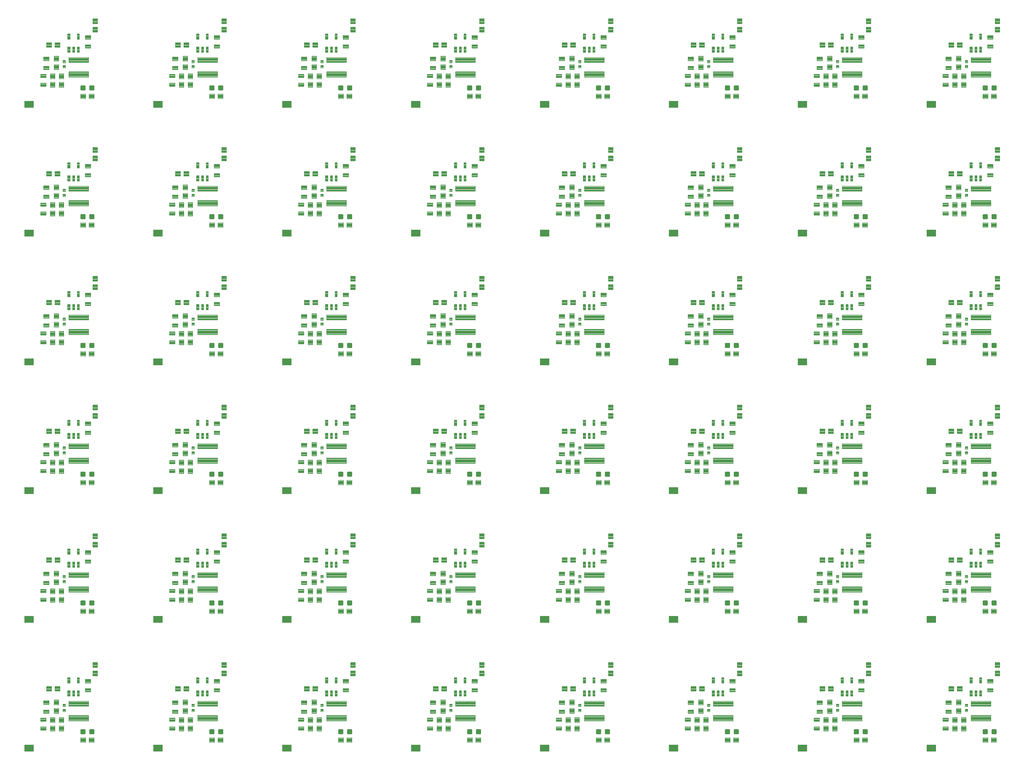
<source format=gtp>
G04 EAGLE Gerber RS-274X export*
G75*
%MOMM*%
%FSLAX34Y34*%
%LPD*%
%INSolderpaste Top*%
%IPPOS*%
%AMOC8*
5,1,8,0,0,1.08239X$1,22.5*%
G01*
%ADD10C,0.102000*%
%ADD11C,0.300000*%
%ADD12C,0.102869*%
%ADD13C,0.099000*%
%ADD14R,1.879600X1.473200*%
%ADD15C,0.104000*%
%ADD16C,0.100000*%


D10*
X135840Y88930D02*
X135840Y83950D01*
X130860Y83950D01*
X130860Y88930D01*
X135840Y88930D01*
X135840Y84919D02*
X130860Y84919D01*
X130860Y85888D02*
X135840Y85888D01*
X135840Y86857D02*
X130860Y86857D01*
X130860Y87826D02*
X135840Y87826D01*
X135840Y88795D02*
X130860Y88795D01*
X135840Y93950D02*
X135840Y98930D01*
X135840Y93950D02*
X130860Y93950D01*
X130860Y98930D01*
X135840Y98930D01*
X135840Y94919D02*
X130860Y94919D01*
X130860Y95888D02*
X135840Y95888D01*
X135840Y96857D02*
X130860Y96857D01*
X130860Y97826D02*
X135840Y97826D01*
X135840Y98795D02*
X130860Y98795D01*
D11*
X175070Y46680D02*
X175070Y39680D01*
X168070Y39680D01*
X168070Y46680D01*
X175070Y46680D01*
X175070Y42530D02*
X168070Y42530D01*
X168070Y45380D02*
X175070Y45380D01*
X192610Y46680D02*
X192610Y39680D01*
X185610Y39680D01*
X185610Y46680D01*
X192610Y46680D01*
X192610Y42530D02*
X185610Y42530D01*
X185610Y45380D02*
X192610Y45380D01*
D12*
X182493Y94621D02*
X142627Y94621D01*
X142627Y105023D01*
X182493Y105023D01*
X182493Y94621D01*
X182493Y95599D02*
X142627Y95599D01*
X142627Y96577D02*
X182493Y96577D01*
X182493Y97555D02*
X142627Y97555D01*
X142627Y98533D02*
X182493Y98533D01*
X182493Y99511D02*
X142627Y99511D01*
X142627Y100489D02*
X182493Y100489D01*
X182493Y101467D02*
X142627Y101467D01*
X142627Y102445D02*
X182493Y102445D01*
X182493Y103423D02*
X142627Y103423D01*
X142627Y104401D02*
X182493Y104401D01*
X182493Y65157D02*
X142627Y65157D01*
X142627Y75559D01*
X182493Y75559D01*
X182493Y65157D01*
X182493Y66135D02*
X142627Y66135D01*
X142627Y67113D02*
X182493Y67113D01*
X182493Y68091D02*
X142627Y68091D01*
X142627Y69069D02*
X182493Y69069D01*
X182493Y70047D02*
X142627Y70047D01*
X142627Y71025D02*
X182493Y71025D01*
X182493Y72003D02*
X142627Y72003D01*
X142627Y72981D02*
X182493Y72981D01*
X182493Y73959D02*
X142627Y73959D01*
X142627Y74937D02*
X182493Y74937D01*
D13*
X145155Y114844D02*
X140645Y114844D01*
X140645Y125854D01*
X145155Y125854D01*
X145155Y114844D01*
X145155Y115784D02*
X140645Y115784D01*
X140645Y116724D02*
X145155Y116724D01*
X145155Y117664D02*
X140645Y117664D01*
X140645Y118604D02*
X145155Y118604D01*
X145155Y119544D02*
X140645Y119544D01*
X140645Y120484D02*
X145155Y120484D01*
X145155Y121424D02*
X140645Y121424D01*
X140645Y122364D02*
X145155Y122364D01*
X145155Y123304D02*
X140645Y123304D01*
X140645Y124244D02*
X145155Y124244D01*
X145155Y125184D02*
X140645Y125184D01*
X150145Y114844D02*
X154655Y114844D01*
X150145Y114844D02*
X150145Y125854D01*
X154655Y125854D01*
X154655Y114844D01*
X154655Y115784D02*
X150145Y115784D01*
X150145Y116724D02*
X154655Y116724D01*
X154655Y117664D02*
X150145Y117664D01*
X150145Y118604D02*
X154655Y118604D01*
X154655Y119544D02*
X150145Y119544D01*
X150145Y120484D02*
X154655Y120484D01*
X154655Y121424D02*
X150145Y121424D01*
X150145Y122364D02*
X154655Y122364D01*
X154655Y123304D02*
X150145Y123304D01*
X150145Y124244D02*
X154655Y124244D01*
X154655Y125184D02*
X150145Y125184D01*
X159645Y114844D02*
X164155Y114844D01*
X159645Y114844D02*
X159645Y125854D01*
X164155Y125854D01*
X164155Y114844D01*
X164155Y115784D02*
X159645Y115784D01*
X159645Y116724D02*
X164155Y116724D01*
X164155Y117664D02*
X159645Y117664D01*
X159645Y118604D02*
X164155Y118604D01*
X164155Y119544D02*
X159645Y119544D01*
X159645Y120484D02*
X164155Y120484D01*
X164155Y121424D02*
X159645Y121424D01*
X159645Y122364D02*
X164155Y122364D01*
X164155Y123304D02*
X159645Y123304D01*
X159645Y124244D02*
X164155Y124244D01*
X164155Y125184D02*
X159645Y125184D01*
X159645Y140846D02*
X164155Y140846D01*
X159645Y140846D02*
X159645Y151856D01*
X164155Y151856D01*
X164155Y140846D01*
X164155Y141786D02*
X159645Y141786D01*
X159645Y142726D02*
X164155Y142726D01*
X164155Y143666D02*
X159645Y143666D01*
X159645Y144606D02*
X164155Y144606D01*
X164155Y145546D02*
X159645Y145546D01*
X159645Y146486D02*
X164155Y146486D01*
X164155Y147426D02*
X159645Y147426D01*
X159645Y148366D02*
X164155Y148366D01*
X164155Y149306D02*
X159645Y149306D01*
X159645Y150246D02*
X164155Y150246D01*
X164155Y151186D02*
X159645Y151186D01*
X145155Y140846D02*
X140645Y140846D01*
X140645Y151856D01*
X145155Y151856D01*
X145155Y140846D01*
X145155Y141786D02*
X140645Y141786D01*
X140645Y142726D02*
X145155Y142726D01*
X145155Y143666D02*
X140645Y143666D01*
X140645Y144606D02*
X145155Y144606D01*
X145155Y145546D02*
X140645Y145546D01*
X140645Y146486D02*
X145155Y146486D01*
X145155Y147426D02*
X140645Y147426D01*
X140645Y148366D02*
X145155Y148366D01*
X145155Y149306D02*
X140645Y149306D01*
X140645Y150246D02*
X145155Y150246D01*
X145155Y151186D02*
X140645Y151186D01*
D14*
X63246Y10160D03*
D15*
X176130Y141410D02*
X176130Y148370D01*
X187090Y148370D01*
X187090Y141410D01*
X176130Y141410D01*
X176130Y142398D02*
X187090Y142398D01*
X187090Y143386D02*
X176130Y143386D01*
X176130Y144374D02*
X187090Y144374D01*
X187090Y145362D02*
X176130Y145362D01*
X176130Y146350D02*
X187090Y146350D01*
X187090Y147338D02*
X176130Y147338D01*
X176130Y148326D02*
X187090Y148326D01*
X176130Y130370D02*
X176130Y123410D01*
X176130Y130370D02*
X187090Y130370D01*
X187090Y123410D01*
X176130Y123410D01*
X176130Y124398D02*
X187090Y124398D01*
X187090Y125386D02*
X176130Y125386D01*
X176130Y126374D02*
X187090Y126374D01*
X187090Y127362D02*
X176130Y127362D01*
X176130Y128350D02*
X187090Y128350D01*
X187090Y129338D02*
X176130Y129338D01*
X176130Y130326D02*
X187090Y130326D01*
X103270Y87190D02*
X103270Y80230D01*
X92310Y80230D01*
X92310Y87190D01*
X103270Y87190D01*
X103270Y81218D02*
X92310Y81218D01*
X92310Y82206D02*
X103270Y82206D01*
X103270Y83194D02*
X92310Y83194D01*
X92310Y84182D02*
X103270Y84182D01*
X103270Y85170D02*
X92310Y85170D01*
X92310Y86158D02*
X103270Y86158D01*
X103270Y87146D02*
X92310Y87146D01*
X103270Y98230D02*
X103270Y105190D01*
X103270Y98230D02*
X92310Y98230D01*
X92310Y105190D01*
X103270Y105190D01*
X103270Y99218D02*
X92310Y99218D01*
X92310Y100206D02*
X103270Y100206D01*
X103270Y101194D02*
X92310Y101194D01*
X92310Y102182D02*
X103270Y102182D01*
X103270Y103170D02*
X92310Y103170D01*
X92310Y104158D02*
X103270Y104158D01*
X103270Y105146D02*
X92310Y105146D01*
X85960Y70900D02*
X85960Y63940D01*
X85960Y70900D02*
X96920Y70900D01*
X96920Y63940D01*
X85960Y63940D01*
X85960Y64928D02*
X96920Y64928D01*
X96920Y65916D02*
X85960Y65916D01*
X85960Y66904D02*
X96920Y66904D01*
X96920Y67892D02*
X85960Y67892D01*
X85960Y68880D02*
X96920Y68880D01*
X96920Y69868D02*
X85960Y69868D01*
X85960Y70856D02*
X96920Y70856D01*
X85960Y52900D02*
X85960Y45940D01*
X85960Y52900D02*
X96920Y52900D01*
X96920Y45940D01*
X85960Y45940D01*
X85960Y46928D02*
X96920Y46928D01*
X96920Y47916D02*
X85960Y47916D01*
X85960Y48904D02*
X96920Y48904D01*
X96920Y49892D02*
X85960Y49892D01*
X85960Y50880D02*
X96920Y50880D01*
X96920Y51868D02*
X85960Y51868D01*
X85960Y52856D02*
X96920Y52856D01*
D16*
X113610Y97480D02*
X113610Y107480D01*
X122610Y107480D01*
X122610Y97480D01*
X113610Y97480D01*
X113610Y98430D02*
X122610Y98430D01*
X122610Y99380D02*
X113610Y99380D01*
X113610Y100330D02*
X122610Y100330D01*
X122610Y101280D02*
X113610Y101280D01*
X113610Y102230D02*
X122610Y102230D01*
X122610Y103180D02*
X113610Y103180D01*
X113610Y104130D02*
X122610Y104130D01*
X122610Y105080D02*
X113610Y105080D01*
X113610Y106030D02*
X122610Y106030D01*
X122610Y106980D02*
X113610Y106980D01*
X113610Y90480D02*
X113610Y80480D01*
X113610Y90480D02*
X122610Y90480D01*
X122610Y80480D01*
X113610Y80480D01*
X113610Y81430D02*
X122610Y81430D01*
X122610Y82380D02*
X113610Y82380D01*
X113610Y83330D02*
X122610Y83330D01*
X122610Y84280D02*
X113610Y84280D01*
X113610Y85230D02*
X122610Y85230D01*
X122610Y86180D02*
X113610Y86180D01*
X113610Y87130D02*
X122610Y87130D01*
X122610Y88080D02*
X113610Y88080D01*
X113610Y89030D02*
X122610Y89030D01*
X122610Y89980D02*
X113610Y89980D01*
X108260Y125040D02*
X98260Y125040D01*
X98260Y134040D01*
X108260Y134040D01*
X108260Y125040D01*
X108260Y125990D02*
X98260Y125990D01*
X98260Y126940D02*
X108260Y126940D01*
X108260Y127890D02*
X98260Y127890D01*
X98260Y128840D02*
X108260Y128840D01*
X108260Y129790D02*
X98260Y129790D01*
X98260Y130740D02*
X108260Y130740D01*
X108260Y131690D02*
X98260Y131690D01*
X98260Y132640D02*
X108260Y132640D01*
X108260Y133590D02*
X98260Y133590D01*
X115260Y125040D02*
X125260Y125040D01*
X115260Y125040D02*
X115260Y134040D01*
X125260Y134040D01*
X125260Y125040D01*
X125260Y125990D02*
X115260Y125990D01*
X115260Y126940D02*
X125260Y126940D01*
X125260Y127890D02*
X115260Y127890D01*
X115260Y128840D02*
X125260Y128840D01*
X125260Y129790D02*
X115260Y129790D01*
X115260Y130740D02*
X125260Y130740D01*
X125260Y131690D02*
X115260Y131690D01*
X115260Y132640D02*
X125260Y132640D01*
X125260Y133590D02*
X115260Y133590D01*
X183840Y31170D02*
X193840Y31170D01*
X193840Y22170D01*
X183840Y22170D01*
X183840Y31170D01*
X183840Y23120D02*
X193840Y23120D01*
X193840Y24070D02*
X183840Y24070D01*
X183840Y25020D02*
X193840Y25020D01*
X193840Y25970D02*
X183840Y25970D01*
X183840Y26920D02*
X193840Y26920D01*
X193840Y27870D02*
X183840Y27870D01*
X183840Y28820D02*
X193840Y28820D01*
X193840Y29770D02*
X183840Y29770D01*
X183840Y30720D02*
X193840Y30720D01*
X176840Y31170D02*
X166840Y31170D01*
X176840Y31170D02*
X176840Y22170D01*
X166840Y22170D01*
X166840Y31170D01*
X166840Y23120D02*
X176840Y23120D01*
X176840Y24070D02*
X166840Y24070D01*
X166840Y25020D02*
X176840Y25020D01*
X176840Y25970D02*
X166840Y25970D01*
X166840Y26920D02*
X176840Y26920D01*
X176840Y27870D02*
X166840Y27870D01*
X166840Y28820D02*
X176840Y28820D01*
X176840Y29770D02*
X166840Y29770D01*
X166840Y30720D02*
X176840Y30720D01*
X105990Y61920D02*
X105990Y71920D01*
X114990Y71920D01*
X114990Y61920D01*
X105990Y61920D01*
X105990Y62870D02*
X114990Y62870D01*
X114990Y63820D02*
X105990Y63820D01*
X105990Y64770D02*
X114990Y64770D01*
X114990Y65720D02*
X105990Y65720D01*
X105990Y66670D02*
X114990Y66670D01*
X114990Y67620D02*
X105990Y67620D01*
X105990Y68570D02*
X114990Y68570D01*
X114990Y69520D02*
X105990Y69520D01*
X105990Y70470D02*
X114990Y70470D01*
X114990Y71420D02*
X105990Y71420D01*
X105990Y54920D02*
X105990Y44920D01*
X105990Y54920D02*
X114990Y54920D01*
X114990Y44920D01*
X105990Y44920D01*
X105990Y45870D02*
X114990Y45870D01*
X114990Y46820D02*
X105990Y46820D01*
X105990Y47770D02*
X114990Y47770D01*
X114990Y48720D02*
X105990Y48720D01*
X105990Y49670D02*
X114990Y49670D01*
X114990Y50620D02*
X105990Y50620D01*
X105990Y51570D02*
X114990Y51570D01*
X114990Y52520D02*
X105990Y52520D01*
X105990Y53470D02*
X114990Y53470D01*
X114990Y54420D02*
X105990Y54420D01*
X123770Y61920D02*
X123770Y71920D01*
X132770Y71920D01*
X132770Y61920D01*
X123770Y61920D01*
X123770Y62870D02*
X132770Y62870D01*
X132770Y63820D02*
X123770Y63820D01*
X123770Y64770D02*
X132770Y64770D01*
X132770Y65720D02*
X123770Y65720D01*
X123770Y66670D02*
X132770Y66670D01*
X132770Y67620D02*
X123770Y67620D01*
X123770Y68570D02*
X132770Y68570D01*
X132770Y69520D02*
X123770Y69520D01*
X123770Y70470D02*
X132770Y70470D01*
X132770Y71420D02*
X123770Y71420D01*
X123770Y54920D02*
X123770Y44920D01*
X123770Y54920D02*
X132770Y54920D01*
X132770Y44920D01*
X123770Y44920D01*
X123770Y45870D02*
X132770Y45870D01*
X132770Y46820D02*
X123770Y46820D01*
X123770Y47770D02*
X132770Y47770D01*
X132770Y48720D02*
X123770Y48720D01*
X123770Y49670D02*
X132770Y49670D01*
X132770Y50620D02*
X123770Y50620D01*
X123770Y51570D02*
X132770Y51570D01*
X132770Y52520D02*
X123770Y52520D01*
X123770Y53470D02*
X132770Y53470D01*
X132770Y54420D02*
X123770Y54420D01*
X191080Y172410D02*
X191080Y182410D01*
X200080Y182410D01*
X200080Y172410D01*
X191080Y172410D01*
X191080Y173360D02*
X200080Y173360D01*
X200080Y174310D02*
X191080Y174310D01*
X191080Y175260D02*
X200080Y175260D01*
X200080Y176210D02*
X191080Y176210D01*
X191080Y177160D02*
X200080Y177160D01*
X200080Y178110D02*
X191080Y178110D01*
X191080Y179060D02*
X200080Y179060D01*
X200080Y180010D02*
X191080Y180010D01*
X191080Y180960D02*
X200080Y180960D01*
X200080Y181910D02*
X191080Y181910D01*
X191080Y165410D02*
X191080Y155410D01*
X191080Y165410D02*
X200080Y165410D01*
X200080Y155410D01*
X191080Y155410D01*
X191080Y156360D02*
X200080Y156360D01*
X200080Y157310D02*
X191080Y157310D01*
X191080Y158260D02*
X200080Y158260D01*
X200080Y159210D02*
X191080Y159210D01*
X191080Y160160D02*
X200080Y160160D01*
X200080Y161110D02*
X191080Y161110D01*
X191080Y162060D02*
X200080Y162060D01*
X200080Y163010D02*
X191080Y163010D01*
X191080Y163960D02*
X200080Y163960D01*
X200080Y164910D02*
X191080Y164910D01*
D10*
X394920Y88930D02*
X394920Y83950D01*
X389940Y83950D01*
X389940Y88930D01*
X394920Y88930D01*
X394920Y84919D02*
X389940Y84919D01*
X389940Y85888D02*
X394920Y85888D01*
X394920Y86857D02*
X389940Y86857D01*
X389940Y87826D02*
X394920Y87826D01*
X394920Y88795D02*
X389940Y88795D01*
X394920Y93950D02*
X394920Y98930D01*
X394920Y93950D02*
X389940Y93950D01*
X389940Y98930D01*
X394920Y98930D01*
X394920Y94919D02*
X389940Y94919D01*
X389940Y95888D02*
X394920Y95888D01*
X394920Y96857D02*
X389940Y96857D01*
X389940Y97826D02*
X394920Y97826D01*
X394920Y98795D02*
X389940Y98795D01*
D11*
X434150Y46680D02*
X434150Y39680D01*
X427150Y39680D01*
X427150Y46680D01*
X434150Y46680D01*
X434150Y42530D02*
X427150Y42530D01*
X427150Y45380D02*
X434150Y45380D01*
X451690Y46680D02*
X451690Y39680D01*
X444690Y39680D01*
X444690Y46680D01*
X451690Y46680D01*
X451690Y42530D02*
X444690Y42530D01*
X444690Y45380D02*
X451690Y45380D01*
D12*
X441573Y94621D02*
X401707Y94621D01*
X401707Y105023D01*
X441573Y105023D01*
X441573Y94621D01*
X441573Y95599D02*
X401707Y95599D01*
X401707Y96577D02*
X441573Y96577D01*
X441573Y97555D02*
X401707Y97555D01*
X401707Y98533D02*
X441573Y98533D01*
X441573Y99511D02*
X401707Y99511D01*
X401707Y100489D02*
X441573Y100489D01*
X441573Y101467D02*
X401707Y101467D01*
X401707Y102445D02*
X441573Y102445D01*
X441573Y103423D02*
X401707Y103423D01*
X401707Y104401D02*
X441573Y104401D01*
X441573Y65157D02*
X401707Y65157D01*
X401707Y75559D01*
X441573Y75559D01*
X441573Y65157D01*
X441573Y66135D02*
X401707Y66135D01*
X401707Y67113D02*
X441573Y67113D01*
X441573Y68091D02*
X401707Y68091D01*
X401707Y69069D02*
X441573Y69069D01*
X441573Y70047D02*
X401707Y70047D01*
X401707Y71025D02*
X441573Y71025D01*
X441573Y72003D02*
X401707Y72003D01*
X401707Y72981D02*
X441573Y72981D01*
X441573Y73959D02*
X401707Y73959D01*
X401707Y74937D02*
X441573Y74937D01*
D13*
X404235Y114844D02*
X399725Y114844D01*
X399725Y125854D01*
X404235Y125854D01*
X404235Y114844D01*
X404235Y115784D02*
X399725Y115784D01*
X399725Y116724D02*
X404235Y116724D01*
X404235Y117664D02*
X399725Y117664D01*
X399725Y118604D02*
X404235Y118604D01*
X404235Y119544D02*
X399725Y119544D01*
X399725Y120484D02*
X404235Y120484D01*
X404235Y121424D02*
X399725Y121424D01*
X399725Y122364D02*
X404235Y122364D01*
X404235Y123304D02*
X399725Y123304D01*
X399725Y124244D02*
X404235Y124244D01*
X404235Y125184D02*
X399725Y125184D01*
X409225Y114844D02*
X413735Y114844D01*
X409225Y114844D02*
X409225Y125854D01*
X413735Y125854D01*
X413735Y114844D01*
X413735Y115784D02*
X409225Y115784D01*
X409225Y116724D02*
X413735Y116724D01*
X413735Y117664D02*
X409225Y117664D01*
X409225Y118604D02*
X413735Y118604D01*
X413735Y119544D02*
X409225Y119544D01*
X409225Y120484D02*
X413735Y120484D01*
X413735Y121424D02*
X409225Y121424D01*
X409225Y122364D02*
X413735Y122364D01*
X413735Y123304D02*
X409225Y123304D01*
X409225Y124244D02*
X413735Y124244D01*
X413735Y125184D02*
X409225Y125184D01*
X418725Y114844D02*
X423235Y114844D01*
X418725Y114844D02*
X418725Y125854D01*
X423235Y125854D01*
X423235Y114844D01*
X423235Y115784D02*
X418725Y115784D01*
X418725Y116724D02*
X423235Y116724D01*
X423235Y117664D02*
X418725Y117664D01*
X418725Y118604D02*
X423235Y118604D01*
X423235Y119544D02*
X418725Y119544D01*
X418725Y120484D02*
X423235Y120484D01*
X423235Y121424D02*
X418725Y121424D01*
X418725Y122364D02*
X423235Y122364D01*
X423235Y123304D02*
X418725Y123304D01*
X418725Y124244D02*
X423235Y124244D01*
X423235Y125184D02*
X418725Y125184D01*
X418725Y140846D02*
X423235Y140846D01*
X418725Y140846D02*
X418725Y151856D01*
X423235Y151856D01*
X423235Y140846D01*
X423235Y141786D02*
X418725Y141786D01*
X418725Y142726D02*
X423235Y142726D01*
X423235Y143666D02*
X418725Y143666D01*
X418725Y144606D02*
X423235Y144606D01*
X423235Y145546D02*
X418725Y145546D01*
X418725Y146486D02*
X423235Y146486D01*
X423235Y147426D02*
X418725Y147426D01*
X418725Y148366D02*
X423235Y148366D01*
X423235Y149306D02*
X418725Y149306D01*
X418725Y150246D02*
X423235Y150246D01*
X423235Y151186D02*
X418725Y151186D01*
X404235Y140846D02*
X399725Y140846D01*
X399725Y151856D01*
X404235Y151856D01*
X404235Y140846D01*
X404235Y141786D02*
X399725Y141786D01*
X399725Y142726D02*
X404235Y142726D01*
X404235Y143666D02*
X399725Y143666D01*
X399725Y144606D02*
X404235Y144606D01*
X404235Y145546D02*
X399725Y145546D01*
X399725Y146486D02*
X404235Y146486D01*
X404235Y147426D02*
X399725Y147426D01*
X399725Y148366D02*
X404235Y148366D01*
X404235Y149306D02*
X399725Y149306D01*
X399725Y150246D02*
X404235Y150246D01*
X404235Y151186D02*
X399725Y151186D01*
D14*
X322326Y10160D03*
D15*
X435210Y141410D02*
X435210Y148370D01*
X446170Y148370D01*
X446170Y141410D01*
X435210Y141410D01*
X435210Y142398D02*
X446170Y142398D01*
X446170Y143386D02*
X435210Y143386D01*
X435210Y144374D02*
X446170Y144374D01*
X446170Y145362D02*
X435210Y145362D01*
X435210Y146350D02*
X446170Y146350D01*
X446170Y147338D02*
X435210Y147338D01*
X435210Y148326D02*
X446170Y148326D01*
X435210Y130370D02*
X435210Y123410D01*
X435210Y130370D02*
X446170Y130370D01*
X446170Y123410D01*
X435210Y123410D01*
X435210Y124398D02*
X446170Y124398D01*
X446170Y125386D02*
X435210Y125386D01*
X435210Y126374D02*
X446170Y126374D01*
X446170Y127362D02*
X435210Y127362D01*
X435210Y128350D02*
X446170Y128350D01*
X446170Y129338D02*
X435210Y129338D01*
X435210Y130326D02*
X446170Y130326D01*
X362350Y87190D02*
X362350Y80230D01*
X351390Y80230D01*
X351390Y87190D01*
X362350Y87190D01*
X362350Y81218D02*
X351390Y81218D01*
X351390Y82206D02*
X362350Y82206D01*
X362350Y83194D02*
X351390Y83194D01*
X351390Y84182D02*
X362350Y84182D01*
X362350Y85170D02*
X351390Y85170D01*
X351390Y86158D02*
X362350Y86158D01*
X362350Y87146D02*
X351390Y87146D01*
X362350Y98230D02*
X362350Y105190D01*
X362350Y98230D02*
X351390Y98230D01*
X351390Y105190D01*
X362350Y105190D01*
X362350Y99218D02*
X351390Y99218D01*
X351390Y100206D02*
X362350Y100206D01*
X362350Y101194D02*
X351390Y101194D01*
X351390Y102182D02*
X362350Y102182D01*
X362350Y103170D02*
X351390Y103170D01*
X351390Y104158D02*
X362350Y104158D01*
X362350Y105146D02*
X351390Y105146D01*
X345040Y70900D02*
X345040Y63940D01*
X345040Y70900D02*
X356000Y70900D01*
X356000Y63940D01*
X345040Y63940D01*
X345040Y64928D02*
X356000Y64928D01*
X356000Y65916D02*
X345040Y65916D01*
X345040Y66904D02*
X356000Y66904D01*
X356000Y67892D02*
X345040Y67892D01*
X345040Y68880D02*
X356000Y68880D01*
X356000Y69868D02*
X345040Y69868D01*
X345040Y70856D02*
X356000Y70856D01*
X345040Y52900D02*
X345040Y45940D01*
X345040Y52900D02*
X356000Y52900D01*
X356000Y45940D01*
X345040Y45940D01*
X345040Y46928D02*
X356000Y46928D01*
X356000Y47916D02*
X345040Y47916D01*
X345040Y48904D02*
X356000Y48904D01*
X356000Y49892D02*
X345040Y49892D01*
X345040Y50880D02*
X356000Y50880D01*
X356000Y51868D02*
X345040Y51868D01*
X345040Y52856D02*
X356000Y52856D01*
D16*
X372690Y97480D02*
X372690Y107480D01*
X381690Y107480D01*
X381690Y97480D01*
X372690Y97480D01*
X372690Y98430D02*
X381690Y98430D01*
X381690Y99380D02*
X372690Y99380D01*
X372690Y100330D02*
X381690Y100330D01*
X381690Y101280D02*
X372690Y101280D01*
X372690Y102230D02*
X381690Y102230D01*
X381690Y103180D02*
X372690Y103180D01*
X372690Y104130D02*
X381690Y104130D01*
X381690Y105080D02*
X372690Y105080D01*
X372690Y106030D02*
X381690Y106030D01*
X381690Y106980D02*
X372690Y106980D01*
X372690Y90480D02*
X372690Y80480D01*
X372690Y90480D02*
X381690Y90480D01*
X381690Y80480D01*
X372690Y80480D01*
X372690Y81430D02*
X381690Y81430D01*
X381690Y82380D02*
X372690Y82380D01*
X372690Y83330D02*
X381690Y83330D01*
X381690Y84280D02*
X372690Y84280D01*
X372690Y85230D02*
X381690Y85230D01*
X381690Y86180D02*
X372690Y86180D01*
X372690Y87130D02*
X381690Y87130D01*
X381690Y88080D02*
X372690Y88080D01*
X372690Y89030D02*
X381690Y89030D01*
X381690Y89980D02*
X372690Y89980D01*
X367340Y125040D02*
X357340Y125040D01*
X357340Y134040D01*
X367340Y134040D01*
X367340Y125040D01*
X367340Y125990D02*
X357340Y125990D01*
X357340Y126940D02*
X367340Y126940D01*
X367340Y127890D02*
X357340Y127890D01*
X357340Y128840D02*
X367340Y128840D01*
X367340Y129790D02*
X357340Y129790D01*
X357340Y130740D02*
X367340Y130740D01*
X367340Y131690D02*
X357340Y131690D01*
X357340Y132640D02*
X367340Y132640D01*
X367340Y133590D02*
X357340Y133590D01*
X374340Y125040D02*
X384340Y125040D01*
X374340Y125040D02*
X374340Y134040D01*
X384340Y134040D01*
X384340Y125040D01*
X384340Y125990D02*
X374340Y125990D01*
X374340Y126940D02*
X384340Y126940D01*
X384340Y127890D02*
X374340Y127890D01*
X374340Y128840D02*
X384340Y128840D01*
X384340Y129790D02*
X374340Y129790D01*
X374340Y130740D02*
X384340Y130740D01*
X384340Y131690D02*
X374340Y131690D01*
X374340Y132640D02*
X384340Y132640D01*
X384340Y133590D02*
X374340Y133590D01*
X442920Y31170D02*
X452920Y31170D01*
X452920Y22170D01*
X442920Y22170D01*
X442920Y31170D01*
X442920Y23120D02*
X452920Y23120D01*
X452920Y24070D02*
X442920Y24070D01*
X442920Y25020D02*
X452920Y25020D01*
X452920Y25970D02*
X442920Y25970D01*
X442920Y26920D02*
X452920Y26920D01*
X452920Y27870D02*
X442920Y27870D01*
X442920Y28820D02*
X452920Y28820D01*
X452920Y29770D02*
X442920Y29770D01*
X442920Y30720D02*
X452920Y30720D01*
X435920Y31170D02*
X425920Y31170D01*
X435920Y31170D02*
X435920Y22170D01*
X425920Y22170D01*
X425920Y31170D01*
X425920Y23120D02*
X435920Y23120D01*
X435920Y24070D02*
X425920Y24070D01*
X425920Y25020D02*
X435920Y25020D01*
X435920Y25970D02*
X425920Y25970D01*
X425920Y26920D02*
X435920Y26920D01*
X435920Y27870D02*
X425920Y27870D01*
X425920Y28820D02*
X435920Y28820D01*
X435920Y29770D02*
X425920Y29770D01*
X425920Y30720D02*
X435920Y30720D01*
X365070Y61920D02*
X365070Y71920D01*
X374070Y71920D01*
X374070Y61920D01*
X365070Y61920D01*
X365070Y62870D02*
X374070Y62870D01*
X374070Y63820D02*
X365070Y63820D01*
X365070Y64770D02*
X374070Y64770D01*
X374070Y65720D02*
X365070Y65720D01*
X365070Y66670D02*
X374070Y66670D01*
X374070Y67620D02*
X365070Y67620D01*
X365070Y68570D02*
X374070Y68570D01*
X374070Y69520D02*
X365070Y69520D01*
X365070Y70470D02*
X374070Y70470D01*
X374070Y71420D02*
X365070Y71420D01*
X365070Y54920D02*
X365070Y44920D01*
X365070Y54920D02*
X374070Y54920D01*
X374070Y44920D01*
X365070Y44920D01*
X365070Y45870D02*
X374070Y45870D01*
X374070Y46820D02*
X365070Y46820D01*
X365070Y47770D02*
X374070Y47770D01*
X374070Y48720D02*
X365070Y48720D01*
X365070Y49670D02*
X374070Y49670D01*
X374070Y50620D02*
X365070Y50620D01*
X365070Y51570D02*
X374070Y51570D01*
X374070Y52520D02*
X365070Y52520D01*
X365070Y53470D02*
X374070Y53470D01*
X374070Y54420D02*
X365070Y54420D01*
X382850Y61920D02*
X382850Y71920D01*
X391850Y71920D01*
X391850Y61920D01*
X382850Y61920D01*
X382850Y62870D02*
X391850Y62870D01*
X391850Y63820D02*
X382850Y63820D01*
X382850Y64770D02*
X391850Y64770D01*
X391850Y65720D02*
X382850Y65720D01*
X382850Y66670D02*
X391850Y66670D01*
X391850Y67620D02*
X382850Y67620D01*
X382850Y68570D02*
X391850Y68570D01*
X391850Y69520D02*
X382850Y69520D01*
X382850Y70470D02*
X391850Y70470D01*
X391850Y71420D02*
X382850Y71420D01*
X382850Y54920D02*
X382850Y44920D01*
X382850Y54920D02*
X391850Y54920D01*
X391850Y44920D01*
X382850Y44920D01*
X382850Y45870D02*
X391850Y45870D01*
X391850Y46820D02*
X382850Y46820D01*
X382850Y47770D02*
X391850Y47770D01*
X391850Y48720D02*
X382850Y48720D01*
X382850Y49670D02*
X391850Y49670D01*
X391850Y50620D02*
X382850Y50620D01*
X382850Y51570D02*
X391850Y51570D01*
X391850Y52520D02*
X382850Y52520D01*
X382850Y53470D02*
X391850Y53470D01*
X391850Y54420D02*
X382850Y54420D01*
X450160Y172410D02*
X450160Y182410D01*
X459160Y182410D01*
X459160Y172410D01*
X450160Y172410D01*
X450160Y173360D02*
X459160Y173360D01*
X459160Y174310D02*
X450160Y174310D01*
X450160Y175260D02*
X459160Y175260D01*
X459160Y176210D02*
X450160Y176210D01*
X450160Y177160D02*
X459160Y177160D01*
X459160Y178110D02*
X450160Y178110D01*
X450160Y179060D02*
X459160Y179060D01*
X459160Y180010D02*
X450160Y180010D01*
X450160Y180960D02*
X459160Y180960D01*
X459160Y181910D02*
X450160Y181910D01*
X450160Y165410D02*
X450160Y155410D01*
X450160Y165410D02*
X459160Y165410D01*
X459160Y155410D01*
X450160Y155410D01*
X450160Y156360D02*
X459160Y156360D01*
X459160Y157310D02*
X450160Y157310D01*
X450160Y158260D02*
X459160Y158260D01*
X459160Y159210D02*
X450160Y159210D01*
X450160Y160160D02*
X459160Y160160D01*
X459160Y161110D02*
X450160Y161110D01*
X450160Y162060D02*
X459160Y162060D01*
X459160Y163010D02*
X450160Y163010D01*
X450160Y163960D02*
X459160Y163960D01*
X459160Y164910D02*
X450160Y164910D01*
D10*
X654000Y88930D02*
X654000Y83950D01*
X649020Y83950D01*
X649020Y88930D01*
X654000Y88930D01*
X654000Y84919D02*
X649020Y84919D01*
X649020Y85888D02*
X654000Y85888D01*
X654000Y86857D02*
X649020Y86857D01*
X649020Y87826D02*
X654000Y87826D01*
X654000Y88795D02*
X649020Y88795D01*
X654000Y93950D02*
X654000Y98930D01*
X654000Y93950D02*
X649020Y93950D01*
X649020Y98930D01*
X654000Y98930D01*
X654000Y94919D02*
X649020Y94919D01*
X649020Y95888D02*
X654000Y95888D01*
X654000Y96857D02*
X649020Y96857D01*
X649020Y97826D02*
X654000Y97826D01*
X654000Y98795D02*
X649020Y98795D01*
D11*
X693230Y46680D02*
X693230Y39680D01*
X686230Y39680D01*
X686230Y46680D01*
X693230Y46680D01*
X693230Y42530D02*
X686230Y42530D01*
X686230Y45380D02*
X693230Y45380D01*
X710770Y46680D02*
X710770Y39680D01*
X703770Y39680D01*
X703770Y46680D01*
X710770Y46680D01*
X710770Y42530D02*
X703770Y42530D01*
X703770Y45380D02*
X710770Y45380D01*
D12*
X700653Y94621D02*
X660787Y94621D01*
X660787Y105023D01*
X700653Y105023D01*
X700653Y94621D01*
X700653Y95599D02*
X660787Y95599D01*
X660787Y96577D02*
X700653Y96577D01*
X700653Y97555D02*
X660787Y97555D01*
X660787Y98533D02*
X700653Y98533D01*
X700653Y99511D02*
X660787Y99511D01*
X660787Y100489D02*
X700653Y100489D01*
X700653Y101467D02*
X660787Y101467D01*
X660787Y102445D02*
X700653Y102445D01*
X700653Y103423D02*
X660787Y103423D01*
X660787Y104401D02*
X700653Y104401D01*
X700653Y65157D02*
X660787Y65157D01*
X660787Y75559D01*
X700653Y75559D01*
X700653Y65157D01*
X700653Y66135D02*
X660787Y66135D01*
X660787Y67113D02*
X700653Y67113D01*
X700653Y68091D02*
X660787Y68091D01*
X660787Y69069D02*
X700653Y69069D01*
X700653Y70047D02*
X660787Y70047D01*
X660787Y71025D02*
X700653Y71025D01*
X700653Y72003D02*
X660787Y72003D01*
X660787Y72981D02*
X700653Y72981D01*
X700653Y73959D02*
X660787Y73959D01*
X660787Y74937D02*
X700653Y74937D01*
D13*
X663315Y114844D02*
X658805Y114844D01*
X658805Y125854D01*
X663315Y125854D01*
X663315Y114844D01*
X663315Y115784D02*
X658805Y115784D01*
X658805Y116724D02*
X663315Y116724D01*
X663315Y117664D02*
X658805Y117664D01*
X658805Y118604D02*
X663315Y118604D01*
X663315Y119544D02*
X658805Y119544D01*
X658805Y120484D02*
X663315Y120484D01*
X663315Y121424D02*
X658805Y121424D01*
X658805Y122364D02*
X663315Y122364D01*
X663315Y123304D02*
X658805Y123304D01*
X658805Y124244D02*
X663315Y124244D01*
X663315Y125184D02*
X658805Y125184D01*
X668305Y114844D02*
X672815Y114844D01*
X668305Y114844D02*
X668305Y125854D01*
X672815Y125854D01*
X672815Y114844D01*
X672815Y115784D02*
X668305Y115784D01*
X668305Y116724D02*
X672815Y116724D01*
X672815Y117664D02*
X668305Y117664D01*
X668305Y118604D02*
X672815Y118604D01*
X672815Y119544D02*
X668305Y119544D01*
X668305Y120484D02*
X672815Y120484D01*
X672815Y121424D02*
X668305Y121424D01*
X668305Y122364D02*
X672815Y122364D01*
X672815Y123304D02*
X668305Y123304D01*
X668305Y124244D02*
X672815Y124244D01*
X672815Y125184D02*
X668305Y125184D01*
X677805Y114844D02*
X682315Y114844D01*
X677805Y114844D02*
X677805Y125854D01*
X682315Y125854D01*
X682315Y114844D01*
X682315Y115784D02*
X677805Y115784D01*
X677805Y116724D02*
X682315Y116724D01*
X682315Y117664D02*
X677805Y117664D01*
X677805Y118604D02*
X682315Y118604D01*
X682315Y119544D02*
X677805Y119544D01*
X677805Y120484D02*
X682315Y120484D01*
X682315Y121424D02*
X677805Y121424D01*
X677805Y122364D02*
X682315Y122364D01*
X682315Y123304D02*
X677805Y123304D01*
X677805Y124244D02*
X682315Y124244D01*
X682315Y125184D02*
X677805Y125184D01*
X677805Y140846D02*
X682315Y140846D01*
X677805Y140846D02*
X677805Y151856D01*
X682315Y151856D01*
X682315Y140846D01*
X682315Y141786D02*
X677805Y141786D01*
X677805Y142726D02*
X682315Y142726D01*
X682315Y143666D02*
X677805Y143666D01*
X677805Y144606D02*
X682315Y144606D01*
X682315Y145546D02*
X677805Y145546D01*
X677805Y146486D02*
X682315Y146486D01*
X682315Y147426D02*
X677805Y147426D01*
X677805Y148366D02*
X682315Y148366D01*
X682315Y149306D02*
X677805Y149306D01*
X677805Y150246D02*
X682315Y150246D01*
X682315Y151186D02*
X677805Y151186D01*
X663315Y140846D02*
X658805Y140846D01*
X658805Y151856D01*
X663315Y151856D01*
X663315Y140846D01*
X663315Y141786D02*
X658805Y141786D01*
X658805Y142726D02*
X663315Y142726D01*
X663315Y143666D02*
X658805Y143666D01*
X658805Y144606D02*
X663315Y144606D01*
X663315Y145546D02*
X658805Y145546D01*
X658805Y146486D02*
X663315Y146486D01*
X663315Y147426D02*
X658805Y147426D01*
X658805Y148366D02*
X663315Y148366D01*
X663315Y149306D02*
X658805Y149306D01*
X658805Y150246D02*
X663315Y150246D01*
X663315Y151186D02*
X658805Y151186D01*
D14*
X581406Y10160D03*
D15*
X694290Y141410D02*
X694290Y148370D01*
X705250Y148370D01*
X705250Y141410D01*
X694290Y141410D01*
X694290Y142398D02*
X705250Y142398D01*
X705250Y143386D02*
X694290Y143386D01*
X694290Y144374D02*
X705250Y144374D01*
X705250Y145362D02*
X694290Y145362D01*
X694290Y146350D02*
X705250Y146350D01*
X705250Y147338D02*
X694290Y147338D01*
X694290Y148326D02*
X705250Y148326D01*
X694290Y130370D02*
X694290Y123410D01*
X694290Y130370D02*
X705250Y130370D01*
X705250Y123410D01*
X694290Y123410D01*
X694290Y124398D02*
X705250Y124398D01*
X705250Y125386D02*
X694290Y125386D01*
X694290Y126374D02*
X705250Y126374D01*
X705250Y127362D02*
X694290Y127362D01*
X694290Y128350D02*
X705250Y128350D01*
X705250Y129338D02*
X694290Y129338D01*
X694290Y130326D02*
X705250Y130326D01*
X621430Y87190D02*
X621430Y80230D01*
X610470Y80230D01*
X610470Y87190D01*
X621430Y87190D01*
X621430Y81218D02*
X610470Y81218D01*
X610470Y82206D02*
X621430Y82206D01*
X621430Y83194D02*
X610470Y83194D01*
X610470Y84182D02*
X621430Y84182D01*
X621430Y85170D02*
X610470Y85170D01*
X610470Y86158D02*
X621430Y86158D01*
X621430Y87146D02*
X610470Y87146D01*
X621430Y98230D02*
X621430Y105190D01*
X621430Y98230D02*
X610470Y98230D01*
X610470Y105190D01*
X621430Y105190D01*
X621430Y99218D02*
X610470Y99218D01*
X610470Y100206D02*
X621430Y100206D01*
X621430Y101194D02*
X610470Y101194D01*
X610470Y102182D02*
X621430Y102182D01*
X621430Y103170D02*
X610470Y103170D01*
X610470Y104158D02*
X621430Y104158D01*
X621430Y105146D02*
X610470Y105146D01*
X604120Y70900D02*
X604120Y63940D01*
X604120Y70900D02*
X615080Y70900D01*
X615080Y63940D01*
X604120Y63940D01*
X604120Y64928D02*
X615080Y64928D01*
X615080Y65916D02*
X604120Y65916D01*
X604120Y66904D02*
X615080Y66904D01*
X615080Y67892D02*
X604120Y67892D01*
X604120Y68880D02*
X615080Y68880D01*
X615080Y69868D02*
X604120Y69868D01*
X604120Y70856D02*
X615080Y70856D01*
X604120Y52900D02*
X604120Y45940D01*
X604120Y52900D02*
X615080Y52900D01*
X615080Y45940D01*
X604120Y45940D01*
X604120Y46928D02*
X615080Y46928D01*
X615080Y47916D02*
X604120Y47916D01*
X604120Y48904D02*
X615080Y48904D01*
X615080Y49892D02*
X604120Y49892D01*
X604120Y50880D02*
X615080Y50880D01*
X615080Y51868D02*
X604120Y51868D01*
X604120Y52856D02*
X615080Y52856D01*
D16*
X631770Y97480D02*
X631770Y107480D01*
X640770Y107480D01*
X640770Y97480D01*
X631770Y97480D01*
X631770Y98430D02*
X640770Y98430D01*
X640770Y99380D02*
X631770Y99380D01*
X631770Y100330D02*
X640770Y100330D01*
X640770Y101280D02*
X631770Y101280D01*
X631770Y102230D02*
X640770Y102230D01*
X640770Y103180D02*
X631770Y103180D01*
X631770Y104130D02*
X640770Y104130D01*
X640770Y105080D02*
X631770Y105080D01*
X631770Y106030D02*
X640770Y106030D01*
X640770Y106980D02*
X631770Y106980D01*
X631770Y90480D02*
X631770Y80480D01*
X631770Y90480D02*
X640770Y90480D01*
X640770Y80480D01*
X631770Y80480D01*
X631770Y81430D02*
X640770Y81430D01*
X640770Y82380D02*
X631770Y82380D01*
X631770Y83330D02*
X640770Y83330D01*
X640770Y84280D02*
X631770Y84280D01*
X631770Y85230D02*
X640770Y85230D01*
X640770Y86180D02*
X631770Y86180D01*
X631770Y87130D02*
X640770Y87130D01*
X640770Y88080D02*
X631770Y88080D01*
X631770Y89030D02*
X640770Y89030D01*
X640770Y89980D02*
X631770Y89980D01*
X626420Y125040D02*
X616420Y125040D01*
X616420Y134040D01*
X626420Y134040D01*
X626420Y125040D01*
X626420Y125990D02*
X616420Y125990D01*
X616420Y126940D02*
X626420Y126940D01*
X626420Y127890D02*
X616420Y127890D01*
X616420Y128840D02*
X626420Y128840D01*
X626420Y129790D02*
X616420Y129790D01*
X616420Y130740D02*
X626420Y130740D01*
X626420Y131690D02*
X616420Y131690D01*
X616420Y132640D02*
X626420Y132640D01*
X626420Y133590D02*
X616420Y133590D01*
X633420Y125040D02*
X643420Y125040D01*
X633420Y125040D02*
X633420Y134040D01*
X643420Y134040D01*
X643420Y125040D01*
X643420Y125990D02*
X633420Y125990D01*
X633420Y126940D02*
X643420Y126940D01*
X643420Y127890D02*
X633420Y127890D01*
X633420Y128840D02*
X643420Y128840D01*
X643420Y129790D02*
X633420Y129790D01*
X633420Y130740D02*
X643420Y130740D01*
X643420Y131690D02*
X633420Y131690D01*
X633420Y132640D02*
X643420Y132640D01*
X643420Y133590D02*
X633420Y133590D01*
X702000Y31170D02*
X712000Y31170D01*
X712000Y22170D01*
X702000Y22170D01*
X702000Y31170D01*
X702000Y23120D02*
X712000Y23120D01*
X712000Y24070D02*
X702000Y24070D01*
X702000Y25020D02*
X712000Y25020D01*
X712000Y25970D02*
X702000Y25970D01*
X702000Y26920D02*
X712000Y26920D01*
X712000Y27870D02*
X702000Y27870D01*
X702000Y28820D02*
X712000Y28820D01*
X712000Y29770D02*
X702000Y29770D01*
X702000Y30720D02*
X712000Y30720D01*
X695000Y31170D02*
X685000Y31170D01*
X695000Y31170D02*
X695000Y22170D01*
X685000Y22170D01*
X685000Y31170D01*
X685000Y23120D02*
X695000Y23120D01*
X695000Y24070D02*
X685000Y24070D01*
X685000Y25020D02*
X695000Y25020D01*
X695000Y25970D02*
X685000Y25970D01*
X685000Y26920D02*
X695000Y26920D01*
X695000Y27870D02*
X685000Y27870D01*
X685000Y28820D02*
X695000Y28820D01*
X695000Y29770D02*
X685000Y29770D01*
X685000Y30720D02*
X695000Y30720D01*
X624150Y61920D02*
X624150Y71920D01*
X633150Y71920D01*
X633150Y61920D01*
X624150Y61920D01*
X624150Y62870D02*
X633150Y62870D01*
X633150Y63820D02*
X624150Y63820D01*
X624150Y64770D02*
X633150Y64770D01*
X633150Y65720D02*
X624150Y65720D01*
X624150Y66670D02*
X633150Y66670D01*
X633150Y67620D02*
X624150Y67620D01*
X624150Y68570D02*
X633150Y68570D01*
X633150Y69520D02*
X624150Y69520D01*
X624150Y70470D02*
X633150Y70470D01*
X633150Y71420D02*
X624150Y71420D01*
X624150Y54920D02*
X624150Y44920D01*
X624150Y54920D02*
X633150Y54920D01*
X633150Y44920D01*
X624150Y44920D01*
X624150Y45870D02*
X633150Y45870D01*
X633150Y46820D02*
X624150Y46820D01*
X624150Y47770D02*
X633150Y47770D01*
X633150Y48720D02*
X624150Y48720D01*
X624150Y49670D02*
X633150Y49670D01*
X633150Y50620D02*
X624150Y50620D01*
X624150Y51570D02*
X633150Y51570D01*
X633150Y52520D02*
X624150Y52520D01*
X624150Y53470D02*
X633150Y53470D01*
X633150Y54420D02*
X624150Y54420D01*
X641930Y61920D02*
X641930Y71920D01*
X650930Y71920D01*
X650930Y61920D01*
X641930Y61920D01*
X641930Y62870D02*
X650930Y62870D01*
X650930Y63820D02*
X641930Y63820D01*
X641930Y64770D02*
X650930Y64770D01*
X650930Y65720D02*
X641930Y65720D01*
X641930Y66670D02*
X650930Y66670D01*
X650930Y67620D02*
X641930Y67620D01*
X641930Y68570D02*
X650930Y68570D01*
X650930Y69520D02*
X641930Y69520D01*
X641930Y70470D02*
X650930Y70470D01*
X650930Y71420D02*
X641930Y71420D01*
X641930Y54920D02*
X641930Y44920D01*
X641930Y54920D02*
X650930Y54920D01*
X650930Y44920D01*
X641930Y44920D01*
X641930Y45870D02*
X650930Y45870D01*
X650930Y46820D02*
X641930Y46820D01*
X641930Y47770D02*
X650930Y47770D01*
X650930Y48720D02*
X641930Y48720D01*
X641930Y49670D02*
X650930Y49670D01*
X650930Y50620D02*
X641930Y50620D01*
X641930Y51570D02*
X650930Y51570D01*
X650930Y52520D02*
X641930Y52520D01*
X641930Y53470D02*
X650930Y53470D01*
X650930Y54420D02*
X641930Y54420D01*
X709240Y172410D02*
X709240Y182410D01*
X718240Y182410D01*
X718240Y172410D01*
X709240Y172410D01*
X709240Y173360D02*
X718240Y173360D01*
X718240Y174310D02*
X709240Y174310D01*
X709240Y175260D02*
X718240Y175260D01*
X718240Y176210D02*
X709240Y176210D01*
X709240Y177160D02*
X718240Y177160D01*
X718240Y178110D02*
X709240Y178110D01*
X709240Y179060D02*
X718240Y179060D01*
X718240Y180010D02*
X709240Y180010D01*
X709240Y180960D02*
X718240Y180960D01*
X718240Y181910D02*
X709240Y181910D01*
X709240Y165410D02*
X709240Y155410D01*
X709240Y165410D02*
X718240Y165410D01*
X718240Y155410D01*
X709240Y155410D01*
X709240Y156360D02*
X718240Y156360D01*
X718240Y157310D02*
X709240Y157310D01*
X709240Y158260D02*
X718240Y158260D01*
X718240Y159210D02*
X709240Y159210D01*
X709240Y160160D02*
X718240Y160160D01*
X718240Y161110D02*
X709240Y161110D01*
X709240Y162060D02*
X718240Y162060D01*
X718240Y163010D02*
X709240Y163010D01*
X709240Y163960D02*
X718240Y163960D01*
X718240Y164910D02*
X709240Y164910D01*
D10*
X913080Y88930D02*
X913080Y83950D01*
X908100Y83950D01*
X908100Y88930D01*
X913080Y88930D01*
X913080Y84919D02*
X908100Y84919D01*
X908100Y85888D02*
X913080Y85888D01*
X913080Y86857D02*
X908100Y86857D01*
X908100Y87826D02*
X913080Y87826D01*
X913080Y88795D02*
X908100Y88795D01*
X913080Y93950D02*
X913080Y98930D01*
X913080Y93950D02*
X908100Y93950D01*
X908100Y98930D01*
X913080Y98930D01*
X913080Y94919D02*
X908100Y94919D01*
X908100Y95888D02*
X913080Y95888D01*
X913080Y96857D02*
X908100Y96857D01*
X908100Y97826D02*
X913080Y97826D01*
X913080Y98795D02*
X908100Y98795D01*
D11*
X952310Y46680D02*
X952310Y39680D01*
X945310Y39680D01*
X945310Y46680D01*
X952310Y46680D01*
X952310Y42530D02*
X945310Y42530D01*
X945310Y45380D02*
X952310Y45380D01*
X969850Y46680D02*
X969850Y39680D01*
X962850Y39680D01*
X962850Y46680D01*
X969850Y46680D01*
X969850Y42530D02*
X962850Y42530D01*
X962850Y45380D02*
X969850Y45380D01*
D12*
X959733Y94621D02*
X919867Y94621D01*
X919867Y105023D01*
X959733Y105023D01*
X959733Y94621D01*
X959733Y95599D02*
X919867Y95599D01*
X919867Y96577D02*
X959733Y96577D01*
X959733Y97555D02*
X919867Y97555D01*
X919867Y98533D02*
X959733Y98533D01*
X959733Y99511D02*
X919867Y99511D01*
X919867Y100489D02*
X959733Y100489D01*
X959733Y101467D02*
X919867Y101467D01*
X919867Y102445D02*
X959733Y102445D01*
X959733Y103423D02*
X919867Y103423D01*
X919867Y104401D02*
X959733Y104401D01*
X959733Y65157D02*
X919867Y65157D01*
X919867Y75559D01*
X959733Y75559D01*
X959733Y65157D01*
X959733Y66135D02*
X919867Y66135D01*
X919867Y67113D02*
X959733Y67113D01*
X959733Y68091D02*
X919867Y68091D01*
X919867Y69069D02*
X959733Y69069D01*
X959733Y70047D02*
X919867Y70047D01*
X919867Y71025D02*
X959733Y71025D01*
X959733Y72003D02*
X919867Y72003D01*
X919867Y72981D02*
X959733Y72981D01*
X959733Y73959D02*
X919867Y73959D01*
X919867Y74937D02*
X959733Y74937D01*
D13*
X922395Y114844D02*
X917885Y114844D01*
X917885Y125854D01*
X922395Y125854D01*
X922395Y114844D01*
X922395Y115784D02*
X917885Y115784D01*
X917885Y116724D02*
X922395Y116724D01*
X922395Y117664D02*
X917885Y117664D01*
X917885Y118604D02*
X922395Y118604D01*
X922395Y119544D02*
X917885Y119544D01*
X917885Y120484D02*
X922395Y120484D01*
X922395Y121424D02*
X917885Y121424D01*
X917885Y122364D02*
X922395Y122364D01*
X922395Y123304D02*
X917885Y123304D01*
X917885Y124244D02*
X922395Y124244D01*
X922395Y125184D02*
X917885Y125184D01*
X927385Y114844D02*
X931895Y114844D01*
X927385Y114844D02*
X927385Y125854D01*
X931895Y125854D01*
X931895Y114844D01*
X931895Y115784D02*
X927385Y115784D01*
X927385Y116724D02*
X931895Y116724D01*
X931895Y117664D02*
X927385Y117664D01*
X927385Y118604D02*
X931895Y118604D01*
X931895Y119544D02*
X927385Y119544D01*
X927385Y120484D02*
X931895Y120484D01*
X931895Y121424D02*
X927385Y121424D01*
X927385Y122364D02*
X931895Y122364D01*
X931895Y123304D02*
X927385Y123304D01*
X927385Y124244D02*
X931895Y124244D01*
X931895Y125184D02*
X927385Y125184D01*
X936885Y114844D02*
X941395Y114844D01*
X936885Y114844D02*
X936885Y125854D01*
X941395Y125854D01*
X941395Y114844D01*
X941395Y115784D02*
X936885Y115784D01*
X936885Y116724D02*
X941395Y116724D01*
X941395Y117664D02*
X936885Y117664D01*
X936885Y118604D02*
X941395Y118604D01*
X941395Y119544D02*
X936885Y119544D01*
X936885Y120484D02*
X941395Y120484D01*
X941395Y121424D02*
X936885Y121424D01*
X936885Y122364D02*
X941395Y122364D01*
X941395Y123304D02*
X936885Y123304D01*
X936885Y124244D02*
X941395Y124244D01*
X941395Y125184D02*
X936885Y125184D01*
X936885Y140846D02*
X941395Y140846D01*
X936885Y140846D02*
X936885Y151856D01*
X941395Y151856D01*
X941395Y140846D01*
X941395Y141786D02*
X936885Y141786D01*
X936885Y142726D02*
X941395Y142726D01*
X941395Y143666D02*
X936885Y143666D01*
X936885Y144606D02*
X941395Y144606D01*
X941395Y145546D02*
X936885Y145546D01*
X936885Y146486D02*
X941395Y146486D01*
X941395Y147426D02*
X936885Y147426D01*
X936885Y148366D02*
X941395Y148366D01*
X941395Y149306D02*
X936885Y149306D01*
X936885Y150246D02*
X941395Y150246D01*
X941395Y151186D02*
X936885Y151186D01*
X922395Y140846D02*
X917885Y140846D01*
X917885Y151856D01*
X922395Y151856D01*
X922395Y140846D01*
X922395Y141786D02*
X917885Y141786D01*
X917885Y142726D02*
X922395Y142726D01*
X922395Y143666D02*
X917885Y143666D01*
X917885Y144606D02*
X922395Y144606D01*
X922395Y145546D02*
X917885Y145546D01*
X917885Y146486D02*
X922395Y146486D01*
X922395Y147426D02*
X917885Y147426D01*
X917885Y148366D02*
X922395Y148366D01*
X922395Y149306D02*
X917885Y149306D01*
X917885Y150246D02*
X922395Y150246D01*
X922395Y151186D02*
X917885Y151186D01*
D14*
X840486Y10160D03*
D15*
X953370Y141410D02*
X953370Y148370D01*
X964330Y148370D01*
X964330Y141410D01*
X953370Y141410D01*
X953370Y142398D02*
X964330Y142398D01*
X964330Y143386D02*
X953370Y143386D01*
X953370Y144374D02*
X964330Y144374D01*
X964330Y145362D02*
X953370Y145362D01*
X953370Y146350D02*
X964330Y146350D01*
X964330Y147338D02*
X953370Y147338D01*
X953370Y148326D02*
X964330Y148326D01*
X953370Y130370D02*
X953370Y123410D01*
X953370Y130370D02*
X964330Y130370D01*
X964330Y123410D01*
X953370Y123410D01*
X953370Y124398D02*
X964330Y124398D01*
X964330Y125386D02*
X953370Y125386D01*
X953370Y126374D02*
X964330Y126374D01*
X964330Y127362D02*
X953370Y127362D01*
X953370Y128350D02*
X964330Y128350D01*
X964330Y129338D02*
X953370Y129338D01*
X953370Y130326D02*
X964330Y130326D01*
X880510Y87190D02*
X880510Y80230D01*
X869550Y80230D01*
X869550Y87190D01*
X880510Y87190D01*
X880510Y81218D02*
X869550Y81218D01*
X869550Y82206D02*
X880510Y82206D01*
X880510Y83194D02*
X869550Y83194D01*
X869550Y84182D02*
X880510Y84182D01*
X880510Y85170D02*
X869550Y85170D01*
X869550Y86158D02*
X880510Y86158D01*
X880510Y87146D02*
X869550Y87146D01*
X880510Y98230D02*
X880510Y105190D01*
X880510Y98230D02*
X869550Y98230D01*
X869550Y105190D01*
X880510Y105190D01*
X880510Y99218D02*
X869550Y99218D01*
X869550Y100206D02*
X880510Y100206D01*
X880510Y101194D02*
X869550Y101194D01*
X869550Y102182D02*
X880510Y102182D01*
X880510Y103170D02*
X869550Y103170D01*
X869550Y104158D02*
X880510Y104158D01*
X880510Y105146D02*
X869550Y105146D01*
X863200Y70900D02*
X863200Y63940D01*
X863200Y70900D02*
X874160Y70900D01*
X874160Y63940D01*
X863200Y63940D01*
X863200Y64928D02*
X874160Y64928D01*
X874160Y65916D02*
X863200Y65916D01*
X863200Y66904D02*
X874160Y66904D01*
X874160Y67892D02*
X863200Y67892D01*
X863200Y68880D02*
X874160Y68880D01*
X874160Y69868D02*
X863200Y69868D01*
X863200Y70856D02*
X874160Y70856D01*
X863200Y52900D02*
X863200Y45940D01*
X863200Y52900D02*
X874160Y52900D01*
X874160Y45940D01*
X863200Y45940D01*
X863200Y46928D02*
X874160Y46928D01*
X874160Y47916D02*
X863200Y47916D01*
X863200Y48904D02*
X874160Y48904D01*
X874160Y49892D02*
X863200Y49892D01*
X863200Y50880D02*
X874160Y50880D01*
X874160Y51868D02*
X863200Y51868D01*
X863200Y52856D02*
X874160Y52856D01*
D16*
X890850Y97480D02*
X890850Y107480D01*
X899850Y107480D01*
X899850Y97480D01*
X890850Y97480D01*
X890850Y98430D02*
X899850Y98430D01*
X899850Y99380D02*
X890850Y99380D01*
X890850Y100330D02*
X899850Y100330D01*
X899850Y101280D02*
X890850Y101280D01*
X890850Y102230D02*
X899850Y102230D01*
X899850Y103180D02*
X890850Y103180D01*
X890850Y104130D02*
X899850Y104130D01*
X899850Y105080D02*
X890850Y105080D01*
X890850Y106030D02*
X899850Y106030D01*
X899850Y106980D02*
X890850Y106980D01*
X890850Y90480D02*
X890850Y80480D01*
X890850Y90480D02*
X899850Y90480D01*
X899850Y80480D01*
X890850Y80480D01*
X890850Y81430D02*
X899850Y81430D01*
X899850Y82380D02*
X890850Y82380D01*
X890850Y83330D02*
X899850Y83330D01*
X899850Y84280D02*
X890850Y84280D01*
X890850Y85230D02*
X899850Y85230D01*
X899850Y86180D02*
X890850Y86180D01*
X890850Y87130D02*
X899850Y87130D01*
X899850Y88080D02*
X890850Y88080D01*
X890850Y89030D02*
X899850Y89030D01*
X899850Y89980D02*
X890850Y89980D01*
X885500Y125040D02*
X875500Y125040D01*
X875500Y134040D01*
X885500Y134040D01*
X885500Y125040D01*
X885500Y125990D02*
X875500Y125990D01*
X875500Y126940D02*
X885500Y126940D01*
X885500Y127890D02*
X875500Y127890D01*
X875500Y128840D02*
X885500Y128840D01*
X885500Y129790D02*
X875500Y129790D01*
X875500Y130740D02*
X885500Y130740D01*
X885500Y131690D02*
X875500Y131690D01*
X875500Y132640D02*
X885500Y132640D01*
X885500Y133590D02*
X875500Y133590D01*
X892500Y125040D02*
X902500Y125040D01*
X892500Y125040D02*
X892500Y134040D01*
X902500Y134040D01*
X902500Y125040D01*
X902500Y125990D02*
X892500Y125990D01*
X892500Y126940D02*
X902500Y126940D01*
X902500Y127890D02*
X892500Y127890D01*
X892500Y128840D02*
X902500Y128840D01*
X902500Y129790D02*
X892500Y129790D01*
X892500Y130740D02*
X902500Y130740D01*
X902500Y131690D02*
X892500Y131690D01*
X892500Y132640D02*
X902500Y132640D01*
X902500Y133590D02*
X892500Y133590D01*
X961080Y31170D02*
X971080Y31170D01*
X971080Y22170D01*
X961080Y22170D01*
X961080Y31170D01*
X961080Y23120D02*
X971080Y23120D01*
X971080Y24070D02*
X961080Y24070D01*
X961080Y25020D02*
X971080Y25020D01*
X971080Y25970D02*
X961080Y25970D01*
X961080Y26920D02*
X971080Y26920D01*
X971080Y27870D02*
X961080Y27870D01*
X961080Y28820D02*
X971080Y28820D01*
X971080Y29770D02*
X961080Y29770D01*
X961080Y30720D02*
X971080Y30720D01*
X954080Y31170D02*
X944080Y31170D01*
X954080Y31170D02*
X954080Y22170D01*
X944080Y22170D01*
X944080Y31170D01*
X944080Y23120D02*
X954080Y23120D01*
X954080Y24070D02*
X944080Y24070D01*
X944080Y25020D02*
X954080Y25020D01*
X954080Y25970D02*
X944080Y25970D01*
X944080Y26920D02*
X954080Y26920D01*
X954080Y27870D02*
X944080Y27870D01*
X944080Y28820D02*
X954080Y28820D01*
X954080Y29770D02*
X944080Y29770D01*
X944080Y30720D02*
X954080Y30720D01*
X883230Y61920D02*
X883230Y71920D01*
X892230Y71920D01*
X892230Y61920D01*
X883230Y61920D01*
X883230Y62870D02*
X892230Y62870D01*
X892230Y63820D02*
X883230Y63820D01*
X883230Y64770D02*
X892230Y64770D01*
X892230Y65720D02*
X883230Y65720D01*
X883230Y66670D02*
X892230Y66670D01*
X892230Y67620D02*
X883230Y67620D01*
X883230Y68570D02*
X892230Y68570D01*
X892230Y69520D02*
X883230Y69520D01*
X883230Y70470D02*
X892230Y70470D01*
X892230Y71420D02*
X883230Y71420D01*
X883230Y54920D02*
X883230Y44920D01*
X883230Y54920D02*
X892230Y54920D01*
X892230Y44920D01*
X883230Y44920D01*
X883230Y45870D02*
X892230Y45870D01*
X892230Y46820D02*
X883230Y46820D01*
X883230Y47770D02*
X892230Y47770D01*
X892230Y48720D02*
X883230Y48720D01*
X883230Y49670D02*
X892230Y49670D01*
X892230Y50620D02*
X883230Y50620D01*
X883230Y51570D02*
X892230Y51570D01*
X892230Y52520D02*
X883230Y52520D01*
X883230Y53470D02*
X892230Y53470D01*
X892230Y54420D02*
X883230Y54420D01*
X901010Y61920D02*
X901010Y71920D01*
X910010Y71920D01*
X910010Y61920D01*
X901010Y61920D01*
X901010Y62870D02*
X910010Y62870D01*
X910010Y63820D02*
X901010Y63820D01*
X901010Y64770D02*
X910010Y64770D01*
X910010Y65720D02*
X901010Y65720D01*
X901010Y66670D02*
X910010Y66670D01*
X910010Y67620D02*
X901010Y67620D01*
X901010Y68570D02*
X910010Y68570D01*
X910010Y69520D02*
X901010Y69520D01*
X901010Y70470D02*
X910010Y70470D01*
X910010Y71420D02*
X901010Y71420D01*
X901010Y54920D02*
X901010Y44920D01*
X901010Y54920D02*
X910010Y54920D01*
X910010Y44920D01*
X901010Y44920D01*
X901010Y45870D02*
X910010Y45870D01*
X910010Y46820D02*
X901010Y46820D01*
X901010Y47770D02*
X910010Y47770D01*
X910010Y48720D02*
X901010Y48720D01*
X901010Y49670D02*
X910010Y49670D01*
X910010Y50620D02*
X901010Y50620D01*
X901010Y51570D02*
X910010Y51570D01*
X910010Y52520D02*
X901010Y52520D01*
X901010Y53470D02*
X910010Y53470D01*
X910010Y54420D02*
X901010Y54420D01*
X968320Y172410D02*
X968320Y182410D01*
X977320Y182410D01*
X977320Y172410D01*
X968320Y172410D01*
X968320Y173360D02*
X977320Y173360D01*
X977320Y174310D02*
X968320Y174310D01*
X968320Y175260D02*
X977320Y175260D01*
X977320Y176210D02*
X968320Y176210D01*
X968320Y177160D02*
X977320Y177160D01*
X977320Y178110D02*
X968320Y178110D01*
X968320Y179060D02*
X977320Y179060D01*
X977320Y180010D02*
X968320Y180010D01*
X968320Y180960D02*
X977320Y180960D01*
X977320Y181910D02*
X968320Y181910D01*
X968320Y165410D02*
X968320Y155410D01*
X968320Y165410D02*
X977320Y165410D01*
X977320Y155410D01*
X968320Y155410D01*
X968320Y156360D02*
X977320Y156360D01*
X977320Y157310D02*
X968320Y157310D01*
X968320Y158260D02*
X977320Y158260D01*
X977320Y159210D02*
X968320Y159210D01*
X968320Y160160D02*
X977320Y160160D01*
X977320Y161110D02*
X968320Y161110D01*
X968320Y162060D02*
X977320Y162060D01*
X977320Y163010D02*
X968320Y163010D01*
X968320Y163960D02*
X977320Y163960D01*
X977320Y164910D02*
X968320Y164910D01*
D10*
X1172160Y88930D02*
X1172160Y83950D01*
X1167180Y83950D01*
X1167180Y88930D01*
X1172160Y88930D01*
X1172160Y84919D02*
X1167180Y84919D01*
X1167180Y85888D02*
X1172160Y85888D01*
X1172160Y86857D02*
X1167180Y86857D01*
X1167180Y87826D02*
X1172160Y87826D01*
X1172160Y88795D02*
X1167180Y88795D01*
X1172160Y93950D02*
X1172160Y98930D01*
X1172160Y93950D02*
X1167180Y93950D01*
X1167180Y98930D01*
X1172160Y98930D01*
X1172160Y94919D02*
X1167180Y94919D01*
X1167180Y95888D02*
X1172160Y95888D01*
X1172160Y96857D02*
X1167180Y96857D01*
X1167180Y97826D02*
X1172160Y97826D01*
X1172160Y98795D02*
X1167180Y98795D01*
D11*
X1211390Y46680D02*
X1211390Y39680D01*
X1204390Y39680D01*
X1204390Y46680D01*
X1211390Y46680D01*
X1211390Y42530D02*
X1204390Y42530D01*
X1204390Y45380D02*
X1211390Y45380D01*
X1228930Y46680D02*
X1228930Y39680D01*
X1221930Y39680D01*
X1221930Y46680D01*
X1228930Y46680D01*
X1228930Y42530D02*
X1221930Y42530D01*
X1221930Y45380D02*
X1228930Y45380D01*
D12*
X1218813Y94621D02*
X1178947Y94621D01*
X1178947Y105023D01*
X1218813Y105023D01*
X1218813Y94621D01*
X1218813Y95599D02*
X1178947Y95599D01*
X1178947Y96577D02*
X1218813Y96577D01*
X1218813Y97555D02*
X1178947Y97555D01*
X1178947Y98533D02*
X1218813Y98533D01*
X1218813Y99511D02*
X1178947Y99511D01*
X1178947Y100489D02*
X1218813Y100489D01*
X1218813Y101467D02*
X1178947Y101467D01*
X1178947Y102445D02*
X1218813Y102445D01*
X1218813Y103423D02*
X1178947Y103423D01*
X1178947Y104401D02*
X1218813Y104401D01*
X1218813Y65157D02*
X1178947Y65157D01*
X1178947Y75559D01*
X1218813Y75559D01*
X1218813Y65157D01*
X1218813Y66135D02*
X1178947Y66135D01*
X1178947Y67113D02*
X1218813Y67113D01*
X1218813Y68091D02*
X1178947Y68091D01*
X1178947Y69069D02*
X1218813Y69069D01*
X1218813Y70047D02*
X1178947Y70047D01*
X1178947Y71025D02*
X1218813Y71025D01*
X1218813Y72003D02*
X1178947Y72003D01*
X1178947Y72981D02*
X1218813Y72981D01*
X1218813Y73959D02*
X1178947Y73959D01*
X1178947Y74937D02*
X1218813Y74937D01*
D13*
X1181475Y114844D02*
X1176965Y114844D01*
X1176965Y125854D01*
X1181475Y125854D01*
X1181475Y114844D01*
X1181475Y115784D02*
X1176965Y115784D01*
X1176965Y116724D02*
X1181475Y116724D01*
X1181475Y117664D02*
X1176965Y117664D01*
X1176965Y118604D02*
X1181475Y118604D01*
X1181475Y119544D02*
X1176965Y119544D01*
X1176965Y120484D02*
X1181475Y120484D01*
X1181475Y121424D02*
X1176965Y121424D01*
X1176965Y122364D02*
X1181475Y122364D01*
X1181475Y123304D02*
X1176965Y123304D01*
X1176965Y124244D02*
X1181475Y124244D01*
X1181475Y125184D02*
X1176965Y125184D01*
X1186465Y114844D02*
X1190975Y114844D01*
X1186465Y114844D02*
X1186465Y125854D01*
X1190975Y125854D01*
X1190975Y114844D01*
X1190975Y115784D02*
X1186465Y115784D01*
X1186465Y116724D02*
X1190975Y116724D01*
X1190975Y117664D02*
X1186465Y117664D01*
X1186465Y118604D02*
X1190975Y118604D01*
X1190975Y119544D02*
X1186465Y119544D01*
X1186465Y120484D02*
X1190975Y120484D01*
X1190975Y121424D02*
X1186465Y121424D01*
X1186465Y122364D02*
X1190975Y122364D01*
X1190975Y123304D02*
X1186465Y123304D01*
X1186465Y124244D02*
X1190975Y124244D01*
X1190975Y125184D02*
X1186465Y125184D01*
X1195965Y114844D02*
X1200475Y114844D01*
X1195965Y114844D02*
X1195965Y125854D01*
X1200475Y125854D01*
X1200475Y114844D01*
X1200475Y115784D02*
X1195965Y115784D01*
X1195965Y116724D02*
X1200475Y116724D01*
X1200475Y117664D02*
X1195965Y117664D01*
X1195965Y118604D02*
X1200475Y118604D01*
X1200475Y119544D02*
X1195965Y119544D01*
X1195965Y120484D02*
X1200475Y120484D01*
X1200475Y121424D02*
X1195965Y121424D01*
X1195965Y122364D02*
X1200475Y122364D01*
X1200475Y123304D02*
X1195965Y123304D01*
X1195965Y124244D02*
X1200475Y124244D01*
X1200475Y125184D02*
X1195965Y125184D01*
X1195965Y140846D02*
X1200475Y140846D01*
X1195965Y140846D02*
X1195965Y151856D01*
X1200475Y151856D01*
X1200475Y140846D01*
X1200475Y141786D02*
X1195965Y141786D01*
X1195965Y142726D02*
X1200475Y142726D01*
X1200475Y143666D02*
X1195965Y143666D01*
X1195965Y144606D02*
X1200475Y144606D01*
X1200475Y145546D02*
X1195965Y145546D01*
X1195965Y146486D02*
X1200475Y146486D01*
X1200475Y147426D02*
X1195965Y147426D01*
X1195965Y148366D02*
X1200475Y148366D01*
X1200475Y149306D02*
X1195965Y149306D01*
X1195965Y150246D02*
X1200475Y150246D01*
X1200475Y151186D02*
X1195965Y151186D01*
X1181475Y140846D02*
X1176965Y140846D01*
X1176965Y151856D01*
X1181475Y151856D01*
X1181475Y140846D01*
X1181475Y141786D02*
X1176965Y141786D01*
X1176965Y142726D02*
X1181475Y142726D01*
X1181475Y143666D02*
X1176965Y143666D01*
X1176965Y144606D02*
X1181475Y144606D01*
X1181475Y145546D02*
X1176965Y145546D01*
X1176965Y146486D02*
X1181475Y146486D01*
X1181475Y147426D02*
X1176965Y147426D01*
X1176965Y148366D02*
X1181475Y148366D01*
X1181475Y149306D02*
X1176965Y149306D01*
X1176965Y150246D02*
X1181475Y150246D01*
X1181475Y151186D02*
X1176965Y151186D01*
D14*
X1099566Y10160D03*
D15*
X1212450Y141410D02*
X1212450Y148370D01*
X1223410Y148370D01*
X1223410Y141410D01*
X1212450Y141410D01*
X1212450Y142398D02*
X1223410Y142398D01*
X1223410Y143386D02*
X1212450Y143386D01*
X1212450Y144374D02*
X1223410Y144374D01*
X1223410Y145362D02*
X1212450Y145362D01*
X1212450Y146350D02*
X1223410Y146350D01*
X1223410Y147338D02*
X1212450Y147338D01*
X1212450Y148326D02*
X1223410Y148326D01*
X1212450Y130370D02*
X1212450Y123410D01*
X1212450Y130370D02*
X1223410Y130370D01*
X1223410Y123410D01*
X1212450Y123410D01*
X1212450Y124398D02*
X1223410Y124398D01*
X1223410Y125386D02*
X1212450Y125386D01*
X1212450Y126374D02*
X1223410Y126374D01*
X1223410Y127362D02*
X1212450Y127362D01*
X1212450Y128350D02*
X1223410Y128350D01*
X1223410Y129338D02*
X1212450Y129338D01*
X1212450Y130326D02*
X1223410Y130326D01*
X1139590Y87190D02*
X1139590Y80230D01*
X1128630Y80230D01*
X1128630Y87190D01*
X1139590Y87190D01*
X1139590Y81218D02*
X1128630Y81218D01*
X1128630Y82206D02*
X1139590Y82206D01*
X1139590Y83194D02*
X1128630Y83194D01*
X1128630Y84182D02*
X1139590Y84182D01*
X1139590Y85170D02*
X1128630Y85170D01*
X1128630Y86158D02*
X1139590Y86158D01*
X1139590Y87146D02*
X1128630Y87146D01*
X1139590Y98230D02*
X1139590Y105190D01*
X1139590Y98230D02*
X1128630Y98230D01*
X1128630Y105190D01*
X1139590Y105190D01*
X1139590Y99218D02*
X1128630Y99218D01*
X1128630Y100206D02*
X1139590Y100206D01*
X1139590Y101194D02*
X1128630Y101194D01*
X1128630Y102182D02*
X1139590Y102182D01*
X1139590Y103170D02*
X1128630Y103170D01*
X1128630Y104158D02*
X1139590Y104158D01*
X1139590Y105146D02*
X1128630Y105146D01*
X1122280Y70900D02*
X1122280Y63940D01*
X1122280Y70900D02*
X1133240Y70900D01*
X1133240Y63940D01*
X1122280Y63940D01*
X1122280Y64928D02*
X1133240Y64928D01*
X1133240Y65916D02*
X1122280Y65916D01*
X1122280Y66904D02*
X1133240Y66904D01*
X1133240Y67892D02*
X1122280Y67892D01*
X1122280Y68880D02*
X1133240Y68880D01*
X1133240Y69868D02*
X1122280Y69868D01*
X1122280Y70856D02*
X1133240Y70856D01*
X1122280Y52900D02*
X1122280Y45940D01*
X1122280Y52900D02*
X1133240Y52900D01*
X1133240Y45940D01*
X1122280Y45940D01*
X1122280Y46928D02*
X1133240Y46928D01*
X1133240Y47916D02*
X1122280Y47916D01*
X1122280Y48904D02*
X1133240Y48904D01*
X1133240Y49892D02*
X1122280Y49892D01*
X1122280Y50880D02*
X1133240Y50880D01*
X1133240Y51868D02*
X1122280Y51868D01*
X1122280Y52856D02*
X1133240Y52856D01*
D16*
X1149930Y97480D02*
X1149930Y107480D01*
X1158930Y107480D01*
X1158930Y97480D01*
X1149930Y97480D01*
X1149930Y98430D02*
X1158930Y98430D01*
X1158930Y99380D02*
X1149930Y99380D01*
X1149930Y100330D02*
X1158930Y100330D01*
X1158930Y101280D02*
X1149930Y101280D01*
X1149930Y102230D02*
X1158930Y102230D01*
X1158930Y103180D02*
X1149930Y103180D01*
X1149930Y104130D02*
X1158930Y104130D01*
X1158930Y105080D02*
X1149930Y105080D01*
X1149930Y106030D02*
X1158930Y106030D01*
X1158930Y106980D02*
X1149930Y106980D01*
X1149930Y90480D02*
X1149930Y80480D01*
X1149930Y90480D02*
X1158930Y90480D01*
X1158930Y80480D01*
X1149930Y80480D01*
X1149930Y81430D02*
X1158930Y81430D01*
X1158930Y82380D02*
X1149930Y82380D01*
X1149930Y83330D02*
X1158930Y83330D01*
X1158930Y84280D02*
X1149930Y84280D01*
X1149930Y85230D02*
X1158930Y85230D01*
X1158930Y86180D02*
X1149930Y86180D01*
X1149930Y87130D02*
X1158930Y87130D01*
X1158930Y88080D02*
X1149930Y88080D01*
X1149930Y89030D02*
X1158930Y89030D01*
X1158930Y89980D02*
X1149930Y89980D01*
X1144580Y125040D02*
X1134580Y125040D01*
X1134580Y134040D01*
X1144580Y134040D01*
X1144580Y125040D01*
X1144580Y125990D02*
X1134580Y125990D01*
X1134580Y126940D02*
X1144580Y126940D01*
X1144580Y127890D02*
X1134580Y127890D01*
X1134580Y128840D02*
X1144580Y128840D01*
X1144580Y129790D02*
X1134580Y129790D01*
X1134580Y130740D02*
X1144580Y130740D01*
X1144580Y131690D02*
X1134580Y131690D01*
X1134580Y132640D02*
X1144580Y132640D01*
X1144580Y133590D02*
X1134580Y133590D01*
X1151580Y125040D02*
X1161580Y125040D01*
X1151580Y125040D02*
X1151580Y134040D01*
X1161580Y134040D01*
X1161580Y125040D01*
X1161580Y125990D02*
X1151580Y125990D01*
X1151580Y126940D02*
X1161580Y126940D01*
X1161580Y127890D02*
X1151580Y127890D01*
X1151580Y128840D02*
X1161580Y128840D01*
X1161580Y129790D02*
X1151580Y129790D01*
X1151580Y130740D02*
X1161580Y130740D01*
X1161580Y131690D02*
X1151580Y131690D01*
X1151580Y132640D02*
X1161580Y132640D01*
X1161580Y133590D02*
X1151580Y133590D01*
X1220160Y31170D02*
X1230160Y31170D01*
X1230160Y22170D01*
X1220160Y22170D01*
X1220160Y31170D01*
X1220160Y23120D02*
X1230160Y23120D01*
X1230160Y24070D02*
X1220160Y24070D01*
X1220160Y25020D02*
X1230160Y25020D01*
X1230160Y25970D02*
X1220160Y25970D01*
X1220160Y26920D02*
X1230160Y26920D01*
X1230160Y27870D02*
X1220160Y27870D01*
X1220160Y28820D02*
X1230160Y28820D01*
X1230160Y29770D02*
X1220160Y29770D01*
X1220160Y30720D02*
X1230160Y30720D01*
X1213160Y31170D02*
X1203160Y31170D01*
X1213160Y31170D02*
X1213160Y22170D01*
X1203160Y22170D01*
X1203160Y31170D01*
X1203160Y23120D02*
X1213160Y23120D01*
X1213160Y24070D02*
X1203160Y24070D01*
X1203160Y25020D02*
X1213160Y25020D01*
X1213160Y25970D02*
X1203160Y25970D01*
X1203160Y26920D02*
X1213160Y26920D01*
X1213160Y27870D02*
X1203160Y27870D01*
X1203160Y28820D02*
X1213160Y28820D01*
X1213160Y29770D02*
X1203160Y29770D01*
X1203160Y30720D02*
X1213160Y30720D01*
X1142310Y61920D02*
X1142310Y71920D01*
X1151310Y71920D01*
X1151310Y61920D01*
X1142310Y61920D01*
X1142310Y62870D02*
X1151310Y62870D01*
X1151310Y63820D02*
X1142310Y63820D01*
X1142310Y64770D02*
X1151310Y64770D01*
X1151310Y65720D02*
X1142310Y65720D01*
X1142310Y66670D02*
X1151310Y66670D01*
X1151310Y67620D02*
X1142310Y67620D01*
X1142310Y68570D02*
X1151310Y68570D01*
X1151310Y69520D02*
X1142310Y69520D01*
X1142310Y70470D02*
X1151310Y70470D01*
X1151310Y71420D02*
X1142310Y71420D01*
X1142310Y54920D02*
X1142310Y44920D01*
X1142310Y54920D02*
X1151310Y54920D01*
X1151310Y44920D01*
X1142310Y44920D01*
X1142310Y45870D02*
X1151310Y45870D01*
X1151310Y46820D02*
X1142310Y46820D01*
X1142310Y47770D02*
X1151310Y47770D01*
X1151310Y48720D02*
X1142310Y48720D01*
X1142310Y49670D02*
X1151310Y49670D01*
X1151310Y50620D02*
X1142310Y50620D01*
X1142310Y51570D02*
X1151310Y51570D01*
X1151310Y52520D02*
X1142310Y52520D01*
X1142310Y53470D02*
X1151310Y53470D01*
X1151310Y54420D02*
X1142310Y54420D01*
X1160090Y61920D02*
X1160090Y71920D01*
X1169090Y71920D01*
X1169090Y61920D01*
X1160090Y61920D01*
X1160090Y62870D02*
X1169090Y62870D01*
X1169090Y63820D02*
X1160090Y63820D01*
X1160090Y64770D02*
X1169090Y64770D01*
X1169090Y65720D02*
X1160090Y65720D01*
X1160090Y66670D02*
X1169090Y66670D01*
X1169090Y67620D02*
X1160090Y67620D01*
X1160090Y68570D02*
X1169090Y68570D01*
X1169090Y69520D02*
X1160090Y69520D01*
X1160090Y70470D02*
X1169090Y70470D01*
X1169090Y71420D02*
X1160090Y71420D01*
X1160090Y54920D02*
X1160090Y44920D01*
X1160090Y54920D02*
X1169090Y54920D01*
X1169090Y44920D01*
X1160090Y44920D01*
X1160090Y45870D02*
X1169090Y45870D01*
X1169090Y46820D02*
X1160090Y46820D01*
X1160090Y47770D02*
X1169090Y47770D01*
X1169090Y48720D02*
X1160090Y48720D01*
X1160090Y49670D02*
X1169090Y49670D01*
X1169090Y50620D02*
X1160090Y50620D01*
X1160090Y51570D02*
X1169090Y51570D01*
X1169090Y52520D02*
X1160090Y52520D01*
X1160090Y53470D02*
X1169090Y53470D01*
X1169090Y54420D02*
X1160090Y54420D01*
X1227400Y172410D02*
X1227400Y182410D01*
X1236400Y182410D01*
X1236400Y172410D01*
X1227400Y172410D01*
X1227400Y173360D02*
X1236400Y173360D01*
X1236400Y174310D02*
X1227400Y174310D01*
X1227400Y175260D02*
X1236400Y175260D01*
X1236400Y176210D02*
X1227400Y176210D01*
X1227400Y177160D02*
X1236400Y177160D01*
X1236400Y178110D02*
X1227400Y178110D01*
X1227400Y179060D02*
X1236400Y179060D01*
X1236400Y180010D02*
X1227400Y180010D01*
X1227400Y180960D02*
X1236400Y180960D01*
X1236400Y181910D02*
X1227400Y181910D01*
X1227400Y165410D02*
X1227400Y155410D01*
X1227400Y165410D02*
X1236400Y165410D01*
X1236400Y155410D01*
X1227400Y155410D01*
X1227400Y156360D02*
X1236400Y156360D01*
X1236400Y157310D02*
X1227400Y157310D01*
X1227400Y158260D02*
X1236400Y158260D01*
X1236400Y159210D02*
X1227400Y159210D01*
X1227400Y160160D02*
X1236400Y160160D01*
X1236400Y161110D02*
X1227400Y161110D01*
X1227400Y162060D02*
X1236400Y162060D01*
X1236400Y163010D02*
X1227400Y163010D01*
X1227400Y163960D02*
X1236400Y163960D01*
X1236400Y164910D02*
X1227400Y164910D01*
D10*
X1431240Y88930D02*
X1431240Y83950D01*
X1426260Y83950D01*
X1426260Y88930D01*
X1431240Y88930D01*
X1431240Y84919D02*
X1426260Y84919D01*
X1426260Y85888D02*
X1431240Y85888D01*
X1431240Y86857D02*
X1426260Y86857D01*
X1426260Y87826D02*
X1431240Y87826D01*
X1431240Y88795D02*
X1426260Y88795D01*
X1431240Y93950D02*
X1431240Y98930D01*
X1431240Y93950D02*
X1426260Y93950D01*
X1426260Y98930D01*
X1431240Y98930D01*
X1431240Y94919D02*
X1426260Y94919D01*
X1426260Y95888D02*
X1431240Y95888D01*
X1431240Y96857D02*
X1426260Y96857D01*
X1426260Y97826D02*
X1431240Y97826D01*
X1431240Y98795D02*
X1426260Y98795D01*
D11*
X1470470Y46680D02*
X1470470Y39680D01*
X1463470Y39680D01*
X1463470Y46680D01*
X1470470Y46680D01*
X1470470Y42530D02*
X1463470Y42530D01*
X1463470Y45380D02*
X1470470Y45380D01*
X1488010Y46680D02*
X1488010Y39680D01*
X1481010Y39680D01*
X1481010Y46680D01*
X1488010Y46680D01*
X1488010Y42530D02*
X1481010Y42530D01*
X1481010Y45380D02*
X1488010Y45380D01*
D12*
X1477893Y94621D02*
X1438027Y94621D01*
X1438027Y105023D01*
X1477893Y105023D01*
X1477893Y94621D01*
X1477893Y95599D02*
X1438027Y95599D01*
X1438027Y96577D02*
X1477893Y96577D01*
X1477893Y97555D02*
X1438027Y97555D01*
X1438027Y98533D02*
X1477893Y98533D01*
X1477893Y99511D02*
X1438027Y99511D01*
X1438027Y100489D02*
X1477893Y100489D01*
X1477893Y101467D02*
X1438027Y101467D01*
X1438027Y102445D02*
X1477893Y102445D01*
X1477893Y103423D02*
X1438027Y103423D01*
X1438027Y104401D02*
X1477893Y104401D01*
X1477893Y65157D02*
X1438027Y65157D01*
X1438027Y75559D01*
X1477893Y75559D01*
X1477893Y65157D01*
X1477893Y66135D02*
X1438027Y66135D01*
X1438027Y67113D02*
X1477893Y67113D01*
X1477893Y68091D02*
X1438027Y68091D01*
X1438027Y69069D02*
X1477893Y69069D01*
X1477893Y70047D02*
X1438027Y70047D01*
X1438027Y71025D02*
X1477893Y71025D01*
X1477893Y72003D02*
X1438027Y72003D01*
X1438027Y72981D02*
X1477893Y72981D01*
X1477893Y73959D02*
X1438027Y73959D01*
X1438027Y74937D02*
X1477893Y74937D01*
D13*
X1440555Y114844D02*
X1436045Y114844D01*
X1436045Y125854D01*
X1440555Y125854D01*
X1440555Y114844D01*
X1440555Y115784D02*
X1436045Y115784D01*
X1436045Y116724D02*
X1440555Y116724D01*
X1440555Y117664D02*
X1436045Y117664D01*
X1436045Y118604D02*
X1440555Y118604D01*
X1440555Y119544D02*
X1436045Y119544D01*
X1436045Y120484D02*
X1440555Y120484D01*
X1440555Y121424D02*
X1436045Y121424D01*
X1436045Y122364D02*
X1440555Y122364D01*
X1440555Y123304D02*
X1436045Y123304D01*
X1436045Y124244D02*
X1440555Y124244D01*
X1440555Y125184D02*
X1436045Y125184D01*
X1445545Y114844D02*
X1450055Y114844D01*
X1445545Y114844D02*
X1445545Y125854D01*
X1450055Y125854D01*
X1450055Y114844D01*
X1450055Y115784D02*
X1445545Y115784D01*
X1445545Y116724D02*
X1450055Y116724D01*
X1450055Y117664D02*
X1445545Y117664D01*
X1445545Y118604D02*
X1450055Y118604D01*
X1450055Y119544D02*
X1445545Y119544D01*
X1445545Y120484D02*
X1450055Y120484D01*
X1450055Y121424D02*
X1445545Y121424D01*
X1445545Y122364D02*
X1450055Y122364D01*
X1450055Y123304D02*
X1445545Y123304D01*
X1445545Y124244D02*
X1450055Y124244D01*
X1450055Y125184D02*
X1445545Y125184D01*
X1455045Y114844D02*
X1459555Y114844D01*
X1455045Y114844D02*
X1455045Y125854D01*
X1459555Y125854D01*
X1459555Y114844D01*
X1459555Y115784D02*
X1455045Y115784D01*
X1455045Y116724D02*
X1459555Y116724D01*
X1459555Y117664D02*
X1455045Y117664D01*
X1455045Y118604D02*
X1459555Y118604D01*
X1459555Y119544D02*
X1455045Y119544D01*
X1455045Y120484D02*
X1459555Y120484D01*
X1459555Y121424D02*
X1455045Y121424D01*
X1455045Y122364D02*
X1459555Y122364D01*
X1459555Y123304D02*
X1455045Y123304D01*
X1455045Y124244D02*
X1459555Y124244D01*
X1459555Y125184D02*
X1455045Y125184D01*
X1455045Y140846D02*
X1459555Y140846D01*
X1455045Y140846D02*
X1455045Y151856D01*
X1459555Y151856D01*
X1459555Y140846D01*
X1459555Y141786D02*
X1455045Y141786D01*
X1455045Y142726D02*
X1459555Y142726D01*
X1459555Y143666D02*
X1455045Y143666D01*
X1455045Y144606D02*
X1459555Y144606D01*
X1459555Y145546D02*
X1455045Y145546D01*
X1455045Y146486D02*
X1459555Y146486D01*
X1459555Y147426D02*
X1455045Y147426D01*
X1455045Y148366D02*
X1459555Y148366D01*
X1459555Y149306D02*
X1455045Y149306D01*
X1455045Y150246D02*
X1459555Y150246D01*
X1459555Y151186D02*
X1455045Y151186D01*
X1440555Y140846D02*
X1436045Y140846D01*
X1436045Y151856D01*
X1440555Y151856D01*
X1440555Y140846D01*
X1440555Y141786D02*
X1436045Y141786D01*
X1436045Y142726D02*
X1440555Y142726D01*
X1440555Y143666D02*
X1436045Y143666D01*
X1436045Y144606D02*
X1440555Y144606D01*
X1440555Y145546D02*
X1436045Y145546D01*
X1436045Y146486D02*
X1440555Y146486D01*
X1440555Y147426D02*
X1436045Y147426D01*
X1436045Y148366D02*
X1440555Y148366D01*
X1440555Y149306D02*
X1436045Y149306D01*
X1436045Y150246D02*
X1440555Y150246D01*
X1440555Y151186D02*
X1436045Y151186D01*
D14*
X1358646Y10160D03*
D15*
X1471530Y141410D02*
X1471530Y148370D01*
X1482490Y148370D01*
X1482490Y141410D01*
X1471530Y141410D01*
X1471530Y142398D02*
X1482490Y142398D01*
X1482490Y143386D02*
X1471530Y143386D01*
X1471530Y144374D02*
X1482490Y144374D01*
X1482490Y145362D02*
X1471530Y145362D01*
X1471530Y146350D02*
X1482490Y146350D01*
X1482490Y147338D02*
X1471530Y147338D01*
X1471530Y148326D02*
X1482490Y148326D01*
X1471530Y130370D02*
X1471530Y123410D01*
X1471530Y130370D02*
X1482490Y130370D01*
X1482490Y123410D01*
X1471530Y123410D01*
X1471530Y124398D02*
X1482490Y124398D01*
X1482490Y125386D02*
X1471530Y125386D01*
X1471530Y126374D02*
X1482490Y126374D01*
X1482490Y127362D02*
X1471530Y127362D01*
X1471530Y128350D02*
X1482490Y128350D01*
X1482490Y129338D02*
X1471530Y129338D01*
X1471530Y130326D02*
X1482490Y130326D01*
X1398670Y87190D02*
X1398670Y80230D01*
X1387710Y80230D01*
X1387710Y87190D01*
X1398670Y87190D01*
X1398670Y81218D02*
X1387710Y81218D01*
X1387710Y82206D02*
X1398670Y82206D01*
X1398670Y83194D02*
X1387710Y83194D01*
X1387710Y84182D02*
X1398670Y84182D01*
X1398670Y85170D02*
X1387710Y85170D01*
X1387710Y86158D02*
X1398670Y86158D01*
X1398670Y87146D02*
X1387710Y87146D01*
X1398670Y98230D02*
X1398670Y105190D01*
X1398670Y98230D02*
X1387710Y98230D01*
X1387710Y105190D01*
X1398670Y105190D01*
X1398670Y99218D02*
X1387710Y99218D01*
X1387710Y100206D02*
X1398670Y100206D01*
X1398670Y101194D02*
X1387710Y101194D01*
X1387710Y102182D02*
X1398670Y102182D01*
X1398670Y103170D02*
X1387710Y103170D01*
X1387710Y104158D02*
X1398670Y104158D01*
X1398670Y105146D02*
X1387710Y105146D01*
X1381360Y70900D02*
X1381360Y63940D01*
X1381360Y70900D02*
X1392320Y70900D01*
X1392320Y63940D01*
X1381360Y63940D01*
X1381360Y64928D02*
X1392320Y64928D01*
X1392320Y65916D02*
X1381360Y65916D01*
X1381360Y66904D02*
X1392320Y66904D01*
X1392320Y67892D02*
X1381360Y67892D01*
X1381360Y68880D02*
X1392320Y68880D01*
X1392320Y69868D02*
X1381360Y69868D01*
X1381360Y70856D02*
X1392320Y70856D01*
X1381360Y52900D02*
X1381360Y45940D01*
X1381360Y52900D02*
X1392320Y52900D01*
X1392320Y45940D01*
X1381360Y45940D01*
X1381360Y46928D02*
X1392320Y46928D01*
X1392320Y47916D02*
X1381360Y47916D01*
X1381360Y48904D02*
X1392320Y48904D01*
X1392320Y49892D02*
X1381360Y49892D01*
X1381360Y50880D02*
X1392320Y50880D01*
X1392320Y51868D02*
X1381360Y51868D01*
X1381360Y52856D02*
X1392320Y52856D01*
D16*
X1409010Y97480D02*
X1409010Y107480D01*
X1418010Y107480D01*
X1418010Y97480D01*
X1409010Y97480D01*
X1409010Y98430D02*
X1418010Y98430D01*
X1418010Y99380D02*
X1409010Y99380D01*
X1409010Y100330D02*
X1418010Y100330D01*
X1418010Y101280D02*
X1409010Y101280D01*
X1409010Y102230D02*
X1418010Y102230D01*
X1418010Y103180D02*
X1409010Y103180D01*
X1409010Y104130D02*
X1418010Y104130D01*
X1418010Y105080D02*
X1409010Y105080D01*
X1409010Y106030D02*
X1418010Y106030D01*
X1418010Y106980D02*
X1409010Y106980D01*
X1409010Y90480D02*
X1409010Y80480D01*
X1409010Y90480D02*
X1418010Y90480D01*
X1418010Y80480D01*
X1409010Y80480D01*
X1409010Y81430D02*
X1418010Y81430D01*
X1418010Y82380D02*
X1409010Y82380D01*
X1409010Y83330D02*
X1418010Y83330D01*
X1418010Y84280D02*
X1409010Y84280D01*
X1409010Y85230D02*
X1418010Y85230D01*
X1418010Y86180D02*
X1409010Y86180D01*
X1409010Y87130D02*
X1418010Y87130D01*
X1418010Y88080D02*
X1409010Y88080D01*
X1409010Y89030D02*
X1418010Y89030D01*
X1418010Y89980D02*
X1409010Y89980D01*
X1403660Y125040D02*
X1393660Y125040D01*
X1393660Y134040D01*
X1403660Y134040D01*
X1403660Y125040D01*
X1403660Y125990D02*
X1393660Y125990D01*
X1393660Y126940D02*
X1403660Y126940D01*
X1403660Y127890D02*
X1393660Y127890D01*
X1393660Y128840D02*
X1403660Y128840D01*
X1403660Y129790D02*
X1393660Y129790D01*
X1393660Y130740D02*
X1403660Y130740D01*
X1403660Y131690D02*
X1393660Y131690D01*
X1393660Y132640D02*
X1403660Y132640D01*
X1403660Y133590D02*
X1393660Y133590D01*
X1410660Y125040D02*
X1420660Y125040D01*
X1410660Y125040D02*
X1410660Y134040D01*
X1420660Y134040D01*
X1420660Y125040D01*
X1420660Y125990D02*
X1410660Y125990D01*
X1410660Y126940D02*
X1420660Y126940D01*
X1420660Y127890D02*
X1410660Y127890D01*
X1410660Y128840D02*
X1420660Y128840D01*
X1420660Y129790D02*
X1410660Y129790D01*
X1410660Y130740D02*
X1420660Y130740D01*
X1420660Y131690D02*
X1410660Y131690D01*
X1410660Y132640D02*
X1420660Y132640D01*
X1420660Y133590D02*
X1410660Y133590D01*
X1479240Y31170D02*
X1489240Y31170D01*
X1489240Y22170D01*
X1479240Y22170D01*
X1479240Y31170D01*
X1479240Y23120D02*
X1489240Y23120D01*
X1489240Y24070D02*
X1479240Y24070D01*
X1479240Y25020D02*
X1489240Y25020D01*
X1489240Y25970D02*
X1479240Y25970D01*
X1479240Y26920D02*
X1489240Y26920D01*
X1489240Y27870D02*
X1479240Y27870D01*
X1479240Y28820D02*
X1489240Y28820D01*
X1489240Y29770D02*
X1479240Y29770D01*
X1479240Y30720D02*
X1489240Y30720D01*
X1472240Y31170D02*
X1462240Y31170D01*
X1472240Y31170D02*
X1472240Y22170D01*
X1462240Y22170D01*
X1462240Y31170D01*
X1462240Y23120D02*
X1472240Y23120D01*
X1472240Y24070D02*
X1462240Y24070D01*
X1462240Y25020D02*
X1472240Y25020D01*
X1472240Y25970D02*
X1462240Y25970D01*
X1462240Y26920D02*
X1472240Y26920D01*
X1472240Y27870D02*
X1462240Y27870D01*
X1462240Y28820D02*
X1472240Y28820D01*
X1472240Y29770D02*
X1462240Y29770D01*
X1462240Y30720D02*
X1472240Y30720D01*
X1401390Y61920D02*
X1401390Y71920D01*
X1410390Y71920D01*
X1410390Y61920D01*
X1401390Y61920D01*
X1401390Y62870D02*
X1410390Y62870D01*
X1410390Y63820D02*
X1401390Y63820D01*
X1401390Y64770D02*
X1410390Y64770D01*
X1410390Y65720D02*
X1401390Y65720D01*
X1401390Y66670D02*
X1410390Y66670D01*
X1410390Y67620D02*
X1401390Y67620D01*
X1401390Y68570D02*
X1410390Y68570D01*
X1410390Y69520D02*
X1401390Y69520D01*
X1401390Y70470D02*
X1410390Y70470D01*
X1410390Y71420D02*
X1401390Y71420D01*
X1401390Y54920D02*
X1401390Y44920D01*
X1401390Y54920D02*
X1410390Y54920D01*
X1410390Y44920D01*
X1401390Y44920D01*
X1401390Y45870D02*
X1410390Y45870D01*
X1410390Y46820D02*
X1401390Y46820D01*
X1401390Y47770D02*
X1410390Y47770D01*
X1410390Y48720D02*
X1401390Y48720D01*
X1401390Y49670D02*
X1410390Y49670D01*
X1410390Y50620D02*
X1401390Y50620D01*
X1401390Y51570D02*
X1410390Y51570D01*
X1410390Y52520D02*
X1401390Y52520D01*
X1401390Y53470D02*
X1410390Y53470D01*
X1410390Y54420D02*
X1401390Y54420D01*
X1419170Y61920D02*
X1419170Y71920D01*
X1428170Y71920D01*
X1428170Y61920D01*
X1419170Y61920D01*
X1419170Y62870D02*
X1428170Y62870D01*
X1428170Y63820D02*
X1419170Y63820D01*
X1419170Y64770D02*
X1428170Y64770D01*
X1428170Y65720D02*
X1419170Y65720D01*
X1419170Y66670D02*
X1428170Y66670D01*
X1428170Y67620D02*
X1419170Y67620D01*
X1419170Y68570D02*
X1428170Y68570D01*
X1428170Y69520D02*
X1419170Y69520D01*
X1419170Y70470D02*
X1428170Y70470D01*
X1428170Y71420D02*
X1419170Y71420D01*
X1419170Y54920D02*
X1419170Y44920D01*
X1419170Y54920D02*
X1428170Y54920D01*
X1428170Y44920D01*
X1419170Y44920D01*
X1419170Y45870D02*
X1428170Y45870D01*
X1428170Y46820D02*
X1419170Y46820D01*
X1419170Y47770D02*
X1428170Y47770D01*
X1428170Y48720D02*
X1419170Y48720D01*
X1419170Y49670D02*
X1428170Y49670D01*
X1428170Y50620D02*
X1419170Y50620D01*
X1419170Y51570D02*
X1428170Y51570D01*
X1428170Y52520D02*
X1419170Y52520D01*
X1419170Y53470D02*
X1428170Y53470D01*
X1428170Y54420D02*
X1419170Y54420D01*
X1486480Y172410D02*
X1486480Y182410D01*
X1495480Y182410D01*
X1495480Y172410D01*
X1486480Y172410D01*
X1486480Y173360D02*
X1495480Y173360D01*
X1495480Y174310D02*
X1486480Y174310D01*
X1486480Y175260D02*
X1495480Y175260D01*
X1495480Y176210D02*
X1486480Y176210D01*
X1486480Y177160D02*
X1495480Y177160D01*
X1495480Y178110D02*
X1486480Y178110D01*
X1486480Y179060D02*
X1495480Y179060D01*
X1495480Y180010D02*
X1486480Y180010D01*
X1486480Y180960D02*
X1495480Y180960D01*
X1495480Y181910D02*
X1486480Y181910D01*
X1486480Y165410D02*
X1486480Y155410D01*
X1486480Y165410D02*
X1495480Y165410D01*
X1495480Y155410D01*
X1486480Y155410D01*
X1486480Y156360D02*
X1495480Y156360D01*
X1495480Y157310D02*
X1486480Y157310D01*
X1486480Y158260D02*
X1495480Y158260D01*
X1495480Y159210D02*
X1486480Y159210D01*
X1486480Y160160D02*
X1495480Y160160D01*
X1495480Y161110D02*
X1486480Y161110D01*
X1486480Y162060D02*
X1495480Y162060D01*
X1495480Y163010D02*
X1486480Y163010D01*
X1486480Y163960D02*
X1495480Y163960D01*
X1495480Y164910D02*
X1486480Y164910D01*
D10*
X1690320Y88930D02*
X1690320Y83950D01*
X1685340Y83950D01*
X1685340Y88930D01*
X1690320Y88930D01*
X1690320Y84919D02*
X1685340Y84919D01*
X1685340Y85888D02*
X1690320Y85888D01*
X1690320Y86857D02*
X1685340Y86857D01*
X1685340Y87826D02*
X1690320Y87826D01*
X1690320Y88795D02*
X1685340Y88795D01*
X1690320Y93950D02*
X1690320Y98930D01*
X1690320Y93950D02*
X1685340Y93950D01*
X1685340Y98930D01*
X1690320Y98930D01*
X1690320Y94919D02*
X1685340Y94919D01*
X1685340Y95888D02*
X1690320Y95888D01*
X1690320Y96857D02*
X1685340Y96857D01*
X1685340Y97826D02*
X1690320Y97826D01*
X1690320Y98795D02*
X1685340Y98795D01*
D11*
X1729550Y46680D02*
X1729550Y39680D01*
X1722550Y39680D01*
X1722550Y46680D01*
X1729550Y46680D01*
X1729550Y42530D02*
X1722550Y42530D01*
X1722550Y45380D02*
X1729550Y45380D01*
X1747090Y46680D02*
X1747090Y39680D01*
X1740090Y39680D01*
X1740090Y46680D01*
X1747090Y46680D01*
X1747090Y42530D02*
X1740090Y42530D01*
X1740090Y45380D02*
X1747090Y45380D01*
D12*
X1736973Y94621D02*
X1697107Y94621D01*
X1697107Y105023D01*
X1736973Y105023D01*
X1736973Y94621D01*
X1736973Y95599D02*
X1697107Y95599D01*
X1697107Y96577D02*
X1736973Y96577D01*
X1736973Y97555D02*
X1697107Y97555D01*
X1697107Y98533D02*
X1736973Y98533D01*
X1736973Y99511D02*
X1697107Y99511D01*
X1697107Y100489D02*
X1736973Y100489D01*
X1736973Y101467D02*
X1697107Y101467D01*
X1697107Y102445D02*
X1736973Y102445D01*
X1736973Y103423D02*
X1697107Y103423D01*
X1697107Y104401D02*
X1736973Y104401D01*
X1736973Y65157D02*
X1697107Y65157D01*
X1697107Y75559D01*
X1736973Y75559D01*
X1736973Y65157D01*
X1736973Y66135D02*
X1697107Y66135D01*
X1697107Y67113D02*
X1736973Y67113D01*
X1736973Y68091D02*
X1697107Y68091D01*
X1697107Y69069D02*
X1736973Y69069D01*
X1736973Y70047D02*
X1697107Y70047D01*
X1697107Y71025D02*
X1736973Y71025D01*
X1736973Y72003D02*
X1697107Y72003D01*
X1697107Y72981D02*
X1736973Y72981D01*
X1736973Y73959D02*
X1697107Y73959D01*
X1697107Y74937D02*
X1736973Y74937D01*
D13*
X1699635Y114844D02*
X1695125Y114844D01*
X1695125Y125854D01*
X1699635Y125854D01*
X1699635Y114844D01*
X1699635Y115784D02*
X1695125Y115784D01*
X1695125Y116724D02*
X1699635Y116724D01*
X1699635Y117664D02*
X1695125Y117664D01*
X1695125Y118604D02*
X1699635Y118604D01*
X1699635Y119544D02*
X1695125Y119544D01*
X1695125Y120484D02*
X1699635Y120484D01*
X1699635Y121424D02*
X1695125Y121424D01*
X1695125Y122364D02*
X1699635Y122364D01*
X1699635Y123304D02*
X1695125Y123304D01*
X1695125Y124244D02*
X1699635Y124244D01*
X1699635Y125184D02*
X1695125Y125184D01*
X1704625Y114844D02*
X1709135Y114844D01*
X1704625Y114844D02*
X1704625Y125854D01*
X1709135Y125854D01*
X1709135Y114844D01*
X1709135Y115784D02*
X1704625Y115784D01*
X1704625Y116724D02*
X1709135Y116724D01*
X1709135Y117664D02*
X1704625Y117664D01*
X1704625Y118604D02*
X1709135Y118604D01*
X1709135Y119544D02*
X1704625Y119544D01*
X1704625Y120484D02*
X1709135Y120484D01*
X1709135Y121424D02*
X1704625Y121424D01*
X1704625Y122364D02*
X1709135Y122364D01*
X1709135Y123304D02*
X1704625Y123304D01*
X1704625Y124244D02*
X1709135Y124244D01*
X1709135Y125184D02*
X1704625Y125184D01*
X1714125Y114844D02*
X1718635Y114844D01*
X1714125Y114844D02*
X1714125Y125854D01*
X1718635Y125854D01*
X1718635Y114844D01*
X1718635Y115784D02*
X1714125Y115784D01*
X1714125Y116724D02*
X1718635Y116724D01*
X1718635Y117664D02*
X1714125Y117664D01*
X1714125Y118604D02*
X1718635Y118604D01*
X1718635Y119544D02*
X1714125Y119544D01*
X1714125Y120484D02*
X1718635Y120484D01*
X1718635Y121424D02*
X1714125Y121424D01*
X1714125Y122364D02*
X1718635Y122364D01*
X1718635Y123304D02*
X1714125Y123304D01*
X1714125Y124244D02*
X1718635Y124244D01*
X1718635Y125184D02*
X1714125Y125184D01*
X1714125Y140846D02*
X1718635Y140846D01*
X1714125Y140846D02*
X1714125Y151856D01*
X1718635Y151856D01*
X1718635Y140846D01*
X1718635Y141786D02*
X1714125Y141786D01*
X1714125Y142726D02*
X1718635Y142726D01*
X1718635Y143666D02*
X1714125Y143666D01*
X1714125Y144606D02*
X1718635Y144606D01*
X1718635Y145546D02*
X1714125Y145546D01*
X1714125Y146486D02*
X1718635Y146486D01*
X1718635Y147426D02*
X1714125Y147426D01*
X1714125Y148366D02*
X1718635Y148366D01*
X1718635Y149306D02*
X1714125Y149306D01*
X1714125Y150246D02*
X1718635Y150246D01*
X1718635Y151186D02*
X1714125Y151186D01*
X1699635Y140846D02*
X1695125Y140846D01*
X1695125Y151856D01*
X1699635Y151856D01*
X1699635Y140846D01*
X1699635Y141786D02*
X1695125Y141786D01*
X1695125Y142726D02*
X1699635Y142726D01*
X1699635Y143666D02*
X1695125Y143666D01*
X1695125Y144606D02*
X1699635Y144606D01*
X1699635Y145546D02*
X1695125Y145546D01*
X1695125Y146486D02*
X1699635Y146486D01*
X1699635Y147426D02*
X1695125Y147426D01*
X1695125Y148366D02*
X1699635Y148366D01*
X1699635Y149306D02*
X1695125Y149306D01*
X1695125Y150246D02*
X1699635Y150246D01*
X1699635Y151186D02*
X1695125Y151186D01*
D14*
X1617726Y10160D03*
D15*
X1730610Y141410D02*
X1730610Y148370D01*
X1741570Y148370D01*
X1741570Y141410D01*
X1730610Y141410D01*
X1730610Y142398D02*
X1741570Y142398D01*
X1741570Y143386D02*
X1730610Y143386D01*
X1730610Y144374D02*
X1741570Y144374D01*
X1741570Y145362D02*
X1730610Y145362D01*
X1730610Y146350D02*
X1741570Y146350D01*
X1741570Y147338D02*
X1730610Y147338D01*
X1730610Y148326D02*
X1741570Y148326D01*
X1730610Y130370D02*
X1730610Y123410D01*
X1730610Y130370D02*
X1741570Y130370D01*
X1741570Y123410D01*
X1730610Y123410D01*
X1730610Y124398D02*
X1741570Y124398D01*
X1741570Y125386D02*
X1730610Y125386D01*
X1730610Y126374D02*
X1741570Y126374D01*
X1741570Y127362D02*
X1730610Y127362D01*
X1730610Y128350D02*
X1741570Y128350D01*
X1741570Y129338D02*
X1730610Y129338D01*
X1730610Y130326D02*
X1741570Y130326D01*
X1657750Y87190D02*
X1657750Y80230D01*
X1646790Y80230D01*
X1646790Y87190D01*
X1657750Y87190D01*
X1657750Y81218D02*
X1646790Y81218D01*
X1646790Y82206D02*
X1657750Y82206D01*
X1657750Y83194D02*
X1646790Y83194D01*
X1646790Y84182D02*
X1657750Y84182D01*
X1657750Y85170D02*
X1646790Y85170D01*
X1646790Y86158D02*
X1657750Y86158D01*
X1657750Y87146D02*
X1646790Y87146D01*
X1657750Y98230D02*
X1657750Y105190D01*
X1657750Y98230D02*
X1646790Y98230D01*
X1646790Y105190D01*
X1657750Y105190D01*
X1657750Y99218D02*
X1646790Y99218D01*
X1646790Y100206D02*
X1657750Y100206D01*
X1657750Y101194D02*
X1646790Y101194D01*
X1646790Y102182D02*
X1657750Y102182D01*
X1657750Y103170D02*
X1646790Y103170D01*
X1646790Y104158D02*
X1657750Y104158D01*
X1657750Y105146D02*
X1646790Y105146D01*
X1640440Y70900D02*
X1640440Y63940D01*
X1640440Y70900D02*
X1651400Y70900D01*
X1651400Y63940D01*
X1640440Y63940D01*
X1640440Y64928D02*
X1651400Y64928D01*
X1651400Y65916D02*
X1640440Y65916D01*
X1640440Y66904D02*
X1651400Y66904D01*
X1651400Y67892D02*
X1640440Y67892D01*
X1640440Y68880D02*
X1651400Y68880D01*
X1651400Y69868D02*
X1640440Y69868D01*
X1640440Y70856D02*
X1651400Y70856D01*
X1640440Y52900D02*
X1640440Y45940D01*
X1640440Y52900D02*
X1651400Y52900D01*
X1651400Y45940D01*
X1640440Y45940D01*
X1640440Y46928D02*
X1651400Y46928D01*
X1651400Y47916D02*
X1640440Y47916D01*
X1640440Y48904D02*
X1651400Y48904D01*
X1651400Y49892D02*
X1640440Y49892D01*
X1640440Y50880D02*
X1651400Y50880D01*
X1651400Y51868D02*
X1640440Y51868D01*
X1640440Y52856D02*
X1651400Y52856D01*
D16*
X1668090Y97480D02*
X1668090Y107480D01*
X1677090Y107480D01*
X1677090Y97480D01*
X1668090Y97480D01*
X1668090Y98430D02*
X1677090Y98430D01*
X1677090Y99380D02*
X1668090Y99380D01*
X1668090Y100330D02*
X1677090Y100330D01*
X1677090Y101280D02*
X1668090Y101280D01*
X1668090Y102230D02*
X1677090Y102230D01*
X1677090Y103180D02*
X1668090Y103180D01*
X1668090Y104130D02*
X1677090Y104130D01*
X1677090Y105080D02*
X1668090Y105080D01*
X1668090Y106030D02*
X1677090Y106030D01*
X1677090Y106980D02*
X1668090Y106980D01*
X1668090Y90480D02*
X1668090Y80480D01*
X1668090Y90480D02*
X1677090Y90480D01*
X1677090Y80480D01*
X1668090Y80480D01*
X1668090Y81430D02*
X1677090Y81430D01*
X1677090Y82380D02*
X1668090Y82380D01*
X1668090Y83330D02*
X1677090Y83330D01*
X1677090Y84280D02*
X1668090Y84280D01*
X1668090Y85230D02*
X1677090Y85230D01*
X1677090Y86180D02*
X1668090Y86180D01*
X1668090Y87130D02*
X1677090Y87130D01*
X1677090Y88080D02*
X1668090Y88080D01*
X1668090Y89030D02*
X1677090Y89030D01*
X1677090Y89980D02*
X1668090Y89980D01*
X1662740Y125040D02*
X1652740Y125040D01*
X1652740Y134040D01*
X1662740Y134040D01*
X1662740Y125040D01*
X1662740Y125990D02*
X1652740Y125990D01*
X1652740Y126940D02*
X1662740Y126940D01*
X1662740Y127890D02*
X1652740Y127890D01*
X1652740Y128840D02*
X1662740Y128840D01*
X1662740Y129790D02*
X1652740Y129790D01*
X1652740Y130740D02*
X1662740Y130740D01*
X1662740Y131690D02*
X1652740Y131690D01*
X1652740Y132640D02*
X1662740Y132640D01*
X1662740Y133590D02*
X1652740Y133590D01*
X1669740Y125040D02*
X1679740Y125040D01*
X1669740Y125040D02*
X1669740Y134040D01*
X1679740Y134040D01*
X1679740Y125040D01*
X1679740Y125990D02*
X1669740Y125990D01*
X1669740Y126940D02*
X1679740Y126940D01*
X1679740Y127890D02*
X1669740Y127890D01*
X1669740Y128840D02*
X1679740Y128840D01*
X1679740Y129790D02*
X1669740Y129790D01*
X1669740Y130740D02*
X1679740Y130740D01*
X1679740Y131690D02*
X1669740Y131690D01*
X1669740Y132640D02*
X1679740Y132640D01*
X1679740Y133590D02*
X1669740Y133590D01*
X1738320Y31170D02*
X1748320Y31170D01*
X1748320Y22170D01*
X1738320Y22170D01*
X1738320Y31170D01*
X1738320Y23120D02*
X1748320Y23120D01*
X1748320Y24070D02*
X1738320Y24070D01*
X1738320Y25020D02*
X1748320Y25020D01*
X1748320Y25970D02*
X1738320Y25970D01*
X1738320Y26920D02*
X1748320Y26920D01*
X1748320Y27870D02*
X1738320Y27870D01*
X1738320Y28820D02*
X1748320Y28820D01*
X1748320Y29770D02*
X1738320Y29770D01*
X1738320Y30720D02*
X1748320Y30720D01*
X1731320Y31170D02*
X1721320Y31170D01*
X1731320Y31170D02*
X1731320Y22170D01*
X1721320Y22170D01*
X1721320Y31170D01*
X1721320Y23120D02*
X1731320Y23120D01*
X1731320Y24070D02*
X1721320Y24070D01*
X1721320Y25020D02*
X1731320Y25020D01*
X1731320Y25970D02*
X1721320Y25970D01*
X1721320Y26920D02*
X1731320Y26920D01*
X1731320Y27870D02*
X1721320Y27870D01*
X1721320Y28820D02*
X1731320Y28820D01*
X1731320Y29770D02*
X1721320Y29770D01*
X1721320Y30720D02*
X1731320Y30720D01*
X1660470Y61920D02*
X1660470Y71920D01*
X1669470Y71920D01*
X1669470Y61920D01*
X1660470Y61920D01*
X1660470Y62870D02*
X1669470Y62870D01*
X1669470Y63820D02*
X1660470Y63820D01*
X1660470Y64770D02*
X1669470Y64770D01*
X1669470Y65720D02*
X1660470Y65720D01*
X1660470Y66670D02*
X1669470Y66670D01*
X1669470Y67620D02*
X1660470Y67620D01*
X1660470Y68570D02*
X1669470Y68570D01*
X1669470Y69520D02*
X1660470Y69520D01*
X1660470Y70470D02*
X1669470Y70470D01*
X1669470Y71420D02*
X1660470Y71420D01*
X1660470Y54920D02*
X1660470Y44920D01*
X1660470Y54920D02*
X1669470Y54920D01*
X1669470Y44920D01*
X1660470Y44920D01*
X1660470Y45870D02*
X1669470Y45870D01*
X1669470Y46820D02*
X1660470Y46820D01*
X1660470Y47770D02*
X1669470Y47770D01*
X1669470Y48720D02*
X1660470Y48720D01*
X1660470Y49670D02*
X1669470Y49670D01*
X1669470Y50620D02*
X1660470Y50620D01*
X1660470Y51570D02*
X1669470Y51570D01*
X1669470Y52520D02*
X1660470Y52520D01*
X1660470Y53470D02*
X1669470Y53470D01*
X1669470Y54420D02*
X1660470Y54420D01*
X1678250Y61920D02*
X1678250Y71920D01*
X1687250Y71920D01*
X1687250Y61920D01*
X1678250Y61920D01*
X1678250Y62870D02*
X1687250Y62870D01*
X1687250Y63820D02*
X1678250Y63820D01*
X1678250Y64770D02*
X1687250Y64770D01*
X1687250Y65720D02*
X1678250Y65720D01*
X1678250Y66670D02*
X1687250Y66670D01*
X1687250Y67620D02*
X1678250Y67620D01*
X1678250Y68570D02*
X1687250Y68570D01*
X1687250Y69520D02*
X1678250Y69520D01*
X1678250Y70470D02*
X1687250Y70470D01*
X1687250Y71420D02*
X1678250Y71420D01*
X1678250Y54920D02*
X1678250Y44920D01*
X1678250Y54920D02*
X1687250Y54920D01*
X1687250Y44920D01*
X1678250Y44920D01*
X1678250Y45870D02*
X1687250Y45870D01*
X1687250Y46820D02*
X1678250Y46820D01*
X1678250Y47770D02*
X1687250Y47770D01*
X1687250Y48720D02*
X1678250Y48720D01*
X1678250Y49670D02*
X1687250Y49670D01*
X1687250Y50620D02*
X1678250Y50620D01*
X1678250Y51570D02*
X1687250Y51570D01*
X1687250Y52520D02*
X1678250Y52520D01*
X1678250Y53470D02*
X1687250Y53470D01*
X1687250Y54420D02*
X1678250Y54420D01*
X1745560Y172410D02*
X1745560Y182410D01*
X1754560Y182410D01*
X1754560Y172410D01*
X1745560Y172410D01*
X1745560Y173360D02*
X1754560Y173360D01*
X1754560Y174310D02*
X1745560Y174310D01*
X1745560Y175260D02*
X1754560Y175260D01*
X1754560Y176210D02*
X1745560Y176210D01*
X1745560Y177160D02*
X1754560Y177160D01*
X1754560Y178110D02*
X1745560Y178110D01*
X1745560Y179060D02*
X1754560Y179060D01*
X1754560Y180010D02*
X1745560Y180010D01*
X1745560Y180960D02*
X1754560Y180960D01*
X1754560Y181910D02*
X1745560Y181910D01*
X1745560Y165410D02*
X1745560Y155410D01*
X1745560Y165410D02*
X1754560Y165410D01*
X1754560Y155410D01*
X1745560Y155410D01*
X1745560Y156360D02*
X1754560Y156360D01*
X1754560Y157310D02*
X1745560Y157310D01*
X1745560Y158260D02*
X1754560Y158260D01*
X1754560Y159210D02*
X1745560Y159210D01*
X1745560Y160160D02*
X1754560Y160160D01*
X1754560Y161110D02*
X1745560Y161110D01*
X1745560Y162060D02*
X1754560Y162060D01*
X1754560Y163010D02*
X1745560Y163010D01*
X1745560Y163960D02*
X1754560Y163960D01*
X1754560Y164910D02*
X1745560Y164910D01*
D10*
X1949400Y88930D02*
X1949400Y83950D01*
X1944420Y83950D01*
X1944420Y88930D01*
X1949400Y88930D01*
X1949400Y84919D02*
X1944420Y84919D01*
X1944420Y85888D02*
X1949400Y85888D01*
X1949400Y86857D02*
X1944420Y86857D01*
X1944420Y87826D02*
X1949400Y87826D01*
X1949400Y88795D02*
X1944420Y88795D01*
X1949400Y93950D02*
X1949400Y98930D01*
X1949400Y93950D02*
X1944420Y93950D01*
X1944420Y98930D01*
X1949400Y98930D01*
X1949400Y94919D02*
X1944420Y94919D01*
X1944420Y95888D02*
X1949400Y95888D01*
X1949400Y96857D02*
X1944420Y96857D01*
X1944420Y97826D02*
X1949400Y97826D01*
X1949400Y98795D02*
X1944420Y98795D01*
D11*
X1988630Y46680D02*
X1988630Y39680D01*
X1981630Y39680D01*
X1981630Y46680D01*
X1988630Y46680D01*
X1988630Y42530D02*
X1981630Y42530D01*
X1981630Y45380D02*
X1988630Y45380D01*
X2006170Y46680D02*
X2006170Y39680D01*
X1999170Y39680D01*
X1999170Y46680D01*
X2006170Y46680D01*
X2006170Y42530D02*
X1999170Y42530D01*
X1999170Y45380D02*
X2006170Y45380D01*
D12*
X1996053Y94621D02*
X1956187Y94621D01*
X1956187Y105023D01*
X1996053Y105023D01*
X1996053Y94621D01*
X1996053Y95599D02*
X1956187Y95599D01*
X1956187Y96577D02*
X1996053Y96577D01*
X1996053Y97555D02*
X1956187Y97555D01*
X1956187Y98533D02*
X1996053Y98533D01*
X1996053Y99511D02*
X1956187Y99511D01*
X1956187Y100489D02*
X1996053Y100489D01*
X1996053Y101467D02*
X1956187Y101467D01*
X1956187Y102445D02*
X1996053Y102445D01*
X1996053Y103423D02*
X1956187Y103423D01*
X1956187Y104401D02*
X1996053Y104401D01*
X1996053Y65157D02*
X1956187Y65157D01*
X1956187Y75559D01*
X1996053Y75559D01*
X1996053Y65157D01*
X1996053Y66135D02*
X1956187Y66135D01*
X1956187Y67113D02*
X1996053Y67113D01*
X1996053Y68091D02*
X1956187Y68091D01*
X1956187Y69069D02*
X1996053Y69069D01*
X1996053Y70047D02*
X1956187Y70047D01*
X1956187Y71025D02*
X1996053Y71025D01*
X1996053Y72003D02*
X1956187Y72003D01*
X1956187Y72981D02*
X1996053Y72981D01*
X1996053Y73959D02*
X1956187Y73959D01*
X1956187Y74937D02*
X1996053Y74937D01*
D13*
X1958715Y114844D02*
X1954205Y114844D01*
X1954205Y125854D01*
X1958715Y125854D01*
X1958715Y114844D01*
X1958715Y115784D02*
X1954205Y115784D01*
X1954205Y116724D02*
X1958715Y116724D01*
X1958715Y117664D02*
X1954205Y117664D01*
X1954205Y118604D02*
X1958715Y118604D01*
X1958715Y119544D02*
X1954205Y119544D01*
X1954205Y120484D02*
X1958715Y120484D01*
X1958715Y121424D02*
X1954205Y121424D01*
X1954205Y122364D02*
X1958715Y122364D01*
X1958715Y123304D02*
X1954205Y123304D01*
X1954205Y124244D02*
X1958715Y124244D01*
X1958715Y125184D02*
X1954205Y125184D01*
X1963705Y114844D02*
X1968215Y114844D01*
X1963705Y114844D02*
X1963705Y125854D01*
X1968215Y125854D01*
X1968215Y114844D01*
X1968215Y115784D02*
X1963705Y115784D01*
X1963705Y116724D02*
X1968215Y116724D01*
X1968215Y117664D02*
X1963705Y117664D01*
X1963705Y118604D02*
X1968215Y118604D01*
X1968215Y119544D02*
X1963705Y119544D01*
X1963705Y120484D02*
X1968215Y120484D01*
X1968215Y121424D02*
X1963705Y121424D01*
X1963705Y122364D02*
X1968215Y122364D01*
X1968215Y123304D02*
X1963705Y123304D01*
X1963705Y124244D02*
X1968215Y124244D01*
X1968215Y125184D02*
X1963705Y125184D01*
X1973205Y114844D02*
X1977715Y114844D01*
X1973205Y114844D02*
X1973205Y125854D01*
X1977715Y125854D01*
X1977715Y114844D01*
X1977715Y115784D02*
X1973205Y115784D01*
X1973205Y116724D02*
X1977715Y116724D01*
X1977715Y117664D02*
X1973205Y117664D01*
X1973205Y118604D02*
X1977715Y118604D01*
X1977715Y119544D02*
X1973205Y119544D01*
X1973205Y120484D02*
X1977715Y120484D01*
X1977715Y121424D02*
X1973205Y121424D01*
X1973205Y122364D02*
X1977715Y122364D01*
X1977715Y123304D02*
X1973205Y123304D01*
X1973205Y124244D02*
X1977715Y124244D01*
X1977715Y125184D02*
X1973205Y125184D01*
X1973205Y140846D02*
X1977715Y140846D01*
X1973205Y140846D02*
X1973205Y151856D01*
X1977715Y151856D01*
X1977715Y140846D01*
X1977715Y141786D02*
X1973205Y141786D01*
X1973205Y142726D02*
X1977715Y142726D01*
X1977715Y143666D02*
X1973205Y143666D01*
X1973205Y144606D02*
X1977715Y144606D01*
X1977715Y145546D02*
X1973205Y145546D01*
X1973205Y146486D02*
X1977715Y146486D01*
X1977715Y147426D02*
X1973205Y147426D01*
X1973205Y148366D02*
X1977715Y148366D01*
X1977715Y149306D02*
X1973205Y149306D01*
X1973205Y150246D02*
X1977715Y150246D01*
X1977715Y151186D02*
X1973205Y151186D01*
X1958715Y140846D02*
X1954205Y140846D01*
X1954205Y151856D01*
X1958715Y151856D01*
X1958715Y140846D01*
X1958715Y141786D02*
X1954205Y141786D01*
X1954205Y142726D02*
X1958715Y142726D01*
X1958715Y143666D02*
X1954205Y143666D01*
X1954205Y144606D02*
X1958715Y144606D01*
X1958715Y145546D02*
X1954205Y145546D01*
X1954205Y146486D02*
X1958715Y146486D01*
X1958715Y147426D02*
X1954205Y147426D01*
X1954205Y148366D02*
X1958715Y148366D01*
X1958715Y149306D02*
X1954205Y149306D01*
X1954205Y150246D02*
X1958715Y150246D01*
X1958715Y151186D02*
X1954205Y151186D01*
D14*
X1876806Y10160D03*
D15*
X1989690Y141410D02*
X1989690Y148370D01*
X2000650Y148370D01*
X2000650Y141410D01*
X1989690Y141410D01*
X1989690Y142398D02*
X2000650Y142398D01*
X2000650Y143386D02*
X1989690Y143386D01*
X1989690Y144374D02*
X2000650Y144374D01*
X2000650Y145362D02*
X1989690Y145362D01*
X1989690Y146350D02*
X2000650Y146350D01*
X2000650Y147338D02*
X1989690Y147338D01*
X1989690Y148326D02*
X2000650Y148326D01*
X1989690Y130370D02*
X1989690Y123410D01*
X1989690Y130370D02*
X2000650Y130370D01*
X2000650Y123410D01*
X1989690Y123410D01*
X1989690Y124398D02*
X2000650Y124398D01*
X2000650Y125386D02*
X1989690Y125386D01*
X1989690Y126374D02*
X2000650Y126374D01*
X2000650Y127362D02*
X1989690Y127362D01*
X1989690Y128350D02*
X2000650Y128350D01*
X2000650Y129338D02*
X1989690Y129338D01*
X1989690Y130326D02*
X2000650Y130326D01*
X1916830Y87190D02*
X1916830Y80230D01*
X1905870Y80230D01*
X1905870Y87190D01*
X1916830Y87190D01*
X1916830Y81218D02*
X1905870Y81218D01*
X1905870Y82206D02*
X1916830Y82206D01*
X1916830Y83194D02*
X1905870Y83194D01*
X1905870Y84182D02*
X1916830Y84182D01*
X1916830Y85170D02*
X1905870Y85170D01*
X1905870Y86158D02*
X1916830Y86158D01*
X1916830Y87146D02*
X1905870Y87146D01*
X1916830Y98230D02*
X1916830Y105190D01*
X1916830Y98230D02*
X1905870Y98230D01*
X1905870Y105190D01*
X1916830Y105190D01*
X1916830Y99218D02*
X1905870Y99218D01*
X1905870Y100206D02*
X1916830Y100206D01*
X1916830Y101194D02*
X1905870Y101194D01*
X1905870Y102182D02*
X1916830Y102182D01*
X1916830Y103170D02*
X1905870Y103170D01*
X1905870Y104158D02*
X1916830Y104158D01*
X1916830Y105146D02*
X1905870Y105146D01*
X1899520Y70900D02*
X1899520Y63940D01*
X1899520Y70900D02*
X1910480Y70900D01*
X1910480Y63940D01*
X1899520Y63940D01*
X1899520Y64928D02*
X1910480Y64928D01*
X1910480Y65916D02*
X1899520Y65916D01*
X1899520Y66904D02*
X1910480Y66904D01*
X1910480Y67892D02*
X1899520Y67892D01*
X1899520Y68880D02*
X1910480Y68880D01*
X1910480Y69868D02*
X1899520Y69868D01*
X1899520Y70856D02*
X1910480Y70856D01*
X1899520Y52900D02*
X1899520Y45940D01*
X1899520Y52900D02*
X1910480Y52900D01*
X1910480Y45940D01*
X1899520Y45940D01*
X1899520Y46928D02*
X1910480Y46928D01*
X1910480Y47916D02*
X1899520Y47916D01*
X1899520Y48904D02*
X1910480Y48904D01*
X1910480Y49892D02*
X1899520Y49892D01*
X1899520Y50880D02*
X1910480Y50880D01*
X1910480Y51868D02*
X1899520Y51868D01*
X1899520Y52856D02*
X1910480Y52856D01*
D16*
X1927170Y97480D02*
X1927170Y107480D01*
X1936170Y107480D01*
X1936170Y97480D01*
X1927170Y97480D01*
X1927170Y98430D02*
X1936170Y98430D01*
X1936170Y99380D02*
X1927170Y99380D01*
X1927170Y100330D02*
X1936170Y100330D01*
X1936170Y101280D02*
X1927170Y101280D01*
X1927170Y102230D02*
X1936170Y102230D01*
X1936170Y103180D02*
X1927170Y103180D01*
X1927170Y104130D02*
X1936170Y104130D01*
X1936170Y105080D02*
X1927170Y105080D01*
X1927170Y106030D02*
X1936170Y106030D01*
X1936170Y106980D02*
X1927170Y106980D01*
X1927170Y90480D02*
X1927170Y80480D01*
X1927170Y90480D02*
X1936170Y90480D01*
X1936170Y80480D01*
X1927170Y80480D01*
X1927170Y81430D02*
X1936170Y81430D01*
X1936170Y82380D02*
X1927170Y82380D01*
X1927170Y83330D02*
X1936170Y83330D01*
X1936170Y84280D02*
X1927170Y84280D01*
X1927170Y85230D02*
X1936170Y85230D01*
X1936170Y86180D02*
X1927170Y86180D01*
X1927170Y87130D02*
X1936170Y87130D01*
X1936170Y88080D02*
X1927170Y88080D01*
X1927170Y89030D02*
X1936170Y89030D01*
X1936170Y89980D02*
X1927170Y89980D01*
X1921820Y125040D02*
X1911820Y125040D01*
X1911820Y134040D01*
X1921820Y134040D01*
X1921820Y125040D01*
X1921820Y125990D02*
X1911820Y125990D01*
X1911820Y126940D02*
X1921820Y126940D01*
X1921820Y127890D02*
X1911820Y127890D01*
X1911820Y128840D02*
X1921820Y128840D01*
X1921820Y129790D02*
X1911820Y129790D01*
X1911820Y130740D02*
X1921820Y130740D01*
X1921820Y131690D02*
X1911820Y131690D01*
X1911820Y132640D02*
X1921820Y132640D01*
X1921820Y133590D02*
X1911820Y133590D01*
X1928820Y125040D02*
X1938820Y125040D01*
X1928820Y125040D02*
X1928820Y134040D01*
X1938820Y134040D01*
X1938820Y125040D01*
X1938820Y125990D02*
X1928820Y125990D01*
X1928820Y126940D02*
X1938820Y126940D01*
X1938820Y127890D02*
X1928820Y127890D01*
X1928820Y128840D02*
X1938820Y128840D01*
X1938820Y129790D02*
X1928820Y129790D01*
X1928820Y130740D02*
X1938820Y130740D01*
X1938820Y131690D02*
X1928820Y131690D01*
X1928820Y132640D02*
X1938820Y132640D01*
X1938820Y133590D02*
X1928820Y133590D01*
X1997400Y31170D02*
X2007400Y31170D01*
X2007400Y22170D01*
X1997400Y22170D01*
X1997400Y31170D01*
X1997400Y23120D02*
X2007400Y23120D01*
X2007400Y24070D02*
X1997400Y24070D01*
X1997400Y25020D02*
X2007400Y25020D01*
X2007400Y25970D02*
X1997400Y25970D01*
X1997400Y26920D02*
X2007400Y26920D01*
X2007400Y27870D02*
X1997400Y27870D01*
X1997400Y28820D02*
X2007400Y28820D01*
X2007400Y29770D02*
X1997400Y29770D01*
X1997400Y30720D02*
X2007400Y30720D01*
X1990400Y31170D02*
X1980400Y31170D01*
X1990400Y31170D02*
X1990400Y22170D01*
X1980400Y22170D01*
X1980400Y31170D01*
X1980400Y23120D02*
X1990400Y23120D01*
X1990400Y24070D02*
X1980400Y24070D01*
X1980400Y25020D02*
X1990400Y25020D01*
X1990400Y25970D02*
X1980400Y25970D01*
X1980400Y26920D02*
X1990400Y26920D01*
X1990400Y27870D02*
X1980400Y27870D01*
X1980400Y28820D02*
X1990400Y28820D01*
X1990400Y29770D02*
X1980400Y29770D01*
X1980400Y30720D02*
X1990400Y30720D01*
X1919550Y61920D02*
X1919550Y71920D01*
X1928550Y71920D01*
X1928550Y61920D01*
X1919550Y61920D01*
X1919550Y62870D02*
X1928550Y62870D01*
X1928550Y63820D02*
X1919550Y63820D01*
X1919550Y64770D02*
X1928550Y64770D01*
X1928550Y65720D02*
X1919550Y65720D01*
X1919550Y66670D02*
X1928550Y66670D01*
X1928550Y67620D02*
X1919550Y67620D01*
X1919550Y68570D02*
X1928550Y68570D01*
X1928550Y69520D02*
X1919550Y69520D01*
X1919550Y70470D02*
X1928550Y70470D01*
X1928550Y71420D02*
X1919550Y71420D01*
X1919550Y54920D02*
X1919550Y44920D01*
X1919550Y54920D02*
X1928550Y54920D01*
X1928550Y44920D01*
X1919550Y44920D01*
X1919550Y45870D02*
X1928550Y45870D01*
X1928550Y46820D02*
X1919550Y46820D01*
X1919550Y47770D02*
X1928550Y47770D01*
X1928550Y48720D02*
X1919550Y48720D01*
X1919550Y49670D02*
X1928550Y49670D01*
X1928550Y50620D02*
X1919550Y50620D01*
X1919550Y51570D02*
X1928550Y51570D01*
X1928550Y52520D02*
X1919550Y52520D01*
X1919550Y53470D02*
X1928550Y53470D01*
X1928550Y54420D02*
X1919550Y54420D01*
X1937330Y61920D02*
X1937330Y71920D01*
X1946330Y71920D01*
X1946330Y61920D01*
X1937330Y61920D01*
X1937330Y62870D02*
X1946330Y62870D01*
X1946330Y63820D02*
X1937330Y63820D01*
X1937330Y64770D02*
X1946330Y64770D01*
X1946330Y65720D02*
X1937330Y65720D01*
X1937330Y66670D02*
X1946330Y66670D01*
X1946330Y67620D02*
X1937330Y67620D01*
X1937330Y68570D02*
X1946330Y68570D01*
X1946330Y69520D02*
X1937330Y69520D01*
X1937330Y70470D02*
X1946330Y70470D01*
X1946330Y71420D02*
X1937330Y71420D01*
X1937330Y54920D02*
X1937330Y44920D01*
X1937330Y54920D02*
X1946330Y54920D01*
X1946330Y44920D01*
X1937330Y44920D01*
X1937330Y45870D02*
X1946330Y45870D01*
X1946330Y46820D02*
X1937330Y46820D01*
X1937330Y47770D02*
X1946330Y47770D01*
X1946330Y48720D02*
X1937330Y48720D01*
X1937330Y49670D02*
X1946330Y49670D01*
X1946330Y50620D02*
X1937330Y50620D01*
X1937330Y51570D02*
X1946330Y51570D01*
X1946330Y52520D02*
X1937330Y52520D01*
X1937330Y53470D02*
X1946330Y53470D01*
X1946330Y54420D02*
X1937330Y54420D01*
X2004640Y172410D02*
X2004640Y182410D01*
X2013640Y182410D01*
X2013640Y172410D01*
X2004640Y172410D01*
X2004640Y173360D02*
X2013640Y173360D01*
X2013640Y174310D02*
X2004640Y174310D01*
X2004640Y175260D02*
X2013640Y175260D01*
X2013640Y176210D02*
X2004640Y176210D01*
X2004640Y177160D02*
X2013640Y177160D01*
X2013640Y178110D02*
X2004640Y178110D01*
X2004640Y179060D02*
X2013640Y179060D01*
X2013640Y180010D02*
X2004640Y180010D01*
X2004640Y180960D02*
X2013640Y180960D01*
X2013640Y181910D02*
X2004640Y181910D01*
X2004640Y165410D02*
X2004640Y155410D01*
X2004640Y165410D02*
X2013640Y165410D01*
X2013640Y155410D01*
X2004640Y155410D01*
X2004640Y156360D02*
X2013640Y156360D01*
X2013640Y157310D02*
X2004640Y157310D01*
X2004640Y158260D02*
X2013640Y158260D01*
X2013640Y159210D02*
X2004640Y159210D01*
X2004640Y160160D02*
X2013640Y160160D01*
X2013640Y161110D02*
X2004640Y161110D01*
X2004640Y162060D02*
X2013640Y162060D01*
X2013640Y163010D02*
X2004640Y163010D01*
X2004640Y163960D02*
X2013640Y163960D01*
X2013640Y164910D02*
X2004640Y164910D01*
D10*
X135840Y343030D02*
X135840Y348010D01*
X135840Y343030D02*
X130860Y343030D01*
X130860Y348010D01*
X135840Y348010D01*
X135840Y343999D02*
X130860Y343999D01*
X130860Y344968D02*
X135840Y344968D01*
X135840Y345937D02*
X130860Y345937D01*
X130860Y346906D02*
X135840Y346906D01*
X135840Y347875D02*
X130860Y347875D01*
X135840Y353030D02*
X135840Y358010D01*
X135840Y353030D02*
X130860Y353030D01*
X130860Y358010D01*
X135840Y358010D01*
X135840Y353999D02*
X130860Y353999D01*
X130860Y354968D02*
X135840Y354968D01*
X135840Y355937D02*
X130860Y355937D01*
X130860Y356906D02*
X135840Y356906D01*
X135840Y357875D02*
X130860Y357875D01*
D11*
X175070Y305760D02*
X175070Y298760D01*
X168070Y298760D01*
X168070Y305760D01*
X175070Y305760D01*
X175070Y301610D02*
X168070Y301610D01*
X168070Y304460D02*
X175070Y304460D01*
X192610Y305760D02*
X192610Y298760D01*
X185610Y298760D01*
X185610Y305760D01*
X192610Y305760D01*
X192610Y301610D02*
X185610Y301610D01*
X185610Y304460D02*
X192610Y304460D01*
D12*
X182493Y353701D02*
X142627Y353701D01*
X142627Y364103D01*
X182493Y364103D01*
X182493Y353701D01*
X182493Y354679D02*
X142627Y354679D01*
X142627Y355657D02*
X182493Y355657D01*
X182493Y356635D02*
X142627Y356635D01*
X142627Y357613D02*
X182493Y357613D01*
X182493Y358591D02*
X142627Y358591D01*
X142627Y359569D02*
X182493Y359569D01*
X182493Y360547D02*
X142627Y360547D01*
X142627Y361525D02*
X182493Y361525D01*
X182493Y362503D02*
X142627Y362503D01*
X142627Y363481D02*
X182493Y363481D01*
X182493Y324237D02*
X142627Y324237D01*
X142627Y334639D01*
X182493Y334639D01*
X182493Y324237D01*
X182493Y325215D02*
X142627Y325215D01*
X142627Y326193D02*
X182493Y326193D01*
X182493Y327171D02*
X142627Y327171D01*
X142627Y328149D02*
X182493Y328149D01*
X182493Y329127D02*
X142627Y329127D01*
X142627Y330105D02*
X182493Y330105D01*
X182493Y331083D02*
X142627Y331083D01*
X142627Y332061D02*
X182493Y332061D01*
X182493Y333039D02*
X142627Y333039D01*
X142627Y334017D02*
X182493Y334017D01*
D13*
X145155Y373924D02*
X140645Y373924D01*
X140645Y384934D01*
X145155Y384934D01*
X145155Y373924D01*
X145155Y374864D02*
X140645Y374864D01*
X140645Y375804D02*
X145155Y375804D01*
X145155Y376744D02*
X140645Y376744D01*
X140645Y377684D02*
X145155Y377684D01*
X145155Y378624D02*
X140645Y378624D01*
X140645Y379564D02*
X145155Y379564D01*
X145155Y380504D02*
X140645Y380504D01*
X140645Y381444D02*
X145155Y381444D01*
X145155Y382384D02*
X140645Y382384D01*
X140645Y383324D02*
X145155Y383324D01*
X145155Y384264D02*
X140645Y384264D01*
X150145Y373924D02*
X154655Y373924D01*
X150145Y373924D02*
X150145Y384934D01*
X154655Y384934D01*
X154655Y373924D01*
X154655Y374864D02*
X150145Y374864D01*
X150145Y375804D02*
X154655Y375804D01*
X154655Y376744D02*
X150145Y376744D01*
X150145Y377684D02*
X154655Y377684D01*
X154655Y378624D02*
X150145Y378624D01*
X150145Y379564D02*
X154655Y379564D01*
X154655Y380504D02*
X150145Y380504D01*
X150145Y381444D02*
X154655Y381444D01*
X154655Y382384D02*
X150145Y382384D01*
X150145Y383324D02*
X154655Y383324D01*
X154655Y384264D02*
X150145Y384264D01*
X159645Y373924D02*
X164155Y373924D01*
X159645Y373924D02*
X159645Y384934D01*
X164155Y384934D01*
X164155Y373924D01*
X164155Y374864D02*
X159645Y374864D01*
X159645Y375804D02*
X164155Y375804D01*
X164155Y376744D02*
X159645Y376744D01*
X159645Y377684D02*
X164155Y377684D01*
X164155Y378624D02*
X159645Y378624D01*
X159645Y379564D02*
X164155Y379564D01*
X164155Y380504D02*
X159645Y380504D01*
X159645Y381444D02*
X164155Y381444D01*
X164155Y382384D02*
X159645Y382384D01*
X159645Y383324D02*
X164155Y383324D01*
X164155Y384264D02*
X159645Y384264D01*
X159645Y399926D02*
X164155Y399926D01*
X159645Y399926D02*
X159645Y410936D01*
X164155Y410936D01*
X164155Y399926D01*
X164155Y400866D02*
X159645Y400866D01*
X159645Y401806D02*
X164155Y401806D01*
X164155Y402746D02*
X159645Y402746D01*
X159645Y403686D02*
X164155Y403686D01*
X164155Y404626D02*
X159645Y404626D01*
X159645Y405566D02*
X164155Y405566D01*
X164155Y406506D02*
X159645Y406506D01*
X159645Y407446D02*
X164155Y407446D01*
X164155Y408386D02*
X159645Y408386D01*
X159645Y409326D02*
X164155Y409326D01*
X164155Y410266D02*
X159645Y410266D01*
X145155Y399926D02*
X140645Y399926D01*
X140645Y410936D01*
X145155Y410936D01*
X145155Y399926D01*
X145155Y400866D02*
X140645Y400866D01*
X140645Y401806D02*
X145155Y401806D01*
X145155Y402746D02*
X140645Y402746D01*
X140645Y403686D02*
X145155Y403686D01*
X145155Y404626D02*
X140645Y404626D01*
X140645Y405566D02*
X145155Y405566D01*
X145155Y406506D02*
X140645Y406506D01*
X140645Y407446D02*
X145155Y407446D01*
X145155Y408386D02*
X140645Y408386D01*
X140645Y409326D02*
X145155Y409326D01*
X145155Y410266D02*
X140645Y410266D01*
D14*
X63246Y269240D03*
D15*
X176130Y400490D02*
X176130Y407450D01*
X187090Y407450D01*
X187090Y400490D01*
X176130Y400490D01*
X176130Y401478D02*
X187090Y401478D01*
X187090Y402466D02*
X176130Y402466D01*
X176130Y403454D02*
X187090Y403454D01*
X187090Y404442D02*
X176130Y404442D01*
X176130Y405430D02*
X187090Y405430D01*
X187090Y406418D02*
X176130Y406418D01*
X176130Y407406D02*
X187090Y407406D01*
X176130Y389450D02*
X176130Y382490D01*
X176130Y389450D02*
X187090Y389450D01*
X187090Y382490D01*
X176130Y382490D01*
X176130Y383478D02*
X187090Y383478D01*
X187090Y384466D02*
X176130Y384466D01*
X176130Y385454D02*
X187090Y385454D01*
X187090Y386442D02*
X176130Y386442D01*
X176130Y387430D02*
X187090Y387430D01*
X187090Y388418D02*
X176130Y388418D01*
X176130Y389406D02*
X187090Y389406D01*
X103270Y346270D02*
X103270Y339310D01*
X92310Y339310D01*
X92310Y346270D01*
X103270Y346270D01*
X103270Y340298D02*
X92310Y340298D01*
X92310Y341286D02*
X103270Y341286D01*
X103270Y342274D02*
X92310Y342274D01*
X92310Y343262D02*
X103270Y343262D01*
X103270Y344250D02*
X92310Y344250D01*
X92310Y345238D02*
X103270Y345238D01*
X103270Y346226D02*
X92310Y346226D01*
X103270Y357310D02*
X103270Y364270D01*
X103270Y357310D02*
X92310Y357310D01*
X92310Y364270D01*
X103270Y364270D01*
X103270Y358298D02*
X92310Y358298D01*
X92310Y359286D02*
X103270Y359286D01*
X103270Y360274D02*
X92310Y360274D01*
X92310Y361262D02*
X103270Y361262D01*
X103270Y362250D02*
X92310Y362250D01*
X92310Y363238D02*
X103270Y363238D01*
X103270Y364226D02*
X92310Y364226D01*
X85960Y329980D02*
X85960Y323020D01*
X85960Y329980D02*
X96920Y329980D01*
X96920Y323020D01*
X85960Y323020D01*
X85960Y324008D02*
X96920Y324008D01*
X96920Y324996D02*
X85960Y324996D01*
X85960Y325984D02*
X96920Y325984D01*
X96920Y326972D02*
X85960Y326972D01*
X85960Y327960D02*
X96920Y327960D01*
X96920Y328948D02*
X85960Y328948D01*
X85960Y329936D02*
X96920Y329936D01*
X85960Y311980D02*
X85960Y305020D01*
X85960Y311980D02*
X96920Y311980D01*
X96920Y305020D01*
X85960Y305020D01*
X85960Y306008D02*
X96920Y306008D01*
X96920Y306996D02*
X85960Y306996D01*
X85960Y307984D02*
X96920Y307984D01*
X96920Y308972D02*
X85960Y308972D01*
X85960Y309960D02*
X96920Y309960D01*
X96920Y310948D02*
X85960Y310948D01*
X85960Y311936D02*
X96920Y311936D01*
D16*
X113610Y356560D02*
X113610Y366560D01*
X122610Y366560D01*
X122610Y356560D01*
X113610Y356560D01*
X113610Y357510D02*
X122610Y357510D01*
X122610Y358460D02*
X113610Y358460D01*
X113610Y359410D02*
X122610Y359410D01*
X122610Y360360D02*
X113610Y360360D01*
X113610Y361310D02*
X122610Y361310D01*
X122610Y362260D02*
X113610Y362260D01*
X113610Y363210D02*
X122610Y363210D01*
X122610Y364160D02*
X113610Y364160D01*
X113610Y365110D02*
X122610Y365110D01*
X122610Y366060D02*
X113610Y366060D01*
X113610Y349560D02*
X113610Y339560D01*
X113610Y349560D02*
X122610Y349560D01*
X122610Y339560D01*
X113610Y339560D01*
X113610Y340510D02*
X122610Y340510D01*
X122610Y341460D02*
X113610Y341460D01*
X113610Y342410D02*
X122610Y342410D01*
X122610Y343360D02*
X113610Y343360D01*
X113610Y344310D02*
X122610Y344310D01*
X122610Y345260D02*
X113610Y345260D01*
X113610Y346210D02*
X122610Y346210D01*
X122610Y347160D02*
X113610Y347160D01*
X113610Y348110D02*
X122610Y348110D01*
X122610Y349060D02*
X113610Y349060D01*
X108260Y384120D02*
X98260Y384120D01*
X98260Y393120D01*
X108260Y393120D01*
X108260Y384120D01*
X108260Y385070D02*
X98260Y385070D01*
X98260Y386020D02*
X108260Y386020D01*
X108260Y386970D02*
X98260Y386970D01*
X98260Y387920D02*
X108260Y387920D01*
X108260Y388870D02*
X98260Y388870D01*
X98260Y389820D02*
X108260Y389820D01*
X108260Y390770D02*
X98260Y390770D01*
X98260Y391720D02*
X108260Y391720D01*
X108260Y392670D02*
X98260Y392670D01*
X115260Y384120D02*
X125260Y384120D01*
X115260Y384120D02*
X115260Y393120D01*
X125260Y393120D01*
X125260Y384120D01*
X125260Y385070D02*
X115260Y385070D01*
X115260Y386020D02*
X125260Y386020D01*
X125260Y386970D02*
X115260Y386970D01*
X115260Y387920D02*
X125260Y387920D01*
X125260Y388870D02*
X115260Y388870D01*
X115260Y389820D02*
X125260Y389820D01*
X125260Y390770D02*
X115260Y390770D01*
X115260Y391720D02*
X125260Y391720D01*
X125260Y392670D02*
X115260Y392670D01*
X183840Y290250D02*
X193840Y290250D01*
X193840Y281250D01*
X183840Y281250D01*
X183840Y290250D01*
X183840Y282200D02*
X193840Y282200D01*
X193840Y283150D02*
X183840Y283150D01*
X183840Y284100D02*
X193840Y284100D01*
X193840Y285050D02*
X183840Y285050D01*
X183840Y286000D02*
X193840Y286000D01*
X193840Y286950D02*
X183840Y286950D01*
X183840Y287900D02*
X193840Y287900D01*
X193840Y288850D02*
X183840Y288850D01*
X183840Y289800D02*
X193840Y289800D01*
X176840Y290250D02*
X166840Y290250D01*
X176840Y290250D02*
X176840Y281250D01*
X166840Y281250D01*
X166840Y290250D01*
X166840Y282200D02*
X176840Y282200D01*
X176840Y283150D02*
X166840Y283150D01*
X166840Y284100D02*
X176840Y284100D01*
X176840Y285050D02*
X166840Y285050D01*
X166840Y286000D02*
X176840Y286000D01*
X176840Y286950D02*
X166840Y286950D01*
X166840Y287900D02*
X176840Y287900D01*
X176840Y288850D02*
X166840Y288850D01*
X166840Y289800D02*
X176840Y289800D01*
X105990Y321000D02*
X105990Y331000D01*
X114990Y331000D01*
X114990Y321000D01*
X105990Y321000D01*
X105990Y321950D02*
X114990Y321950D01*
X114990Y322900D02*
X105990Y322900D01*
X105990Y323850D02*
X114990Y323850D01*
X114990Y324800D02*
X105990Y324800D01*
X105990Y325750D02*
X114990Y325750D01*
X114990Y326700D02*
X105990Y326700D01*
X105990Y327650D02*
X114990Y327650D01*
X114990Y328600D02*
X105990Y328600D01*
X105990Y329550D02*
X114990Y329550D01*
X114990Y330500D02*
X105990Y330500D01*
X105990Y314000D02*
X105990Y304000D01*
X105990Y314000D02*
X114990Y314000D01*
X114990Y304000D01*
X105990Y304000D01*
X105990Y304950D02*
X114990Y304950D01*
X114990Y305900D02*
X105990Y305900D01*
X105990Y306850D02*
X114990Y306850D01*
X114990Y307800D02*
X105990Y307800D01*
X105990Y308750D02*
X114990Y308750D01*
X114990Y309700D02*
X105990Y309700D01*
X105990Y310650D02*
X114990Y310650D01*
X114990Y311600D02*
X105990Y311600D01*
X105990Y312550D02*
X114990Y312550D01*
X114990Y313500D02*
X105990Y313500D01*
X123770Y321000D02*
X123770Y331000D01*
X132770Y331000D01*
X132770Y321000D01*
X123770Y321000D01*
X123770Y321950D02*
X132770Y321950D01*
X132770Y322900D02*
X123770Y322900D01*
X123770Y323850D02*
X132770Y323850D01*
X132770Y324800D02*
X123770Y324800D01*
X123770Y325750D02*
X132770Y325750D01*
X132770Y326700D02*
X123770Y326700D01*
X123770Y327650D02*
X132770Y327650D01*
X132770Y328600D02*
X123770Y328600D01*
X123770Y329550D02*
X132770Y329550D01*
X132770Y330500D02*
X123770Y330500D01*
X123770Y314000D02*
X123770Y304000D01*
X123770Y314000D02*
X132770Y314000D01*
X132770Y304000D01*
X123770Y304000D01*
X123770Y304950D02*
X132770Y304950D01*
X132770Y305900D02*
X123770Y305900D01*
X123770Y306850D02*
X132770Y306850D01*
X132770Y307800D02*
X123770Y307800D01*
X123770Y308750D02*
X132770Y308750D01*
X132770Y309700D02*
X123770Y309700D01*
X123770Y310650D02*
X132770Y310650D01*
X132770Y311600D02*
X123770Y311600D01*
X123770Y312550D02*
X132770Y312550D01*
X132770Y313500D02*
X123770Y313500D01*
X191080Y431490D02*
X191080Y441490D01*
X200080Y441490D01*
X200080Y431490D01*
X191080Y431490D01*
X191080Y432440D02*
X200080Y432440D01*
X200080Y433390D02*
X191080Y433390D01*
X191080Y434340D02*
X200080Y434340D01*
X200080Y435290D02*
X191080Y435290D01*
X191080Y436240D02*
X200080Y436240D01*
X200080Y437190D02*
X191080Y437190D01*
X191080Y438140D02*
X200080Y438140D01*
X200080Y439090D02*
X191080Y439090D01*
X191080Y440040D02*
X200080Y440040D01*
X200080Y440990D02*
X191080Y440990D01*
X191080Y424490D02*
X191080Y414490D01*
X191080Y424490D02*
X200080Y424490D01*
X200080Y414490D01*
X191080Y414490D01*
X191080Y415440D02*
X200080Y415440D01*
X200080Y416390D02*
X191080Y416390D01*
X191080Y417340D02*
X200080Y417340D01*
X200080Y418290D02*
X191080Y418290D01*
X191080Y419240D02*
X200080Y419240D01*
X200080Y420190D02*
X191080Y420190D01*
X191080Y421140D02*
X200080Y421140D01*
X200080Y422090D02*
X191080Y422090D01*
X191080Y423040D02*
X200080Y423040D01*
X200080Y423990D02*
X191080Y423990D01*
D10*
X394920Y348010D02*
X394920Y343030D01*
X389940Y343030D01*
X389940Y348010D01*
X394920Y348010D01*
X394920Y343999D02*
X389940Y343999D01*
X389940Y344968D02*
X394920Y344968D01*
X394920Y345937D02*
X389940Y345937D01*
X389940Y346906D02*
X394920Y346906D01*
X394920Y347875D02*
X389940Y347875D01*
X394920Y353030D02*
X394920Y358010D01*
X394920Y353030D02*
X389940Y353030D01*
X389940Y358010D01*
X394920Y358010D01*
X394920Y353999D02*
X389940Y353999D01*
X389940Y354968D02*
X394920Y354968D01*
X394920Y355937D02*
X389940Y355937D01*
X389940Y356906D02*
X394920Y356906D01*
X394920Y357875D02*
X389940Y357875D01*
D11*
X434150Y305760D02*
X434150Y298760D01*
X427150Y298760D01*
X427150Y305760D01*
X434150Y305760D01*
X434150Y301610D02*
X427150Y301610D01*
X427150Y304460D02*
X434150Y304460D01*
X451690Y305760D02*
X451690Y298760D01*
X444690Y298760D01*
X444690Y305760D01*
X451690Y305760D01*
X451690Y301610D02*
X444690Y301610D01*
X444690Y304460D02*
X451690Y304460D01*
D12*
X441573Y353701D02*
X401707Y353701D01*
X401707Y364103D01*
X441573Y364103D01*
X441573Y353701D01*
X441573Y354679D02*
X401707Y354679D01*
X401707Y355657D02*
X441573Y355657D01*
X441573Y356635D02*
X401707Y356635D01*
X401707Y357613D02*
X441573Y357613D01*
X441573Y358591D02*
X401707Y358591D01*
X401707Y359569D02*
X441573Y359569D01*
X441573Y360547D02*
X401707Y360547D01*
X401707Y361525D02*
X441573Y361525D01*
X441573Y362503D02*
X401707Y362503D01*
X401707Y363481D02*
X441573Y363481D01*
X441573Y324237D02*
X401707Y324237D01*
X401707Y334639D01*
X441573Y334639D01*
X441573Y324237D01*
X441573Y325215D02*
X401707Y325215D01*
X401707Y326193D02*
X441573Y326193D01*
X441573Y327171D02*
X401707Y327171D01*
X401707Y328149D02*
X441573Y328149D01*
X441573Y329127D02*
X401707Y329127D01*
X401707Y330105D02*
X441573Y330105D01*
X441573Y331083D02*
X401707Y331083D01*
X401707Y332061D02*
X441573Y332061D01*
X441573Y333039D02*
X401707Y333039D01*
X401707Y334017D02*
X441573Y334017D01*
D13*
X404235Y373924D02*
X399725Y373924D01*
X399725Y384934D01*
X404235Y384934D01*
X404235Y373924D01*
X404235Y374864D02*
X399725Y374864D01*
X399725Y375804D02*
X404235Y375804D01*
X404235Y376744D02*
X399725Y376744D01*
X399725Y377684D02*
X404235Y377684D01*
X404235Y378624D02*
X399725Y378624D01*
X399725Y379564D02*
X404235Y379564D01*
X404235Y380504D02*
X399725Y380504D01*
X399725Y381444D02*
X404235Y381444D01*
X404235Y382384D02*
X399725Y382384D01*
X399725Y383324D02*
X404235Y383324D01*
X404235Y384264D02*
X399725Y384264D01*
X409225Y373924D02*
X413735Y373924D01*
X409225Y373924D02*
X409225Y384934D01*
X413735Y384934D01*
X413735Y373924D01*
X413735Y374864D02*
X409225Y374864D01*
X409225Y375804D02*
X413735Y375804D01*
X413735Y376744D02*
X409225Y376744D01*
X409225Y377684D02*
X413735Y377684D01*
X413735Y378624D02*
X409225Y378624D01*
X409225Y379564D02*
X413735Y379564D01*
X413735Y380504D02*
X409225Y380504D01*
X409225Y381444D02*
X413735Y381444D01*
X413735Y382384D02*
X409225Y382384D01*
X409225Y383324D02*
X413735Y383324D01*
X413735Y384264D02*
X409225Y384264D01*
X418725Y373924D02*
X423235Y373924D01*
X418725Y373924D02*
X418725Y384934D01*
X423235Y384934D01*
X423235Y373924D01*
X423235Y374864D02*
X418725Y374864D01*
X418725Y375804D02*
X423235Y375804D01*
X423235Y376744D02*
X418725Y376744D01*
X418725Y377684D02*
X423235Y377684D01*
X423235Y378624D02*
X418725Y378624D01*
X418725Y379564D02*
X423235Y379564D01*
X423235Y380504D02*
X418725Y380504D01*
X418725Y381444D02*
X423235Y381444D01*
X423235Y382384D02*
X418725Y382384D01*
X418725Y383324D02*
X423235Y383324D01*
X423235Y384264D02*
X418725Y384264D01*
X418725Y399926D02*
X423235Y399926D01*
X418725Y399926D02*
X418725Y410936D01*
X423235Y410936D01*
X423235Y399926D01*
X423235Y400866D02*
X418725Y400866D01*
X418725Y401806D02*
X423235Y401806D01*
X423235Y402746D02*
X418725Y402746D01*
X418725Y403686D02*
X423235Y403686D01*
X423235Y404626D02*
X418725Y404626D01*
X418725Y405566D02*
X423235Y405566D01*
X423235Y406506D02*
X418725Y406506D01*
X418725Y407446D02*
X423235Y407446D01*
X423235Y408386D02*
X418725Y408386D01*
X418725Y409326D02*
X423235Y409326D01*
X423235Y410266D02*
X418725Y410266D01*
X404235Y399926D02*
X399725Y399926D01*
X399725Y410936D01*
X404235Y410936D01*
X404235Y399926D01*
X404235Y400866D02*
X399725Y400866D01*
X399725Y401806D02*
X404235Y401806D01*
X404235Y402746D02*
X399725Y402746D01*
X399725Y403686D02*
X404235Y403686D01*
X404235Y404626D02*
X399725Y404626D01*
X399725Y405566D02*
X404235Y405566D01*
X404235Y406506D02*
X399725Y406506D01*
X399725Y407446D02*
X404235Y407446D01*
X404235Y408386D02*
X399725Y408386D01*
X399725Y409326D02*
X404235Y409326D01*
X404235Y410266D02*
X399725Y410266D01*
D14*
X322326Y269240D03*
D15*
X435210Y400490D02*
X435210Y407450D01*
X446170Y407450D01*
X446170Y400490D01*
X435210Y400490D01*
X435210Y401478D02*
X446170Y401478D01*
X446170Y402466D02*
X435210Y402466D01*
X435210Y403454D02*
X446170Y403454D01*
X446170Y404442D02*
X435210Y404442D01*
X435210Y405430D02*
X446170Y405430D01*
X446170Y406418D02*
X435210Y406418D01*
X435210Y407406D02*
X446170Y407406D01*
X435210Y389450D02*
X435210Y382490D01*
X435210Y389450D02*
X446170Y389450D01*
X446170Y382490D01*
X435210Y382490D01*
X435210Y383478D02*
X446170Y383478D01*
X446170Y384466D02*
X435210Y384466D01*
X435210Y385454D02*
X446170Y385454D01*
X446170Y386442D02*
X435210Y386442D01*
X435210Y387430D02*
X446170Y387430D01*
X446170Y388418D02*
X435210Y388418D01*
X435210Y389406D02*
X446170Y389406D01*
X362350Y346270D02*
X362350Y339310D01*
X351390Y339310D01*
X351390Y346270D01*
X362350Y346270D01*
X362350Y340298D02*
X351390Y340298D01*
X351390Y341286D02*
X362350Y341286D01*
X362350Y342274D02*
X351390Y342274D01*
X351390Y343262D02*
X362350Y343262D01*
X362350Y344250D02*
X351390Y344250D01*
X351390Y345238D02*
X362350Y345238D01*
X362350Y346226D02*
X351390Y346226D01*
X362350Y357310D02*
X362350Y364270D01*
X362350Y357310D02*
X351390Y357310D01*
X351390Y364270D01*
X362350Y364270D01*
X362350Y358298D02*
X351390Y358298D01*
X351390Y359286D02*
X362350Y359286D01*
X362350Y360274D02*
X351390Y360274D01*
X351390Y361262D02*
X362350Y361262D01*
X362350Y362250D02*
X351390Y362250D01*
X351390Y363238D02*
X362350Y363238D01*
X362350Y364226D02*
X351390Y364226D01*
X345040Y329980D02*
X345040Y323020D01*
X345040Y329980D02*
X356000Y329980D01*
X356000Y323020D01*
X345040Y323020D01*
X345040Y324008D02*
X356000Y324008D01*
X356000Y324996D02*
X345040Y324996D01*
X345040Y325984D02*
X356000Y325984D01*
X356000Y326972D02*
X345040Y326972D01*
X345040Y327960D02*
X356000Y327960D01*
X356000Y328948D02*
X345040Y328948D01*
X345040Y329936D02*
X356000Y329936D01*
X345040Y311980D02*
X345040Y305020D01*
X345040Y311980D02*
X356000Y311980D01*
X356000Y305020D01*
X345040Y305020D01*
X345040Y306008D02*
X356000Y306008D01*
X356000Y306996D02*
X345040Y306996D01*
X345040Y307984D02*
X356000Y307984D01*
X356000Y308972D02*
X345040Y308972D01*
X345040Y309960D02*
X356000Y309960D01*
X356000Y310948D02*
X345040Y310948D01*
X345040Y311936D02*
X356000Y311936D01*
D16*
X372690Y356560D02*
X372690Y366560D01*
X381690Y366560D01*
X381690Y356560D01*
X372690Y356560D01*
X372690Y357510D02*
X381690Y357510D01*
X381690Y358460D02*
X372690Y358460D01*
X372690Y359410D02*
X381690Y359410D01*
X381690Y360360D02*
X372690Y360360D01*
X372690Y361310D02*
X381690Y361310D01*
X381690Y362260D02*
X372690Y362260D01*
X372690Y363210D02*
X381690Y363210D01*
X381690Y364160D02*
X372690Y364160D01*
X372690Y365110D02*
X381690Y365110D01*
X381690Y366060D02*
X372690Y366060D01*
X372690Y349560D02*
X372690Y339560D01*
X372690Y349560D02*
X381690Y349560D01*
X381690Y339560D01*
X372690Y339560D01*
X372690Y340510D02*
X381690Y340510D01*
X381690Y341460D02*
X372690Y341460D01*
X372690Y342410D02*
X381690Y342410D01*
X381690Y343360D02*
X372690Y343360D01*
X372690Y344310D02*
X381690Y344310D01*
X381690Y345260D02*
X372690Y345260D01*
X372690Y346210D02*
X381690Y346210D01*
X381690Y347160D02*
X372690Y347160D01*
X372690Y348110D02*
X381690Y348110D01*
X381690Y349060D02*
X372690Y349060D01*
X367340Y384120D02*
X357340Y384120D01*
X357340Y393120D01*
X367340Y393120D01*
X367340Y384120D01*
X367340Y385070D02*
X357340Y385070D01*
X357340Y386020D02*
X367340Y386020D01*
X367340Y386970D02*
X357340Y386970D01*
X357340Y387920D02*
X367340Y387920D01*
X367340Y388870D02*
X357340Y388870D01*
X357340Y389820D02*
X367340Y389820D01*
X367340Y390770D02*
X357340Y390770D01*
X357340Y391720D02*
X367340Y391720D01*
X367340Y392670D02*
X357340Y392670D01*
X374340Y384120D02*
X384340Y384120D01*
X374340Y384120D02*
X374340Y393120D01*
X384340Y393120D01*
X384340Y384120D01*
X384340Y385070D02*
X374340Y385070D01*
X374340Y386020D02*
X384340Y386020D01*
X384340Y386970D02*
X374340Y386970D01*
X374340Y387920D02*
X384340Y387920D01*
X384340Y388870D02*
X374340Y388870D01*
X374340Y389820D02*
X384340Y389820D01*
X384340Y390770D02*
X374340Y390770D01*
X374340Y391720D02*
X384340Y391720D01*
X384340Y392670D02*
X374340Y392670D01*
X442920Y290250D02*
X452920Y290250D01*
X452920Y281250D01*
X442920Y281250D01*
X442920Y290250D01*
X442920Y282200D02*
X452920Y282200D01*
X452920Y283150D02*
X442920Y283150D01*
X442920Y284100D02*
X452920Y284100D01*
X452920Y285050D02*
X442920Y285050D01*
X442920Y286000D02*
X452920Y286000D01*
X452920Y286950D02*
X442920Y286950D01*
X442920Y287900D02*
X452920Y287900D01*
X452920Y288850D02*
X442920Y288850D01*
X442920Y289800D02*
X452920Y289800D01*
X435920Y290250D02*
X425920Y290250D01*
X435920Y290250D02*
X435920Y281250D01*
X425920Y281250D01*
X425920Y290250D01*
X425920Y282200D02*
X435920Y282200D01*
X435920Y283150D02*
X425920Y283150D01*
X425920Y284100D02*
X435920Y284100D01*
X435920Y285050D02*
X425920Y285050D01*
X425920Y286000D02*
X435920Y286000D01*
X435920Y286950D02*
X425920Y286950D01*
X425920Y287900D02*
X435920Y287900D01*
X435920Y288850D02*
X425920Y288850D01*
X425920Y289800D02*
X435920Y289800D01*
X365070Y321000D02*
X365070Y331000D01*
X374070Y331000D01*
X374070Y321000D01*
X365070Y321000D01*
X365070Y321950D02*
X374070Y321950D01*
X374070Y322900D02*
X365070Y322900D01*
X365070Y323850D02*
X374070Y323850D01*
X374070Y324800D02*
X365070Y324800D01*
X365070Y325750D02*
X374070Y325750D01*
X374070Y326700D02*
X365070Y326700D01*
X365070Y327650D02*
X374070Y327650D01*
X374070Y328600D02*
X365070Y328600D01*
X365070Y329550D02*
X374070Y329550D01*
X374070Y330500D02*
X365070Y330500D01*
X365070Y314000D02*
X365070Y304000D01*
X365070Y314000D02*
X374070Y314000D01*
X374070Y304000D01*
X365070Y304000D01*
X365070Y304950D02*
X374070Y304950D01*
X374070Y305900D02*
X365070Y305900D01*
X365070Y306850D02*
X374070Y306850D01*
X374070Y307800D02*
X365070Y307800D01*
X365070Y308750D02*
X374070Y308750D01*
X374070Y309700D02*
X365070Y309700D01*
X365070Y310650D02*
X374070Y310650D01*
X374070Y311600D02*
X365070Y311600D01*
X365070Y312550D02*
X374070Y312550D01*
X374070Y313500D02*
X365070Y313500D01*
X382850Y321000D02*
X382850Y331000D01*
X391850Y331000D01*
X391850Y321000D01*
X382850Y321000D01*
X382850Y321950D02*
X391850Y321950D01*
X391850Y322900D02*
X382850Y322900D01*
X382850Y323850D02*
X391850Y323850D01*
X391850Y324800D02*
X382850Y324800D01*
X382850Y325750D02*
X391850Y325750D01*
X391850Y326700D02*
X382850Y326700D01*
X382850Y327650D02*
X391850Y327650D01*
X391850Y328600D02*
X382850Y328600D01*
X382850Y329550D02*
X391850Y329550D01*
X391850Y330500D02*
X382850Y330500D01*
X382850Y314000D02*
X382850Y304000D01*
X382850Y314000D02*
X391850Y314000D01*
X391850Y304000D01*
X382850Y304000D01*
X382850Y304950D02*
X391850Y304950D01*
X391850Y305900D02*
X382850Y305900D01*
X382850Y306850D02*
X391850Y306850D01*
X391850Y307800D02*
X382850Y307800D01*
X382850Y308750D02*
X391850Y308750D01*
X391850Y309700D02*
X382850Y309700D01*
X382850Y310650D02*
X391850Y310650D01*
X391850Y311600D02*
X382850Y311600D01*
X382850Y312550D02*
X391850Y312550D01*
X391850Y313500D02*
X382850Y313500D01*
X450160Y431490D02*
X450160Y441490D01*
X459160Y441490D01*
X459160Y431490D01*
X450160Y431490D01*
X450160Y432440D02*
X459160Y432440D01*
X459160Y433390D02*
X450160Y433390D01*
X450160Y434340D02*
X459160Y434340D01*
X459160Y435290D02*
X450160Y435290D01*
X450160Y436240D02*
X459160Y436240D01*
X459160Y437190D02*
X450160Y437190D01*
X450160Y438140D02*
X459160Y438140D01*
X459160Y439090D02*
X450160Y439090D01*
X450160Y440040D02*
X459160Y440040D01*
X459160Y440990D02*
X450160Y440990D01*
X450160Y424490D02*
X450160Y414490D01*
X450160Y424490D02*
X459160Y424490D01*
X459160Y414490D01*
X450160Y414490D01*
X450160Y415440D02*
X459160Y415440D01*
X459160Y416390D02*
X450160Y416390D01*
X450160Y417340D02*
X459160Y417340D01*
X459160Y418290D02*
X450160Y418290D01*
X450160Y419240D02*
X459160Y419240D01*
X459160Y420190D02*
X450160Y420190D01*
X450160Y421140D02*
X459160Y421140D01*
X459160Y422090D02*
X450160Y422090D01*
X450160Y423040D02*
X459160Y423040D01*
X459160Y423990D02*
X450160Y423990D01*
D10*
X654000Y348010D02*
X654000Y343030D01*
X649020Y343030D01*
X649020Y348010D01*
X654000Y348010D01*
X654000Y343999D02*
X649020Y343999D01*
X649020Y344968D02*
X654000Y344968D01*
X654000Y345937D02*
X649020Y345937D01*
X649020Y346906D02*
X654000Y346906D01*
X654000Y347875D02*
X649020Y347875D01*
X654000Y353030D02*
X654000Y358010D01*
X654000Y353030D02*
X649020Y353030D01*
X649020Y358010D01*
X654000Y358010D01*
X654000Y353999D02*
X649020Y353999D01*
X649020Y354968D02*
X654000Y354968D01*
X654000Y355937D02*
X649020Y355937D01*
X649020Y356906D02*
X654000Y356906D01*
X654000Y357875D02*
X649020Y357875D01*
D11*
X693230Y305760D02*
X693230Y298760D01*
X686230Y298760D01*
X686230Y305760D01*
X693230Y305760D01*
X693230Y301610D02*
X686230Y301610D01*
X686230Y304460D02*
X693230Y304460D01*
X710770Y305760D02*
X710770Y298760D01*
X703770Y298760D01*
X703770Y305760D01*
X710770Y305760D01*
X710770Y301610D02*
X703770Y301610D01*
X703770Y304460D02*
X710770Y304460D01*
D12*
X700653Y353701D02*
X660787Y353701D01*
X660787Y364103D01*
X700653Y364103D01*
X700653Y353701D01*
X700653Y354679D02*
X660787Y354679D01*
X660787Y355657D02*
X700653Y355657D01*
X700653Y356635D02*
X660787Y356635D01*
X660787Y357613D02*
X700653Y357613D01*
X700653Y358591D02*
X660787Y358591D01*
X660787Y359569D02*
X700653Y359569D01*
X700653Y360547D02*
X660787Y360547D01*
X660787Y361525D02*
X700653Y361525D01*
X700653Y362503D02*
X660787Y362503D01*
X660787Y363481D02*
X700653Y363481D01*
X700653Y324237D02*
X660787Y324237D01*
X660787Y334639D01*
X700653Y334639D01*
X700653Y324237D01*
X700653Y325215D02*
X660787Y325215D01*
X660787Y326193D02*
X700653Y326193D01*
X700653Y327171D02*
X660787Y327171D01*
X660787Y328149D02*
X700653Y328149D01*
X700653Y329127D02*
X660787Y329127D01*
X660787Y330105D02*
X700653Y330105D01*
X700653Y331083D02*
X660787Y331083D01*
X660787Y332061D02*
X700653Y332061D01*
X700653Y333039D02*
X660787Y333039D01*
X660787Y334017D02*
X700653Y334017D01*
D13*
X663315Y373924D02*
X658805Y373924D01*
X658805Y384934D01*
X663315Y384934D01*
X663315Y373924D01*
X663315Y374864D02*
X658805Y374864D01*
X658805Y375804D02*
X663315Y375804D01*
X663315Y376744D02*
X658805Y376744D01*
X658805Y377684D02*
X663315Y377684D01*
X663315Y378624D02*
X658805Y378624D01*
X658805Y379564D02*
X663315Y379564D01*
X663315Y380504D02*
X658805Y380504D01*
X658805Y381444D02*
X663315Y381444D01*
X663315Y382384D02*
X658805Y382384D01*
X658805Y383324D02*
X663315Y383324D01*
X663315Y384264D02*
X658805Y384264D01*
X668305Y373924D02*
X672815Y373924D01*
X668305Y373924D02*
X668305Y384934D01*
X672815Y384934D01*
X672815Y373924D01*
X672815Y374864D02*
X668305Y374864D01*
X668305Y375804D02*
X672815Y375804D01*
X672815Y376744D02*
X668305Y376744D01*
X668305Y377684D02*
X672815Y377684D01*
X672815Y378624D02*
X668305Y378624D01*
X668305Y379564D02*
X672815Y379564D01*
X672815Y380504D02*
X668305Y380504D01*
X668305Y381444D02*
X672815Y381444D01*
X672815Y382384D02*
X668305Y382384D01*
X668305Y383324D02*
X672815Y383324D01*
X672815Y384264D02*
X668305Y384264D01*
X677805Y373924D02*
X682315Y373924D01*
X677805Y373924D02*
X677805Y384934D01*
X682315Y384934D01*
X682315Y373924D01*
X682315Y374864D02*
X677805Y374864D01*
X677805Y375804D02*
X682315Y375804D01*
X682315Y376744D02*
X677805Y376744D01*
X677805Y377684D02*
X682315Y377684D01*
X682315Y378624D02*
X677805Y378624D01*
X677805Y379564D02*
X682315Y379564D01*
X682315Y380504D02*
X677805Y380504D01*
X677805Y381444D02*
X682315Y381444D01*
X682315Y382384D02*
X677805Y382384D01*
X677805Y383324D02*
X682315Y383324D01*
X682315Y384264D02*
X677805Y384264D01*
X677805Y399926D02*
X682315Y399926D01*
X677805Y399926D02*
X677805Y410936D01*
X682315Y410936D01*
X682315Y399926D01*
X682315Y400866D02*
X677805Y400866D01*
X677805Y401806D02*
X682315Y401806D01*
X682315Y402746D02*
X677805Y402746D01*
X677805Y403686D02*
X682315Y403686D01*
X682315Y404626D02*
X677805Y404626D01*
X677805Y405566D02*
X682315Y405566D01*
X682315Y406506D02*
X677805Y406506D01*
X677805Y407446D02*
X682315Y407446D01*
X682315Y408386D02*
X677805Y408386D01*
X677805Y409326D02*
X682315Y409326D01*
X682315Y410266D02*
X677805Y410266D01*
X663315Y399926D02*
X658805Y399926D01*
X658805Y410936D01*
X663315Y410936D01*
X663315Y399926D01*
X663315Y400866D02*
X658805Y400866D01*
X658805Y401806D02*
X663315Y401806D01*
X663315Y402746D02*
X658805Y402746D01*
X658805Y403686D02*
X663315Y403686D01*
X663315Y404626D02*
X658805Y404626D01*
X658805Y405566D02*
X663315Y405566D01*
X663315Y406506D02*
X658805Y406506D01*
X658805Y407446D02*
X663315Y407446D01*
X663315Y408386D02*
X658805Y408386D01*
X658805Y409326D02*
X663315Y409326D01*
X663315Y410266D02*
X658805Y410266D01*
D14*
X581406Y269240D03*
D15*
X694290Y400490D02*
X694290Y407450D01*
X705250Y407450D01*
X705250Y400490D01*
X694290Y400490D01*
X694290Y401478D02*
X705250Y401478D01*
X705250Y402466D02*
X694290Y402466D01*
X694290Y403454D02*
X705250Y403454D01*
X705250Y404442D02*
X694290Y404442D01*
X694290Y405430D02*
X705250Y405430D01*
X705250Y406418D02*
X694290Y406418D01*
X694290Y407406D02*
X705250Y407406D01*
X694290Y389450D02*
X694290Y382490D01*
X694290Y389450D02*
X705250Y389450D01*
X705250Y382490D01*
X694290Y382490D01*
X694290Y383478D02*
X705250Y383478D01*
X705250Y384466D02*
X694290Y384466D01*
X694290Y385454D02*
X705250Y385454D01*
X705250Y386442D02*
X694290Y386442D01*
X694290Y387430D02*
X705250Y387430D01*
X705250Y388418D02*
X694290Y388418D01*
X694290Y389406D02*
X705250Y389406D01*
X621430Y346270D02*
X621430Y339310D01*
X610470Y339310D01*
X610470Y346270D01*
X621430Y346270D01*
X621430Y340298D02*
X610470Y340298D01*
X610470Y341286D02*
X621430Y341286D01*
X621430Y342274D02*
X610470Y342274D01*
X610470Y343262D02*
X621430Y343262D01*
X621430Y344250D02*
X610470Y344250D01*
X610470Y345238D02*
X621430Y345238D01*
X621430Y346226D02*
X610470Y346226D01*
X621430Y357310D02*
X621430Y364270D01*
X621430Y357310D02*
X610470Y357310D01*
X610470Y364270D01*
X621430Y364270D01*
X621430Y358298D02*
X610470Y358298D01*
X610470Y359286D02*
X621430Y359286D01*
X621430Y360274D02*
X610470Y360274D01*
X610470Y361262D02*
X621430Y361262D01*
X621430Y362250D02*
X610470Y362250D01*
X610470Y363238D02*
X621430Y363238D01*
X621430Y364226D02*
X610470Y364226D01*
X604120Y329980D02*
X604120Y323020D01*
X604120Y329980D02*
X615080Y329980D01*
X615080Y323020D01*
X604120Y323020D01*
X604120Y324008D02*
X615080Y324008D01*
X615080Y324996D02*
X604120Y324996D01*
X604120Y325984D02*
X615080Y325984D01*
X615080Y326972D02*
X604120Y326972D01*
X604120Y327960D02*
X615080Y327960D01*
X615080Y328948D02*
X604120Y328948D01*
X604120Y329936D02*
X615080Y329936D01*
X604120Y311980D02*
X604120Y305020D01*
X604120Y311980D02*
X615080Y311980D01*
X615080Y305020D01*
X604120Y305020D01*
X604120Y306008D02*
X615080Y306008D01*
X615080Y306996D02*
X604120Y306996D01*
X604120Y307984D02*
X615080Y307984D01*
X615080Y308972D02*
X604120Y308972D01*
X604120Y309960D02*
X615080Y309960D01*
X615080Y310948D02*
X604120Y310948D01*
X604120Y311936D02*
X615080Y311936D01*
D16*
X631770Y356560D02*
X631770Y366560D01*
X640770Y366560D01*
X640770Y356560D01*
X631770Y356560D01*
X631770Y357510D02*
X640770Y357510D01*
X640770Y358460D02*
X631770Y358460D01*
X631770Y359410D02*
X640770Y359410D01*
X640770Y360360D02*
X631770Y360360D01*
X631770Y361310D02*
X640770Y361310D01*
X640770Y362260D02*
X631770Y362260D01*
X631770Y363210D02*
X640770Y363210D01*
X640770Y364160D02*
X631770Y364160D01*
X631770Y365110D02*
X640770Y365110D01*
X640770Y366060D02*
X631770Y366060D01*
X631770Y349560D02*
X631770Y339560D01*
X631770Y349560D02*
X640770Y349560D01*
X640770Y339560D01*
X631770Y339560D01*
X631770Y340510D02*
X640770Y340510D01*
X640770Y341460D02*
X631770Y341460D01*
X631770Y342410D02*
X640770Y342410D01*
X640770Y343360D02*
X631770Y343360D01*
X631770Y344310D02*
X640770Y344310D01*
X640770Y345260D02*
X631770Y345260D01*
X631770Y346210D02*
X640770Y346210D01*
X640770Y347160D02*
X631770Y347160D01*
X631770Y348110D02*
X640770Y348110D01*
X640770Y349060D02*
X631770Y349060D01*
X626420Y384120D02*
X616420Y384120D01*
X616420Y393120D01*
X626420Y393120D01*
X626420Y384120D01*
X626420Y385070D02*
X616420Y385070D01*
X616420Y386020D02*
X626420Y386020D01*
X626420Y386970D02*
X616420Y386970D01*
X616420Y387920D02*
X626420Y387920D01*
X626420Y388870D02*
X616420Y388870D01*
X616420Y389820D02*
X626420Y389820D01*
X626420Y390770D02*
X616420Y390770D01*
X616420Y391720D02*
X626420Y391720D01*
X626420Y392670D02*
X616420Y392670D01*
X633420Y384120D02*
X643420Y384120D01*
X633420Y384120D02*
X633420Y393120D01*
X643420Y393120D01*
X643420Y384120D01*
X643420Y385070D02*
X633420Y385070D01*
X633420Y386020D02*
X643420Y386020D01*
X643420Y386970D02*
X633420Y386970D01*
X633420Y387920D02*
X643420Y387920D01*
X643420Y388870D02*
X633420Y388870D01*
X633420Y389820D02*
X643420Y389820D01*
X643420Y390770D02*
X633420Y390770D01*
X633420Y391720D02*
X643420Y391720D01*
X643420Y392670D02*
X633420Y392670D01*
X702000Y290250D02*
X712000Y290250D01*
X712000Y281250D01*
X702000Y281250D01*
X702000Y290250D01*
X702000Y282200D02*
X712000Y282200D01*
X712000Y283150D02*
X702000Y283150D01*
X702000Y284100D02*
X712000Y284100D01*
X712000Y285050D02*
X702000Y285050D01*
X702000Y286000D02*
X712000Y286000D01*
X712000Y286950D02*
X702000Y286950D01*
X702000Y287900D02*
X712000Y287900D01*
X712000Y288850D02*
X702000Y288850D01*
X702000Y289800D02*
X712000Y289800D01*
X695000Y290250D02*
X685000Y290250D01*
X695000Y290250D02*
X695000Y281250D01*
X685000Y281250D01*
X685000Y290250D01*
X685000Y282200D02*
X695000Y282200D01*
X695000Y283150D02*
X685000Y283150D01*
X685000Y284100D02*
X695000Y284100D01*
X695000Y285050D02*
X685000Y285050D01*
X685000Y286000D02*
X695000Y286000D01*
X695000Y286950D02*
X685000Y286950D01*
X685000Y287900D02*
X695000Y287900D01*
X695000Y288850D02*
X685000Y288850D01*
X685000Y289800D02*
X695000Y289800D01*
X624150Y321000D02*
X624150Y331000D01*
X633150Y331000D01*
X633150Y321000D01*
X624150Y321000D01*
X624150Y321950D02*
X633150Y321950D01*
X633150Y322900D02*
X624150Y322900D01*
X624150Y323850D02*
X633150Y323850D01*
X633150Y324800D02*
X624150Y324800D01*
X624150Y325750D02*
X633150Y325750D01*
X633150Y326700D02*
X624150Y326700D01*
X624150Y327650D02*
X633150Y327650D01*
X633150Y328600D02*
X624150Y328600D01*
X624150Y329550D02*
X633150Y329550D01*
X633150Y330500D02*
X624150Y330500D01*
X624150Y314000D02*
X624150Y304000D01*
X624150Y314000D02*
X633150Y314000D01*
X633150Y304000D01*
X624150Y304000D01*
X624150Y304950D02*
X633150Y304950D01*
X633150Y305900D02*
X624150Y305900D01*
X624150Y306850D02*
X633150Y306850D01*
X633150Y307800D02*
X624150Y307800D01*
X624150Y308750D02*
X633150Y308750D01*
X633150Y309700D02*
X624150Y309700D01*
X624150Y310650D02*
X633150Y310650D01*
X633150Y311600D02*
X624150Y311600D01*
X624150Y312550D02*
X633150Y312550D01*
X633150Y313500D02*
X624150Y313500D01*
X641930Y321000D02*
X641930Y331000D01*
X650930Y331000D01*
X650930Y321000D01*
X641930Y321000D01*
X641930Y321950D02*
X650930Y321950D01*
X650930Y322900D02*
X641930Y322900D01*
X641930Y323850D02*
X650930Y323850D01*
X650930Y324800D02*
X641930Y324800D01*
X641930Y325750D02*
X650930Y325750D01*
X650930Y326700D02*
X641930Y326700D01*
X641930Y327650D02*
X650930Y327650D01*
X650930Y328600D02*
X641930Y328600D01*
X641930Y329550D02*
X650930Y329550D01*
X650930Y330500D02*
X641930Y330500D01*
X641930Y314000D02*
X641930Y304000D01*
X641930Y314000D02*
X650930Y314000D01*
X650930Y304000D01*
X641930Y304000D01*
X641930Y304950D02*
X650930Y304950D01*
X650930Y305900D02*
X641930Y305900D01*
X641930Y306850D02*
X650930Y306850D01*
X650930Y307800D02*
X641930Y307800D01*
X641930Y308750D02*
X650930Y308750D01*
X650930Y309700D02*
X641930Y309700D01*
X641930Y310650D02*
X650930Y310650D01*
X650930Y311600D02*
X641930Y311600D01*
X641930Y312550D02*
X650930Y312550D01*
X650930Y313500D02*
X641930Y313500D01*
X709240Y431490D02*
X709240Y441490D01*
X718240Y441490D01*
X718240Y431490D01*
X709240Y431490D01*
X709240Y432440D02*
X718240Y432440D01*
X718240Y433390D02*
X709240Y433390D01*
X709240Y434340D02*
X718240Y434340D01*
X718240Y435290D02*
X709240Y435290D01*
X709240Y436240D02*
X718240Y436240D01*
X718240Y437190D02*
X709240Y437190D01*
X709240Y438140D02*
X718240Y438140D01*
X718240Y439090D02*
X709240Y439090D01*
X709240Y440040D02*
X718240Y440040D01*
X718240Y440990D02*
X709240Y440990D01*
X709240Y424490D02*
X709240Y414490D01*
X709240Y424490D02*
X718240Y424490D01*
X718240Y414490D01*
X709240Y414490D01*
X709240Y415440D02*
X718240Y415440D01*
X718240Y416390D02*
X709240Y416390D01*
X709240Y417340D02*
X718240Y417340D01*
X718240Y418290D02*
X709240Y418290D01*
X709240Y419240D02*
X718240Y419240D01*
X718240Y420190D02*
X709240Y420190D01*
X709240Y421140D02*
X718240Y421140D01*
X718240Y422090D02*
X709240Y422090D01*
X709240Y423040D02*
X718240Y423040D01*
X718240Y423990D02*
X709240Y423990D01*
D10*
X913080Y348010D02*
X913080Y343030D01*
X908100Y343030D01*
X908100Y348010D01*
X913080Y348010D01*
X913080Y343999D02*
X908100Y343999D01*
X908100Y344968D02*
X913080Y344968D01*
X913080Y345937D02*
X908100Y345937D01*
X908100Y346906D02*
X913080Y346906D01*
X913080Y347875D02*
X908100Y347875D01*
X913080Y353030D02*
X913080Y358010D01*
X913080Y353030D02*
X908100Y353030D01*
X908100Y358010D01*
X913080Y358010D01*
X913080Y353999D02*
X908100Y353999D01*
X908100Y354968D02*
X913080Y354968D01*
X913080Y355937D02*
X908100Y355937D01*
X908100Y356906D02*
X913080Y356906D01*
X913080Y357875D02*
X908100Y357875D01*
D11*
X952310Y305760D02*
X952310Y298760D01*
X945310Y298760D01*
X945310Y305760D01*
X952310Y305760D01*
X952310Y301610D02*
X945310Y301610D01*
X945310Y304460D02*
X952310Y304460D01*
X969850Y305760D02*
X969850Y298760D01*
X962850Y298760D01*
X962850Y305760D01*
X969850Y305760D01*
X969850Y301610D02*
X962850Y301610D01*
X962850Y304460D02*
X969850Y304460D01*
D12*
X959733Y353701D02*
X919867Y353701D01*
X919867Y364103D01*
X959733Y364103D01*
X959733Y353701D01*
X959733Y354679D02*
X919867Y354679D01*
X919867Y355657D02*
X959733Y355657D01*
X959733Y356635D02*
X919867Y356635D01*
X919867Y357613D02*
X959733Y357613D01*
X959733Y358591D02*
X919867Y358591D01*
X919867Y359569D02*
X959733Y359569D01*
X959733Y360547D02*
X919867Y360547D01*
X919867Y361525D02*
X959733Y361525D01*
X959733Y362503D02*
X919867Y362503D01*
X919867Y363481D02*
X959733Y363481D01*
X959733Y324237D02*
X919867Y324237D01*
X919867Y334639D01*
X959733Y334639D01*
X959733Y324237D01*
X959733Y325215D02*
X919867Y325215D01*
X919867Y326193D02*
X959733Y326193D01*
X959733Y327171D02*
X919867Y327171D01*
X919867Y328149D02*
X959733Y328149D01*
X959733Y329127D02*
X919867Y329127D01*
X919867Y330105D02*
X959733Y330105D01*
X959733Y331083D02*
X919867Y331083D01*
X919867Y332061D02*
X959733Y332061D01*
X959733Y333039D02*
X919867Y333039D01*
X919867Y334017D02*
X959733Y334017D01*
D13*
X922395Y373924D02*
X917885Y373924D01*
X917885Y384934D01*
X922395Y384934D01*
X922395Y373924D01*
X922395Y374864D02*
X917885Y374864D01*
X917885Y375804D02*
X922395Y375804D01*
X922395Y376744D02*
X917885Y376744D01*
X917885Y377684D02*
X922395Y377684D01*
X922395Y378624D02*
X917885Y378624D01*
X917885Y379564D02*
X922395Y379564D01*
X922395Y380504D02*
X917885Y380504D01*
X917885Y381444D02*
X922395Y381444D01*
X922395Y382384D02*
X917885Y382384D01*
X917885Y383324D02*
X922395Y383324D01*
X922395Y384264D02*
X917885Y384264D01*
X927385Y373924D02*
X931895Y373924D01*
X927385Y373924D02*
X927385Y384934D01*
X931895Y384934D01*
X931895Y373924D01*
X931895Y374864D02*
X927385Y374864D01*
X927385Y375804D02*
X931895Y375804D01*
X931895Y376744D02*
X927385Y376744D01*
X927385Y377684D02*
X931895Y377684D01*
X931895Y378624D02*
X927385Y378624D01*
X927385Y379564D02*
X931895Y379564D01*
X931895Y380504D02*
X927385Y380504D01*
X927385Y381444D02*
X931895Y381444D01*
X931895Y382384D02*
X927385Y382384D01*
X927385Y383324D02*
X931895Y383324D01*
X931895Y384264D02*
X927385Y384264D01*
X936885Y373924D02*
X941395Y373924D01*
X936885Y373924D02*
X936885Y384934D01*
X941395Y384934D01*
X941395Y373924D01*
X941395Y374864D02*
X936885Y374864D01*
X936885Y375804D02*
X941395Y375804D01*
X941395Y376744D02*
X936885Y376744D01*
X936885Y377684D02*
X941395Y377684D01*
X941395Y378624D02*
X936885Y378624D01*
X936885Y379564D02*
X941395Y379564D01*
X941395Y380504D02*
X936885Y380504D01*
X936885Y381444D02*
X941395Y381444D01*
X941395Y382384D02*
X936885Y382384D01*
X936885Y383324D02*
X941395Y383324D01*
X941395Y384264D02*
X936885Y384264D01*
X936885Y399926D02*
X941395Y399926D01*
X936885Y399926D02*
X936885Y410936D01*
X941395Y410936D01*
X941395Y399926D01*
X941395Y400866D02*
X936885Y400866D01*
X936885Y401806D02*
X941395Y401806D01*
X941395Y402746D02*
X936885Y402746D01*
X936885Y403686D02*
X941395Y403686D01*
X941395Y404626D02*
X936885Y404626D01*
X936885Y405566D02*
X941395Y405566D01*
X941395Y406506D02*
X936885Y406506D01*
X936885Y407446D02*
X941395Y407446D01*
X941395Y408386D02*
X936885Y408386D01*
X936885Y409326D02*
X941395Y409326D01*
X941395Y410266D02*
X936885Y410266D01*
X922395Y399926D02*
X917885Y399926D01*
X917885Y410936D01*
X922395Y410936D01*
X922395Y399926D01*
X922395Y400866D02*
X917885Y400866D01*
X917885Y401806D02*
X922395Y401806D01*
X922395Y402746D02*
X917885Y402746D01*
X917885Y403686D02*
X922395Y403686D01*
X922395Y404626D02*
X917885Y404626D01*
X917885Y405566D02*
X922395Y405566D01*
X922395Y406506D02*
X917885Y406506D01*
X917885Y407446D02*
X922395Y407446D01*
X922395Y408386D02*
X917885Y408386D01*
X917885Y409326D02*
X922395Y409326D01*
X922395Y410266D02*
X917885Y410266D01*
D14*
X840486Y269240D03*
D15*
X953370Y400490D02*
X953370Y407450D01*
X964330Y407450D01*
X964330Y400490D01*
X953370Y400490D01*
X953370Y401478D02*
X964330Y401478D01*
X964330Y402466D02*
X953370Y402466D01*
X953370Y403454D02*
X964330Y403454D01*
X964330Y404442D02*
X953370Y404442D01*
X953370Y405430D02*
X964330Y405430D01*
X964330Y406418D02*
X953370Y406418D01*
X953370Y407406D02*
X964330Y407406D01*
X953370Y389450D02*
X953370Y382490D01*
X953370Y389450D02*
X964330Y389450D01*
X964330Y382490D01*
X953370Y382490D01*
X953370Y383478D02*
X964330Y383478D01*
X964330Y384466D02*
X953370Y384466D01*
X953370Y385454D02*
X964330Y385454D01*
X964330Y386442D02*
X953370Y386442D01*
X953370Y387430D02*
X964330Y387430D01*
X964330Y388418D02*
X953370Y388418D01*
X953370Y389406D02*
X964330Y389406D01*
X880510Y346270D02*
X880510Y339310D01*
X869550Y339310D01*
X869550Y346270D01*
X880510Y346270D01*
X880510Y340298D02*
X869550Y340298D01*
X869550Y341286D02*
X880510Y341286D01*
X880510Y342274D02*
X869550Y342274D01*
X869550Y343262D02*
X880510Y343262D01*
X880510Y344250D02*
X869550Y344250D01*
X869550Y345238D02*
X880510Y345238D01*
X880510Y346226D02*
X869550Y346226D01*
X880510Y357310D02*
X880510Y364270D01*
X880510Y357310D02*
X869550Y357310D01*
X869550Y364270D01*
X880510Y364270D01*
X880510Y358298D02*
X869550Y358298D01*
X869550Y359286D02*
X880510Y359286D01*
X880510Y360274D02*
X869550Y360274D01*
X869550Y361262D02*
X880510Y361262D01*
X880510Y362250D02*
X869550Y362250D01*
X869550Y363238D02*
X880510Y363238D01*
X880510Y364226D02*
X869550Y364226D01*
X863200Y329980D02*
X863200Y323020D01*
X863200Y329980D02*
X874160Y329980D01*
X874160Y323020D01*
X863200Y323020D01*
X863200Y324008D02*
X874160Y324008D01*
X874160Y324996D02*
X863200Y324996D01*
X863200Y325984D02*
X874160Y325984D01*
X874160Y326972D02*
X863200Y326972D01*
X863200Y327960D02*
X874160Y327960D01*
X874160Y328948D02*
X863200Y328948D01*
X863200Y329936D02*
X874160Y329936D01*
X863200Y311980D02*
X863200Y305020D01*
X863200Y311980D02*
X874160Y311980D01*
X874160Y305020D01*
X863200Y305020D01*
X863200Y306008D02*
X874160Y306008D01*
X874160Y306996D02*
X863200Y306996D01*
X863200Y307984D02*
X874160Y307984D01*
X874160Y308972D02*
X863200Y308972D01*
X863200Y309960D02*
X874160Y309960D01*
X874160Y310948D02*
X863200Y310948D01*
X863200Y311936D02*
X874160Y311936D01*
D16*
X890850Y356560D02*
X890850Y366560D01*
X899850Y366560D01*
X899850Y356560D01*
X890850Y356560D01*
X890850Y357510D02*
X899850Y357510D01*
X899850Y358460D02*
X890850Y358460D01*
X890850Y359410D02*
X899850Y359410D01*
X899850Y360360D02*
X890850Y360360D01*
X890850Y361310D02*
X899850Y361310D01*
X899850Y362260D02*
X890850Y362260D01*
X890850Y363210D02*
X899850Y363210D01*
X899850Y364160D02*
X890850Y364160D01*
X890850Y365110D02*
X899850Y365110D01*
X899850Y366060D02*
X890850Y366060D01*
X890850Y349560D02*
X890850Y339560D01*
X890850Y349560D02*
X899850Y349560D01*
X899850Y339560D01*
X890850Y339560D01*
X890850Y340510D02*
X899850Y340510D01*
X899850Y341460D02*
X890850Y341460D01*
X890850Y342410D02*
X899850Y342410D01*
X899850Y343360D02*
X890850Y343360D01*
X890850Y344310D02*
X899850Y344310D01*
X899850Y345260D02*
X890850Y345260D01*
X890850Y346210D02*
X899850Y346210D01*
X899850Y347160D02*
X890850Y347160D01*
X890850Y348110D02*
X899850Y348110D01*
X899850Y349060D02*
X890850Y349060D01*
X885500Y384120D02*
X875500Y384120D01*
X875500Y393120D01*
X885500Y393120D01*
X885500Y384120D01*
X885500Y385070D02*
X875500Y385070D01*
X875500Y386020D02*
X885500Y386020D01*
X885500Y386970D02*
X875500Y386970D01*
X875500Y387920D02*
X885500Y387920D01*
X885500Y388870D02*
X875500Y388870D01*
X875500Y389820D02*
X885500Y389820D01*
X885500Y390770D02*
X875500Y390770D01*
X875500Y391720D02*
X885500Y391720D01*
X885500Y392670D02*
X875500Y392670D01*
X892500Y384120D02*
X902500Y384120D01*
X892500Y384120D02*
X892500Y393120D01*
X902500Y393120D01*
X902500Y384120D01*
X902500Y385070D02*
X892500Y385070D01*
X892500Y386020D02*
X902500Y386020D01*
X902500Y386970D02*
X892500Y386970D01*
X892500Y387920D02*
X902500Y387920D01*
X902500Y388870D02*
X892500Y388870D01*
X892500Y389820D02*
X902500Y389820D01*
X902500Y390770D02*
X892500Y390770D01*
X892500Y391720D02*
X902500Y391720D01*
X902500Y392670D02*
X892500Y392670D01*
X961080Y290250D02*
X971080Y290250D01*
X971080Y281250D01*
X961080Y281250D01*
X961080Y290250D01*
X961080Y282200D02*
X971080Y282200D01*
X971080Y283150D02*
X961080Y283150D01*
X961080Y284100D02*
X971080Y284100D01*
X971080Y285050D02*
X961080Y285050D01*
X961080Y286000D02*
X971080Y286000D01*
X971080Y286950D02*
X961080Y286950D01*
X961080Y287900D02*
X971080Y287900D01*
X971080Y288850D02*
X961080Y288850D01*
X961080Y289800D02*
X971080Y289800D01*
X954080Y290250D02*
X944080Y290250D01*
X954080Y290250D02*
X954080Y281250D01*
X944080Y281250D01*
X944080Y290250D01*
X944080Y282200D02*
X954080Y282200D01*
X954080Y283150D02*
X944080Y283150D01*
X944080Y284100D02*
X954080Y284100D01*
X954080Y285050D02*
X944080Y285050D01*
X944080Y286000D02*
X954080Y286000D01*
X954080Y286950D02*
X944080Y286950D01*
X944080Y287900D02*
X954080Y287900D01*
X954080Y288850D02*
X944080Y288850D01*
X944080Y289800D02*
X954080Y289800D01*
X883230Y321000D02*
X883230Y331000D01*
X892230Y331000D01*
X892230Y321000D01*
X883230Y321000D01*
X883230Y321950D02*
X892230Y321950D01*
X892230Y322900D02*
X883230Y322900D01*
X883230Y323850D02*
X892230Y323850D01*
X892230Y324800D02*
X883230Y324800D01*
X883230Y325750D02*
X892230Y325750D01*
X892230Y326700D02*
X883230Y326700D01*
X883230Y327650D02*
X892230Y327650D01*
X892230Y328600D02*
X883230Y328600D01*
X883230Y329550D02*
X892230Y329550D01*
X892230Y330500D02*
X883230Y330500D01*
X883230Y314000D02*
X883230Y304000D01*
X883230Y314000D02*
X892230Y314000D01*
X892230Y304000D01*
X883230Y304000D01*
X883230Y304950D02*
X892230Y304950D01*
X892230Y305900D02*
X883230Y305900D01*
X883230Y306850D02*
X892230Y306850D01*
X892230Y307800D02*
X883230Y307800D01*
X883230Y308750D02*
X892230Y308750D01*
X892230Y309700D02*
X883230Y309700D01*
X883230Y310650D02*
X892230Y310650D01*
X892230Y311600D02*
X883230Y311600D01*
X883230Y312550D02*
X892230Y312550D01*
X892230Y313500D02*
X883230Y313500D01*
X901010Y321000D02*
X901010Y331000D01*
X910010Y331000D01*
X910010Y321000D01*
X901010Y321000D01*
X901010Y321950D02*
X910010Y321950D01*
X910010Y322900D02*
X901010Y322900D01*
X901010Y323850D02*
X910010Y323850D01*
X910010Y324800D02*
X901010Y324800D01*
X901010Y325750D02*
X910010Y325750D01*
X910010Y326700D02*
X901010Y326700D01*
X901010Y327650D02*
X910010Y327650D01*
X910010Y328600D02*
X901010Y328600D01*
X901010Y329550D02*
X910010Y329550D01*
X910010Y330500D02*
X901010Y330500D01*
X901010Y314000D02*
X901010Y304000D01*
X901010Y314000D02*
X910010Y314000D01*
X910010Y304000D01*
X901010Y304000D01*
X901010Y304950D02*
X910010Y304950D01*
X910010Y305900D02*
X901010Y305900D01*
X901010Y306850D02*
X910010Y306850D01*
X910010Y307800D02*
X901010Y307800D01*
X901010Y308750D02*
X910010Y308750D01*
X910010Y309700D02*
X901010Y309700D01*
X901010Y310650D02*
X910010Y310650D01*
X910010Y311600D02*
X901010Y311600D01*
X901010Y312550D02*
X910010Y312550D01*
X910010Y313500D02*
X901010Y313500D01*
X968320Y431490D02*
X968320Y441490D01*
X977320Y441490D01*
X977320Y431490D01*
X968320Y431490D01*
X968320Y432440D02*
X977320Y432440D01*
X977320Y433390D02*
X968320Y433390D01*
X968320Y434340D02*
X977320Y434340D01*
X977320Y435290D02*
X968320Y435290D01*
X968320Y436240D02*
X977320Y436240D01*
X977320Y437190D02*
X968320Y437190D01*
X968320Y438140D02*
X977320Y438140D01*
X977320Y439090D02*
X968320Y439090D01*
X968320Y440040D02*
X977320Y440040D01*
X977320Y440990D02*
X968320Y440990D01*
X968320Y424490D02*
X968320Y414490D01*
X968320Y424490D02*
X977320Y424490D01*
X977320Y414490D01*
X968320Y414490D01*
X968320Y415440D02*
X977320Y415440D01*
X977320Y416390D02*
X968320Y416390D01*
X968320Y417340D02*
X977320Y417340D01*
X977320Y418290D02*
X968320Y418290D01*
X968320Y419240D02*
X977320Y419240D01*
X977320Y420190D02*
X968320Y420190D01*
X968320Y421140D02*
X977320Y421140D01*
X977320Y422090D02*
X968320Y422090D01*
X968320Y423040D02*
X977320Y423040D01*
X977320Y423990D02*
X968320Y423990D01*
D10*
X1172160Y348010D02*
X1172160Y343030D01*
X1167180Y343030D01*
X1167180Y348010D01*
X1172160Y348010D01*
X1172160Y343999D02*
X1167180Y343999D01*
X1167180Y344968D02*
X1172160Y344968D01*
X1172160Y345937D02*
X1167180Y345937D01*
X1167180Y346906D02*
X1172160Y346906D01*
X1172160Y347875D02*
X1167180Y347875D01*
X1172160Y353030D02*
X1172160Y358010D01*
X1172160Y353030D02*
X1167180Y353030D01*
X1167180Y358010D01*
X1172160Y358010D01*
X1172160Y353999D02*
X1167180Y353999D01*
X1167180Y354968D02*
X1172160Y354968D01*
X1172160Y355937D02*
X1167180Y355937D01*
X1167180Y356906D02*
X1172160Y356906D01*
X1172160Y357875D02*
X1167180Y357875D01*
D11*
X1211390Y305760D02*
X1211390Y298760D01*
X1204390Y298760D01*
X1204390Y305760D01*
X1211390Y305760D01*
X1211390Y301610D02*
X1204390Y301610D01*
X1204390Y304460D02*
X1211390Y304460D01*
X1228930Y305760D02*
X1228930Y298760D01*
X1221930Y298760D01*
X1221930Y305760D01*
X1228930Y305760D01*
X1228930Y301610D02*
X1221930Y301610D01*
X1221930Y304460D02*
X1228930Y304460D01*
D12*
X1218813Y353701D02*
X1178947Y353701D01*
X1178947Y364103D01*
X1218813Y364103D01*
X1218813Y353701D01*
X1218813Y354679D02*
X1178947Y354679D01*
X1178947Y355657D02*
X1218813Y355657D01*
X1218813Y356635D02*
X1178947Y356635D01*
X1178947Y357613D02*
X1218813Y357613D01*
X1218813Y358591D02*
X1178947Y358591D01*
X1178947Y359569D02*
X1218813Y359569D01*
X1218813Y360547D02*
X1178947Y360547D01*
X1178947Y361525D02*
X1218813Y361525D01*
X1218813Y362503D02*
X1178947Y362503D01*
X1178947Y363481D02*
X1218813Y363481D01*
X1218813Y324237D02*
X1178947Y324237D01*
X1178947Y334639D01*
X1218813Y334639D01*
X1218813Y324237D01*
X1218813Y325215D02*
X1178947Y325215D01*
X1178947Y326193D02*
X1218813Y326193D01*
X1218813Y327171D02*
X1178947Y327171D01*
X1178947Y328149D02*
X1218813Y328149D01*
X1218813Y329127D02*
X1178947Y329127D01*
X1178947Y330105D02*
X1218813Y330105D01*
X1218813Y331083D02*
X1178947Y331083D01*
X1178947Y332061D02*
X1218813Y332061D01*
X1218813Y333039D02*
X1178947Y333039D01*
X1178947Y334017D02*
X1218813Y334017D01*
D13*
X1181475Y373924D02*
X1176965Y373924D01*
X1176965Y384934D01*
X1181475Y384934D01*
X1181475Y373924D01*
X1181475Y374864D02*
X1176965Y374864D01*
X1176965Y375804D02*
X1181475Y375804D01*
X1181475Y376744D02*
X1176965Y376744D01*
X1176965Y377684D02*
X1181475Y377684D01*
X1181475Y378624D02*
X1176965Y378624D01*
X1176965Y379564D02*
X1181475Y379564D01*
X1181475Y380504D02*
X1176965Y380504D01*
X1176965Y381444D02*
X1181475Y381444D01*
X1181475Y382384D02*
X1176965Y382384D01*
X1176965Y383324D02*
X1181475Y383324D01*
X1181475Y384264D02*
X1176965Y384264D01*
X1186465Y373924D02*
X1190975Y373924D01*
X1186465Y373924D02*
X1186465Y384934D01*
X1190975Y384934D01*
X1190975Y373924D01*
X1190975Y374864D02*
X1186465Y374864D01*
X1186465Y375804D02*
X1190975Y375804D01*
X1190975Y376744D02*
X1186465Y376744D01*
X1186465Y377684D02*
X1190975Y377684D01*
X1190975Y378624D02*
X1186465Y378624D01*
X1186465Y379564D02*
X1190975Y379564D01*
X1190975Y380504D02*
X1186465Y380504D01*
X1186465Y381444D02*
X1190975Y381444D01*
X1190975Y382384D02*
X1186465Y382384D01*
X1186465Y383324D02*
X1190975Y383324D01*
X1190975Y384264D02*
X1186465Y384264D01*
X1195965Y373924D02*
X1200475Y373924D01*
X1195965Y373924D02*
X1195965Y384934D01*
X1200475Y384934D01*
X1200475Y373924D01*
X1200475Y374864D02*
X1195965Y374864D01*
X1195965Y375804D02*
X1200475Y375804D01*
X1200475Y376744D02*
X1195965Y376744D01*
X1195965Y377684D02*
X1200475Y377684D01*
X1200475Y378624D02*
X1195965Y378624D01*
X1195965Y379564D02*
X1200475Y379564D01*
X1200475Y380504D02*
X1195965Y380504D01*
X1195965Y381444D02*
X1200475Y381444D01*
X1200475Y382384D02*
X1195965Y382384D01*
X1195965Y383324D02*
X1200475Y383324D01*
X1200475Y384264D02*
X1195965Y384264D01*
X1195965Y399926D02*
X1200475Y399926D01*
X1195965Y399926D02*
X1195965Y410936D01*
X1200475Y410936D01*
X1200475Y399926D01*
X1200475Y400866D02*
X1195965Y400866D01*
X1195965Y401806D02*
X1200475Y401806D01*
X1200475Y402746D02*
X1195965Y402746D01*
X1195965Y403686D02*
X1200475Y403686D01*
X1200475Y404626D02*
X1195965Y404626D01*
X1195965Y405566D02*
X1200475Y405566D01*
X1200475Y406506D02*
X1195965Y406506D01*
X1195965Y407446D02*
X1200475Y407446D01*
X1200475Y408386D02*
X1195965Y408386D01*
X1195965Y409326D02*
X1200475Y409326D01*
X1200475Y410266D02*
X1195965Y410266D01*
X1181475Y399926D02*
X1176965Y399926D01*
X1176965Y410936D01*
X1181475Y410936D01*
X1181475Y399926D01*
X1181475Y400866D02*
X1176965Y400866D01*
X1176965Y401806D02*
X1181475Y401806D01*
X1181475Y402746D02*
X1176965Y402746D01*
X1176965Y403686D02*
X1181475Y403686D01*
X1181475Y404626D02*
X1176965Y404626D01*
X1176965Y405566D02*
X1181475Y405566D01*
X1181475Y406506D02*
X1176965Y406506D01*
X1176965Y407446D02*
X1181475Y407446D01*
X1181475Y408386D02*
X1176965Y408386D01*
X1176965Y409326D02*
X1181475Y409326D01*
X1181475Y410266D02*
X1176965Y410266D01*
D14*
X1099566Y269240D03*
D15*
X1212450Y400490D02*
X1212450Y407450D01*
X1223410Y407450D01*
X1223410Y400490D01*
X1212450Y400490D01*
X1212450Y401478D02*
X1223410Y401478D01*
X1223410Y402466D02*
X1212450Y402466D01*
X1212450Y403454D02*
X1223410Y403454D01*
X1223410Y404442D02*
X1212450Y404442D01*
X1212450Y405430D02*
X1223410Y405430D01*
X1223410Y406418D02*
X1212450Y406418D01*
X1212450Y407406D02*
X1223410Y407406D01*
X1212450Y389450D02*
X1212450Y382490D01*
X1212450Y389450D02*
X1223410Y389450D01*
X1223410Y382490D01*
X1212450Y382490D01*
X1212450Y383478D02*
X1223410Y383478D01*
X1223410Y384466D02*
X1212450Y384466D01*
X1212450Y385454D02*
X1223410Y385454D01*
X1223410Y386442D02*
X1212450Y386442D01*
X1212450Y387430D02*
X1223410Y387430D01*
X1223410Y388418D02*
X1212450Y388418D01*
X1212450Y389406D02*
X1223410Y389406D01*
X1139590Y346270D02*
X1139590Y339310D01*
X1128630Y339310D01*
X1128630Y346270D01*
X1139590Y346270D01*
X1139590Y340298D02*
X1128630Y340298D01*
X1128630Y341286D02*
X1139590Y341286D01*
X1139590Y342274D02*
X1128630Y342274D01*
X1128630Y343262D02*
X1139590Y343262D01*
X1139590Y344250D02*
X1128630Y344250D01*
X1128630Y345238D02*
X1139590Y345238D01*
X1139590Y346226D02*
X1128630Y346226D01*
X1139590Y357310D02*
X1139590Y364270D01*
X1139590Y357310D02*
X1128630Y357310D01*
X1128630Y364270D01*
X1139590Y364270D01*
X1139590Y358298D02*
X1128630Y358298D01*
X1128630Y359286D02*
X1139590Y359286D01*
X1139590Y360274D02*
X1128630Y360274D01*
X1128630Y361262D02*
X1139590Y361262D01*
X1139590Y362250D02*
X1128630Y362250D01*
X1128630Y363238D02*
X1139590Y363238D01*
X1139590Y364226D02*
X1128630Y364226D01*
X1122280Y329980D02*
X1122280Y323020D01*
X1122280Y329980D02*
X1133240Y329980D01*
X1133240Y323020D01*
X1122280Y323020D01*
X1122280Y324008D02*
X1133240Y324008D01*
X1133240Y324996D02*
X1122280Y324996D01*
X1122280Y325984D02*
X1133240Y325984D01*
X1133240Y326972D02*
X1122280Y326972D01*
X1122280Y327960D02*
X1133240Y327960D01*
X1133240Y328948D02*
X1122280Y328948D01*
X1122280Y329936D02*
X1133240Y329936D01*
X1122280Y311980D02*
X1122280Y305020D01*
X1122280Y311980D02*
X1133240Y311980D01*
X1133240Y305020D01*
X1122280Y305020D01*
X1122280Y306008D02*
X1133240Y306008D01*
X1133240Y306996D02*
X1122280Y306996D01*
X1122280Y307984D02*
X1133240Y307984D01*
X1133240Y308972D02*
X1122280Y308972D01*
X1122280Y309960D02*
X1133240Y309960D01*
X1133240Y310948D02*
X1122280Y310948D01*
X1122280Y311936D02*
X1133240Y311936D01*
D16*
X1149930Y356560D02*
X1149930Y366560D01*
X1158930Y366560D01*
X1158930Y356560D01*
X1149930Y356560D01*
X1149930Y357510D02*
X1158930Y357510D01*
X1158930Y358460D02*
X1149930Y358460D01*
X1149930Y359410D02*
X1158930Y359410D01*
X1158930Y360360D02*
X1149930Y360360D01*
X1149930Y361310D02*
X1158930Y361310D01*
X1158930Y362260D02*
X1149930Y362260D01*
X1149930Y363210D02*
X1158930Y363210D01*
X1158930Y364160D02*
X1149930Y364160D01*
X1149930Y365110D02*
X1158930Y365110D01*
X1158930Y366060D02*
X1149930Y366060D01*
X1149930Y349560D02*
X1149930Y339560D01*
X1149930Y349560D02*
X1158930Y349560D01*
X1158930Y339560D01*
X1149930Y339560D01*
X1149930Y340510D02*
X1158930Y340510D01*
X1158930Y341460D02*
X1149930Y341460D01*
X1149930Y342410D02*
X1158930Y342410D01*
X1158930Y343360D02*
X1149930Y343360D01*
X1149930Y344310D02*
X1158930Y344310D01*
X1158930Y345260D02*
X1149930Y345260D01*
X1149930Y346210D02*
X1158930Y346210D01*
X1158930Y347160D02*
X1149930Y347160D01*
X1149930Y348110D02*
X1158930Y348110D01*
X1158930Y349060D02*
X1149930Y349060D01*
X1144580Y384120D02*
X1134580Y384120D01*
X1134580Y393120D01*
X1144580Y393120D01*
X1144580Y384120D01*
X1144580Y385070D02*
X1134580Y385070D01*
X1134580Y386020D02*
X1144580Y386020D01*
X1144580Y386970D02*
X1134580Y386970D01*
X1134580Y387920D02*
X1144580Y387920D01*
X1144580Y388870D02*
X1134580Y388870D01*
X1134580Y389820D02*
X1144580Y389820D01*
X1144580Y390770D02*
X1134580Y390770D01*
X1134580Y391720D02*
X1144580Y391720D01*
X1144580Y392670D02*
X1134580Y392670D01*
X1151580Y384120D02*
X1161580Y384120D01*
X1151580Y384120D02*
X1151580Y393120D01*
X1161580Y393120D01*
X1161580Y384120D01*
X1161580Y385070D02*
X1151580Y385070D01*
X1151580Y386020D02*
X1161580Y386020D01*
X1161580Y386970D02*
X1151580Y386970D01*
X1151580Y387920D02*
X1161580Y387920D01*
X1161580Y388870D02*
X1151580Y388870D01*
X1151580Y389820D02*
X1161580Y389820D01*
X1161580Y390770D02*
X1151580Y390770D01*
X1151580Y391720D02*
X1161580Y391720D01*
X1161580Y392670D02*
X1151580Y392670D01*
X1220160Y290250D02*
X1230160Y290250D01*
X1230160Y281250D01*
X1220160Y281250D01*
X1220160Y290250D01*
X1220160Y282200D02*
X1230160Y282200D01*
X1230160Y283150D02*
X1220160Y283150D01*
X1220160Y284100D02*
X1230160Y284100D01*
X1230160Y285050D02*
X1220160Y285050D01*
X1220160Y286000D02*
X1230160Y286000D01*
X1230160Y286950D02*
X1220160Y286950D01*
X1220160Y287900D02*
X1230160Y287900D01*
X1230160Y288850D02*
X1220160Y288850D01*
X1220160Y289800D02*
X1230160Y289800D01*
X1213160Y290250D02*
X1203160Y290250D01*
X1213160Y290250D02*
X1213160Y281250D01*
X1203160Y281250D01*
X1203160Y290250D01*
X1203160Y282200D02*
X1213160Y282200D01*
X1213160Y283150D02*
X1203160Y283150D01*
X1203160Y284100D02*
X1213160Y284100D01*
X1213160Y285050D02*
X1203160Y285050D01*
X1203160Y286000D02*
X1213160Y286000D01*
X1213160Y286950D02*
X1203160Y286950D01*
X1203160Y287900D02*
X1213160Y287900D01*
X1213160Y288850D02*
X1203160Y288850D01*
X1203160Y289800D02*
X1213160Y289800D01*
X1142310Y321000D02*
X1142310Y331000D01*
X1151310Y331000D01*
X1151310Y321000D01*
X1142310Y321000D01*
X1142310Y321950D02*
X1151310Y321950D01*
X1151310Y322900D02*
X1142310Y322900D01*
X1142310Y323850D02*
X1151310Y323850D01*
X1151310Y324800D02*
X1142310Y324800D01*
X1142310Y325750D02*
X1151310Y325750D01*
X1151310Y326700D02*
X1142310Y326700D01*
X1142310Y327650D02*
X1151310Y327650D01*
X1151310Y328600D02*
X1142310Y328600D01*
X1142310Y329550D02*
X1151310Y329550D01*
X1151310Y330500D02*
X1142310Y330500D01*
X1142310Y314000D02*
X1142310Y304000D01*
X1142310Y314000D02*
X1151310Y314000D01*
X1151310Y304000D01*
X1142310Y304000D01*
X1142310Y304950D02*
X1151310Y304950D01*
X1151310Y305900D02*
X1142310Y305900D01*
X1142310Y306850D02*
X1151310Y306850D01*
X1151310Y307800D02*
X1142310Y307800D01*
X1142310Y308750D02*
X1151310Y308750D01*
X1151310Y309700D02*
X1142310Y309700D01*
X1142310Y310650D02*
X1151310Y310650D01*
X1151310Y311600D02*
X1142310Y311600D01*
X1142310Y312550D02*
X1151310Y312550D01*
X1151310Y313500D02*
X1142310Y313500D01*
X1160090Y321000D02*
X1160090Y331000D01*
X1169090Y331000D01*
X1169090Y321000D01*
X1160090Y321000D01*
X1160090Y321950D02*
X1169090Y321950D01*
X1169090Y322900D02*
X1160090Y322900D01*
X1160090Y323850D02*
X1169090Y323850D01*
X1169090Y324800D02*
X1160090Y324800D01*
X1160090Y325750D02*
X1169090Y325750D01*
X1169090Y326700D02*
X1160090Y326700D01*
X1160090Y327650D02*
X1169090Y327650D01*
X1169090Y328600D02*
X1160090Y328600D01*
X1160090Y329550D02*
X1169090Y329550D01*
X1169090Y330500D02*
X1160090Y330500D01*
X1160090Y314000D02*
X1160090Y304000D01*
X1160090Y314000D02*
X1169090Y314000D01*
X1169090Y304000D01*
X1160090Y304000D01*
X1160090Y304950D02*
X1169090Y304950D01*
X1169090Y305900D02*
X1160090Y305900D01*
X1160090Y306850D02*
X1169090Y306850D01*
X1169090Y307800D02*
X1160090Y307800D01*
X1160090Y308750D02*
X1169090Y308750D01*
X1169090Y309700D02*
X1160090Y309700D01*
X1160090Y310650D02*
X1169090Y310650D01*
X1169090Y311600D02*
X1160090Y311600D01*
X1160090Y312550D02*
X1169090Y312550D01*
X1169090Y313500D02*
X1160090Y313500D01*
X1227400Y431490D02*
X1227400Y441490D01*
X1236400Y441490D01*
X1236400Y431490D01*
X1227400Y431490D01*
X1227400Y432440D02*
X1236400Y432440D01*
X1236400Y433390D02*
X1227400Y433390D01*
X1227400Y434340D02*
X1236400Y434340D01*
X1236400Y435290D02*
X1227400Y435290D01*
X1227400Y436240D02*
X1236400Y436240D01*
X1236400Y437190D02*
X1227400Y437190D01*
X1227400Y438140D02*
X1236400Y438140D01*
X1236400Y439090D02*
X1227400Y439090D01*
X1227400Y440040D02*
X1236400Y440040D01*
X1236400Y440990D02*
X1227400Y440990D01*
X1227400Y424490D02*
X1227400Y414490D01*
X1227400Y424490D02*
X1236400Y424490D01*
X1236400Y414490D01*
X1227400Y414490D01*
X1227400Y415440D02*
X1236400Y415440D01*
X1236400Y416390D02*
X1227400Y416390D01*
X1227400Y417340D02*
X1236400Y417340D01*
X1236400Y418290D02*
X1227400Y418290D01*
X1227400Y419240D02*
X1236400Y419240D01*
X1236400Y420190D02*
X1227400Y420190D01*
X1227400Y421140D02*
X1236400Y421140D01*
X1236400Y422090D02*
X1227400Y422090D01*
X1227400Y423040D02*
X1236400Y423040D01*
X1236400Y423990D02*
X1227400Y423990D01*
D10*
X1431240Y348010D02*
X1431240Y343030D01*
X1426260Y343030D01*
X1426260Y348010D01*
X1431240Y348010D01*
X1431240Y343999D02*
X1426260Y343999D01*
X1426260Y344968D02*
X1431240Y344968D01*
X1431240Y345937D02*
X1426260Y345937D01*
X1426260Y346906D02*
X1431240Y346906D01*
X1431240Y347875D02*
X1426260Y347875D01*
X1431240Y353030D02*
X1431240Y358010D01*
X1431240Y353030D02*
X1426260Y353030D01*
X1426260Y358010D01*
X1431240Y358010D01*
X1431240Y353999D02*
X1426260Y353999D01*
X1426260Y354968D02*
X1431240Y354968D01*
X1431240Y355937D02*
X1426260Y355937D01*
X1426260Y356906D02*
X1431240Y356906D01*
X1431240Y357875D02*
X1426260Y357875D01*
D11*
X1470470Y305760D02*
X1470470Y298760D01*
X1463470Y298760D01*
X1463470Y305760D01*
X1470470Y305760D01*
X1470470Y301610D02*
X1463470Y301610D01*
X1463470Y304460D02*
X1470470Y304460D01*
X1488010Y305760D02*
X1488010Y298760D01*
X1481010Y298760D01*
X1481010Y305760D01*
X1488010Y305760D01*
X1488010Y301610D02*
X1481010Y301610D01*
X1481010Y304460D02*
X1488010Y304460D01*
D12*
X1477893Y353701D02*
X1438027Y353701D01*
X1438027Y364103D01*
X1477893Y364103D01*
X1477893Y353701D01*
X1477893Y354679D02*
X1438027Y354679D01*
X1438027Y355657D02*
X1477893Y355657D01*
X1477893Y356635D02*
X1438027Y356635D01*
X1438027Y357613D02*
X1477893Y357613D01*
X1477893Y358591D02*
X1438027Y358591D01*
X1438027Y359569D02*
X1477893Y359569D01*
X1477893Y360547D02*
X1438027Y360547D01*
X1438027Y361525D02*
X1477893Y361525D01*
X1477893Y362503D02*
X1438027Y362503D01*
X1438027Y363481D02*
X1477893Y363481D01*
X1477893Y324237D02*
X1438027Y324237D01*
X1438027Y334639D01*
X1477893Y334639D01*
X1477893Y324237D01*
X1477893Y325215D02*
X1438027Y325215D01*
X1438027Y326193D02*
X1477893Y326193D01*
X1477893Y327171D02*
X1438027Y327171D01*
X1438027Y328149D02*
X1477893Y328149D01*
X1477893Y329127D02*
X1438027Y329127D01*
X1438027Y330105D02*
X1477893Y330105D01*
X1477893Y331083D02*
X1438027Y331083D01*
X1438027Y332061D02*
X1477893Y332061D01*
X1477893Y333039D02*
X1438027Y333039D01*
X1438027Y334017D02*
X1477893Y334017D01*
D13*
X1440555Y373924D02*
X1436045Y373924D01*
X1436045Y384934D01*
X1440555Y384934D01*
X1440555Y373924D01*
X1440555Y374864D02*
X1436045Y374864D01*
X1436045Y375804D02*
X1440555Y375804D01*
X1440555Y376744D02*
X1436045Y376744D01*
X1436045Y377684D02*
X1440555Y377684D01*
X1440555Y378624D02*
X1436045Y378624D01*
X1436045Y379564D02*
X1440555Y379564D01*
X1440555Y380504D02*
X1436045Y380504D01*
X1436045Y381444D02*
X1440555Y381444D01*
X1440555Y382384D02*
X1436045Y382384D01*
X1436045Y383324D02*
X1440555Y383324D01*
X1440555Y384264D02*
X1436045Y384264D01*
X1445545Y373924D02*
X1450055Y373924D01*
X1445545Y373924D02*
X1445545Y384934D01*
X1450055Y384934D01*
X1450055Y373924D01*
X1450055Y374864D02*
X1445545Y374864D01*
X1445545Y375804D02*
X1450055Y375804D01*
X1450055Y376744D02*
X1445545Y376744D01*
X1445545Y377684D02*
X1450055Y377684D01*
X1450055Y378624D02*
X1445545Y378624D01*
X1445545Y379564D02*
X1450055Y379564D01*
X1450055Y380504D02*
X1445545Y380504D01*
X1445545Y381444D02*
X1450055Y381444D01*
X1450055Y382384D02*
X1445545Y382384D01*
X1445545Y383324D02*
X1450055Y383324D01*
X1450055Y384264D02*
X1445545Y384264D01*
X1455045Y373924D02*
X1459555Y373924D01*
X1455045Y373924D02*
X1455045Y384934D01*
X1459555Y384934D01*
X1459555Y373924D01*
X1459555Y374864D02*
X1455045Y374864D01*
X1455045Y375804D02*
X1459555Y375804D01*
X1459555Y376744D02*
X1455045Y376744D01*
X1455045Y377684D02*
X1459555Y377684D01*
X1459555Y378624D02*
X1455045Y378624D01*
X1455045Y379564D02*
X1459555Y379564D01*
X1459555Y380504D02*
X1455045Y380504D01*
X1455045Y381444D02*
X1459555Y381444D01*
X1459555Y382384D02*
X1455045Y382384D01*
X1455045Y383324D02*
X1459555Y383324D01*
X1459555Y384264D02*
X1455045Y384264D01*
X1455045Y399926D02*
X1459555Y399926D01*
X1455045Y399926D02*
X1455045Y410936D01*
X1459555Y410936D01*
X1459555Y399926D01*
X1459555Y400866D02*
X1455045Y400866D01*
X1455045Y401806D02*
X1459555Y401806D01*
X1459555Y402746D02*
X1455045Y402746D01*
X1455045Y403686D02*
X1459555Y403686D01*
X1459555Y404626D02*
X1455045Y404626D01*
X1455045Y405566D02*
X1459555Y405566D01*
X1459555Y406506D02*
X1455045Y406506D01*
X1455045Y407446D02*
X1459555Y407446D01*
X1459555Y408386D02*
X1455045Y408386D01*
X1455045Y409326D02*
X1459555Y409326D01*
X1459555Y410266D02*
X1455045Y410266D01*
X1440555Y399926D02*
X1436045Y399926D01*
X1436045Y410936D01*
X1440555Y410936D01*
X1440555Y399926D01*
X1440555Y400866D02*
X1436045Y400866D01*
X1436045Y401806D02*
X1440555Y401806D01*
X1440555Y402746D02*
X1436045Y402746D01*
X1436045Y403686D02*
X1440555Y403686D01*
X1440555Y404626D02*
X1436045Y404626D01*
X1436045Y405566D02*
X1440555Y405566D01*
X1440555Y406506D02*
X1436045Y406506D01*
X1436045Y407446D02*
X1440555Y407446D01*
X1440555Y408386D02*
X1436045Y408386D01*
X1436045Y409326D02*
X1440555Y409326D01*
X1440555Y410266D02*
X1436045Y410266D01*
D14*
X1358646Y269240D03*
D15*
X1471530Y400490D02*
X1471530Y407450D01*
X1482490Y407450D01*
X1482490Y400490D01*
X1471530Y400490D01*
X1471530Y401478D02*
X1482490Y401478D01*
X1482490Y402466D02*
X1471530Y402466D01*
X1471530Y403454D02*
X1482490Y403454D01*
X1482490Y404442D02*
X1471530Y404442D01*
X1471530Y405430D02*
X1482490Y405430D01*
X1482490Y406418D02*
X1471530Y406418D01*
X1471530Y407406D02*
X1482490Y407406D01*
X1471530Y389450D02*
X1471530Y382490D01*
X1471530Y389450D02*
X1482490Y389450D01*
X1482490Y382490D01*
X1471530Y382490D01*
X1471530Y383478D02*
X1482490Y383478D01*
X1482490Y384466D02*
X1471530Y384466D01*
X1471530Y385454D02*
X1482490Y385454D01*
X1482490Y386442D02*
X1471530Y386442D01*
X1471530Y387430D02*
X1482490Y387430D01*
X1482490Y388418D02*
X1471530Y388418D01*
X1471530Y389406D02*
X1482490Y389406D01*
X1398670Y346270D02*
X1398670Y339310D01*
X1387710Y339310D01*
X1387710Y346270D01*
X1398670Y346270D01*
X1398670Y340298D02*
X1387710Y340298D01*
X1387710Y341286D02*
X1398670Y341286D01*
X1398670Y342274D02*
X1387710Y342274D01*
X1387710Y343262D02*
X1398670Y343262D01*
X1398670Y344250D02*
X1387710Y344250D01*
X1387710Y345238D02*
X1398670Y345238D01*
X1398670Y346226D02*
X1387710Y346226D01*
X1398670Y357310D02*
X1398670Y364270D01*
X1398670Y357310D02*
X1387710Y357310D01*
X1387710Y364270D01*
X1398670Y364270D01*
X1398670Y358298D02*
X1387710Y358298D01*
X1387710Y359286D02*
X1398670Y359286D01*
X1398670Y360274D02*
X1387710Y360274D01*
X1387710Y361262D02*
X1398670Y361262D01*
X1398670Y362250D02*
X1387710Y362250D01*
X1387710Y363238D02*
X1398670Y363238D01*
X1398670Y364226D02*
X1387710Y364226D01*
X1381360Y329980D02*
X1381360Y323020D01*
X1381360Y329980D02*
X1392320Y329980D01*
X1392320Y323020D01*
X1381360Y323020D01*
X1381360Y324008D02*
X1392320Y324008D01*
X1392320Y324996D02*
X1381360Y324996D01*
X1381360Y325984D02*
X1392320Y325984D01*
X1392320Y326972D02*
X1381360Y326972D01*
X1381360Y327960D02*
X1392320Y327960D01*
X1392320Y328948D02*
X1381360Y328948D01*
X1381360Y329936D02*
X1392320Y329936D01*
X1381360Y311980D02*
X1381360Y305020D01*
X1381360Y311980D02*
X1392320Y311980D01*
X1392320Y305020D01*
X1381360Y305020D01*
X1381360Y306008D02*
X1392320Y306008D01*
X1392320Y306996D02*
X1381360Y306996D01*
X1381360Y307984D02*
X1392320Y307984D01*
X1392320Y308972D02*
X1381360Y308972D01*
X1381360Y309960D02*
X1392320Y309960D01*
X1392320Y310948D02*
X1381360Y310948D01*
X1381360Y311936D02*
X1392320Y311936D01*
D16*
X1409010Y356560D02*
X1409010Y366560D01*
X1418010Y366560D01*
X1418010Y356560D01*
X1409010Y356560D01*
X1409010Y357510D02*
X1418010Y357510D01*
X1418010Y358460D02*
X1409010Y358460D01*
X1409010Y359410D02*
X1418010Y359410D01*
X1418010Y360360D02*
X1409010Y360360D01*
X1409010Y361310D02*
X1418010Y361310D01*
X1418010Y362260D02*
X1409010Y362260D01*
X1409010Y363210D02*
X1418010Y363210D01*
X1418010Y364160D02*
X1409010Y364160D01*
X1409010Y365110D02*
X1418010Y365110D01*
X1418010Y366060D02*
X1409010Y366060D01*
X1409010Y349560D02*
X1409010Y339560D01*
X1409010Y349560D02*
X1418010Y349560D01*
X1418010Y339560D01*
X1409010Y339560D01*
X1409010Y340510D02*
X1418010Y340510D01*
X1418010Y341460D02*
X1409010Y341460D01*
X1409010Y342410D02*
X1418010Y342410D01*
X1418010Y343360D02*
X1409010Y343360D01*
X1409010Y344310D02*
X1418010Y344310D01*
X1418010Y345260D02*
X1409010Y345260D01*
X1409010Y346210D02*
X1418010Y346210D01*
X1418010Y347160D02*
X1409010Y347160D01*
X1409010Y348110D02*
X1418010Y348110D01*
X1418010Y349060D02*
X1409010Y349060D01*
X1403660Y384120D02*
X1393660Y384120D01*
X1393660Y393120D01*
X1403660Y393120D01*
X1403660Y384120D01*
X1403660Y385070D02*
X1393660Y385070D01*
X1393660Y386020D02*
X1403660Y386020D01*
X1403660Y386970D02*
X1393660Y386970D01*
X1393660Y387920D02*
X1403660Y387920D01*
X1403660Y388870D02*
X1393660Y388870D01*
X1393660Y389820D02*
X1403660Y389820D01*
X1403660Y390770D02*
X1393660Y390770D01*
X1393660Y391720D02*
X1403660Y391720D01*
X1403660Y392670D02*
X1393660Y392670D01*
X1410660Y384120D02*
X1420660Y384120D01*
X1410660Y384120D02*
X1410660Y393120D01*
X1420660Y393120D01*
X1420660Y384120D01*
X1420660Y385070D02*
X1410660Y385070D01*
X1410660Y386020D02*
X1420660Y386020D01*
X1420660Y386970D02*
X1410660Y386970D01*
X1410660Y387920D02*
X1420660Y387920D01*
X1420660Y388870D02*
X1410660Y388870D01*
X1410660Y389820D02*
X1420660Y389820D01*
X1420660Y390770D02*
X1410660Y390770D01*
X1410660Y391720D02*
X1420660Y391720D01*
X1420660Y392670D02*
X1410660Y392670D01*
X1479240Y290250D02*
X1489240Y290250D01*
X1489240Y281250D01*
X1479240Y281250D01*
X1479240Y290250D01*
X1479240Y282200D02*
X1489240Y282200D01*
X1489240Y283150D02*
X1479240Y283150D01*
X1479240Y284100D02*
X1489240Y284100D01*
X1489240Y285050D02*
X1479240Y285050D01*
X1479240Y286000D02*
X1489240Y286000D01*
X1489240Y286950D02*
X1479240Y286950D01*
X1479240Y287900D02*
X1489240Y287900D01*
X1489240Y288850D02*
X1479240Y288850D01*
X1479240Y289800D02*
X1489240Y289800D01*
X1472240Y290250D02*
X1462240Y290250D01*
X1472240Y290250D02*
X1472240Y281250D01*
X1462240Y281250D01*
X1462240Y290250D01*
X1462240Y282200D02*
X1472240Y282200D01*
X1472240Y283150D02*
X1462240Y283150D01*
X1462240Y284100D02*
X1472240Y284100D01*
X1472240Y285050D02*
X1462240Y285050D01*
X1462240Y286000D02*
X1472240Y286000D01*
X1472240Y286950D02*
X1462240Y286950D01*
X1462240Y287900D02*
X1472240Y287900D01*
X1472240Y288850D02*
X1462240Y288850D01*
X1462240Y289800D02*
X1472240Y289800D01*
X1401390Y321000D02*
X1401390Y331000D01*
X1410390Y331000D01*
X1410390Y321000D01*
X1401390Y321000D01*
X1401390Y321950D02*
X1410390Y321950D01*
X1410390Y322900D02*
X1401390Y322900D01*
X1401390Y323850D02*
X1410390Y323850D01*
X1410390Y324800D02*
X1401390Y324800D01*
X1401390Y325750D02*
X1410390Y325750D01*
X1410390Y326700D02*
X1401390Y326700D01*
X1401390Y327650D02*
X1410390Y327650D01*
X1410390Y328600D02*
X1401390Y328600D01*
X1401390Y329550D02*
X1410390Y329550D01*
X1410390Y330500D02*
X1401390Y330500D01*
X1401390Y314000D02*
X1401390Y304000D01*
X1401390Y314000D02*
X1410390Y314000D01*
X1410390Y304000D01*
X1401390Y304000D01*
X1401390Y304950D02*
X1410390Y304950D01*
X1410390Y305900D02*
X1401390Y305900D01*
X1401390Y306850D02*
X1410390Y306850D01*
X1410390Y307800D02*
X1401390Y307800D01*
X1401390Y308750D02*
X1410390Y308750D01*
X1410390Y309700D02*
X1401390Y309700D01*
X1401390Y310650D02*
X1410390Y310650D01*
X1410390Y311600D02*
X1401390Y311600D01*
X1401390Y312550D02*
X1410390Y312550D01*
X1410390Y313500D02*
X1401390Y313500D01*
X1419170Y321000D02*
X1419170Y331000D01*
X1428170Y331000D01*
X1428170Y321000D01*
X1419170Y321000D01*
X1419170Y321950D02*
X1428170Y321950D01*
X1428170Y322900D02*
X1419170Y322900D01*
X1419170Y323850D02*
X1428170Y323850D01*
X1428170Y324800D02*
X1419170Y324800D01*
X1419170Y325750D02*
X1428170Y325750D01*
X1428170Y326700D02*
X1419170Y326700D01*
X1419170Y327650D02*
X1428170Y327650D01*
X1428170Y328600D02*
X1419170Y328600D01*
X1419170Y329550D02*
X1428170Y329550D01*
X1428170Y330500D02*
X1419170Y330500D01*
X1419170Y314000D02*
X1419170Y304000D01*
X1419170Y314000D02*
X1428170Y314000D01*
X1428170Y304000D01*
X1419170Y304000D01*
X1419170Y304950D02*
X1428170Y304950D01*
X1428170Y305900D02*
X1419170Y305900D01*
X1419170Y306850D02*
X1428170Y306850D01*
X1428170Y307800D02*
X1419170Y307800D01*
X1419170Y308750D02*
X1428170Y308750D01*
X1428170Y309700D02*
X1419170Y309700D01*
X1419170Y310650D02*
X1428170Y310650D01*
X1428170Y311600D02*
X1419170Y311600D01*
X1419170Y312550D02*
X1428170Y312550D01*
X1428170Y313500D02*
X1419170Y313500D01*
X1486480Y431490D02*
X1486480Y441490D01*
X1495480Y441490D01*
X1495480Y431490D01*
X1486480Y431490D01*
X1486480Y432440D02*
X1495480Y432440D01*
X1495480Y433390D02*
X1486480Y433390D01*
X1486480Y434340D02*
X1495480Y434340D01*
X1495480Y435290D02*
X1486480Y435290D01*
X1486480Y436240D02*
X1495480Y436240D01*
X1495480Y437190D02*
X1486480Y437190D01*
X1486480Y438140D02*
X1495480Y438140D01*
X1495480Y439090D02*
X1486480Y439090D01*
X1486480Y440040D02*
X1495480Y440040D01*
X1495480Y440990D02*
X1486480Y440990D01*
X1486480Y424490D02*
X1486480Y414490D01*
X1486480Y424490D02*
X1495480Y424490D01*
X1495480Y414490D01*
X1486480Y414490D01*
X1486480Y415440D02*
X1495480Y415440D01*
X1495480Y416390D02*
X1486480Y416390D01*
X1486480Y417340D02*
X1495480Y417340D01*
X1495480Y418290D02*
X1486480Y418290D01*
X1486480Y419240D02*
X1495480Y419240D01*
X1495480Y420190D02*
X1486480Y420190D01*
X1486480Y421140D02*
X1495480Y421140D01*
X1495480Y422090D02*
X1486480Y422090D01*
X1486480Y423040D02*
X1495480Y423040D01*
X1495480Y423990D02*
X1486480Y423990D01*
D10*
X1690320Y348010D02*
X1690320Y343030D01*
X1685340Y343030D01*
X1685340Y348010D01*
X1690320Y348010D01*
X1690320Y343999D02*
X1685340Y343999D01*
X1685340Y344968D02*
X1690320Y344968D01*
X1690320Y345937D02*
X1685340Y345937D01*
X1685340Y346906D02*
X1690320Y346906D01*
X1690320Y347875D02*
X1685340Y347875D01*
X1690320Y353030D02*
X1690320Y358010D01*
X1690320Y353030D02*
X1685340Y353030D01*
X1685340Y358010D01*
X1690320Y358010D01*
X1690320Y353999D02*
X1685340Y353999D01*
X1685340Y354968D02*
X1690320Y354968D01*
X1690320Y355937D02*
X1685340Y355937D01*
X1685340Y356906D02*
X1690320Y356906D01*
X1690320Y357875D02*
X1685340Y357875D01*
D11*
X1729550Y305760D02*
X1729550Y298760D01*
X1722550Y298760D01*
X1722550Y305760D01*
X1729550Y305760D01*
X1729550Y301610D02*
X1722550Y301610D01*
X1722550Y304460D02*
X1729550Y304460D01*
X1747090Y305760D02*
X1747090Y298760D01*
X1740090Y298760D01*
X1740090Y305760D01*
X1747090Y305760D01*
X1747090Y301610D02*
X1740090Y301610D01*
X1740090Y304460D02*
X1747090Y304460D01*
D12*
X1736973Y353701D02*
X1697107Y353701D01*
X1697107Y364103D01*
X1736973Y364103D01*
X1736973Y353701D01*
X1736973Y354679D02*
X1697107Y354679D01*
X1697107Y355657D02*
X1736973Y355657D01*
X1736973Y356635D02*
X1697107Y356635D01*
X1697107Y357613D02*
X1736973Y357613D01*
X1736973Y358591D02*
X1697107Y358591D01*
X1697107Y359569D02*
X1736973Y359569D01*
X1736973Y360547D02*
X1697107Y360547D01*
X1697107Y361525D02*
X1736973Y361525D01*
X1736973Y362503D02*
X1697107Y362503D01*
X1697107Y363481D02*
X1736973Y363481D01*
X1736973Y324237D02*
X1697107Y324237D01*
X1697107Y334639D01*
X1736973Y334639D01*
X1736973Y324237D01*
X1736973Y325215D02*
X1697107Y325215D01*
X1697107Y326193D02*
X1736973Y326193D01*
X1736973Y327171D02*
X1697107Y327171D01*
X1697107Y328149D02*
X1736973Y328149D01*
X1736973Y329127D02*
X1697107Y329127D01*
X1697107Y330105D02*
X1736973Y330105D01*
X1736973Y331083D02*
X1697107Y331083D01*
X1697107Y332061D02*
X1736973Y332061D01*
X1736973Y333039D02*
X1697107Y333039D01*
X1697107Y334017D02*
X1736973Y334017D01*
D13*
X1699635Y373924D02*
X1695125Y373924D01*
X1695125Y384934D01*
X1699635Y384934D01*
X1699635Y373924D01*
X1699635Y374864D02*
X1695125Y374864D01*
X1695125Y375804D02*
X1699635Y375804D01*
X1699635Y376744D02*
X1695125Y376744D01*
X1695125Y377684D02*
X1699635Y377684D01*
X1699635Y378624D02*
X1695125Y378624D01*
X1695125Y379564D02*
X1699635Y379564D01*
X1699635Y380504D02*
X1695125Y380504D01*
X1695125Y381444D02*
X1699635Y381444D01*
X1699635Y382384D02*
X1695125Y382384D01*
X1695125Y383324D02*
X1699635Y383324D01*
X1699635Y384264D02*
X1695125Y384264D01*
X1704625Y373924D02*
X1709135Y373924D01*
X1704625Y373924D02*
X1704625Y384934D01*
X1709135Y384934D01*
X1709135Y373924D01*
X1709135Y374864D02*
X1704625Y374864D01*
X1704625Y375804D02*
X1709135Y375804D01*
X1709135Y376744D02*
X1704625Y376744D01*
X1704625Y377684D02*
X1709135Y377684D01*
X1709135Y378624D02*
X1704625Y378624D01*
X1704625Y379564D02*
X1709135Y379564D01*
X1709135Y380504D02*
X1704625Y380504D01*
X1704625Y381444D02*
X1709135Y381444D01*
X1709135Y382384D02*
X1704625Y382384D01*
X1704625Y383324D02*
X1709135Y383324D01*
X1709135Y384264D02*
X1704625Y384264D01*
X1714125Y373924D02*
X1718635Y373924D01*
X1714125Y373924D02*
X1714125Y384934D01*
X1718635Y384934D01*
X1718635Y373924D01*
X1718635Y374864D02*
X1714125Y374864D01*
X1714125Y375804D02*
X1718635Y375804D01*
X1718635Y376744D02*
X1714125Y376744D01*
X1714125Y377684D02*
X1718635Y377684D01*
X1718635Y378624D02*
X1714125Y378624D01*
X1714125Y379564D02*
X1718635Y379564D01*
X1718635Y380504D02*
X1714125Y380504D01*
X1714125Y381444D02*
X1718635Y381444D01*
X1718635Y382384D02*
X1714125Y382384D01*
X1714125Y383324D02*
X1718635Y383324D01*
X1718635Y384264D02*
X1714125Y384264D01*
X1714125Y399926D02*
X1718635Y399926D01*
X1714125Y399926D02*
X1714125Y410936D01*
X1718635Y410936D01*
X1718635Y399926D01*
X1718635Y400866D02*
X1714125Y400866D01*
X1714125Y401806D02*
X1718635Y401806D01*
X1718635Y402746D02*
X1714125Y402746D01*
X1714125Y403686D02*
X1718635Y403686D01*
X1718635Y404626D02*
X1714125Y404626D01*
X1714125Y405566D02*
X1718635Y405566D01*
X1718635Y406506D02*
X1714125Y406506D01*
X1714125Y407446D02*
X1718635Y407446D01*
X1718635Y408386D02*
X1714125Y408386D01*
X1714125Y409326D02*
X1718635Y409326D01*
X1718635Y410266D02*
X1714125Y410266D01*
X1699635Y399926D02*
X1695125Y399926D01*
X1695125Y410936D01*
X1699635Y410936D01*
X1699635Y399926D01*
X1699635Y400866D02*
X1695125Y400866D01*
X1695125Y401806D02*
X1699635Y401806D01*
X1699635Y402746D02*
X1695125Y402746D01*
X1695125Y403686D02*
X1699635Y403686D01*
X1699635Y404626D02*
X1695125Y404626D01*
X1695125Y405566D02*
X1699635Y405566D01*
X1699635Y406506D02*
X1695125Y406506D01*
X1695125Y407446D02*
X1699635Y407446D01*
X1699635Y408386D02*
X1695125Y408386D01*
X1695125Y409326D02*
X1699635Y409326D01*
X1699635Y410266D02*
X1695125Y410266D01*
D14*
X1617726Y269240D03*
D15*
X1730610Y400490D02*
X1730610Y407450D01*
X1741570Y407450D01*
X1741570Y400490D01*
X1730610Y400490D01*
X1730610Y401478D02*
X1741570Y401478D01*
X1741570Y402466D02*
X1730610Y402466D01*
X1730610Y403454D02*
X1741570Y403454D01*
X1741570Y404442D02*
X1730610Y404442D01*
X1730610Y405430D02*
X1741570Y405430D01*
X1741570Y406418D02*
X1730610Y406418D01*
X1730610Y407406D02*
X1741570Y407406D01*
X1730610Y389450D02*
X1730610Y382490D01*
X1730610Y389450D02*
X1741570Y389450D01*
X1741570Y382490D01*
X1730610Y382490D01*
X1730610Y383478D02*
X1741570Y383478D01*
X1741570Y384466D02*
X1730610Y384466D01*
X1730610Y385454D02*
X1741570Y385454D01*
X1741570Y386442D02*
X1730610Y386442D01*
X1730610Y387430D02*
X1741570Y387430D01*
X1741570Y388418D02*
X1730610Y388418D01*
X1730610Y389406D02*
X1741570Y389406D01*
X1657750Y346270D02*
X1657750Y339310D01*
X1646790Y339310D01*
X1646790Y346270D01*
X1657750Y346270D01*
X1657750Y340298D02*
X1646790Y340298D01*
X1646790Y341286D02*
X1657750Y341286D01*
X1657750Y342274D02*
X1646790Y342274D01*
X1646790Y343262D02*
X1657750Y343262D01*
X1657750Y344250D02*
X1646790Y344250D01*
X1646790Y345238D02*
X1657750Y345238D01*
X1657750Y346226D02*
X1646790Y346226D01*
X1657750Y357310D02*
X1657750Y364270D01*
X1657750Y357310D02*
X1646790Y357310D01*
X1646790Y364270D01*
X1657750Y364270D01*
X1657750Y358298D02*
X1646790Y358298D01*
X1646790Y359286D02*
X1657750Y359286D01*
X1657750Y360274D02*
X1646790Y360274D01*
X1646790Y361262D02*
X1657750Y361262D01*
X1657750Y362250D02*
X1646790Y362250D01*
X1646790Y363238D02*
X1657750Y363238D01*
X1657750Y364226D02*
X1646790Y364226D01*
X1640440Y329980D02*
X1640440Y323020D01*
X1640440Y329980D02*
X1651400Y329980D01*
X1651400Y323020D01*
X1640440Y323020D01*
X1640440Y324008D02*
X1651400Y324008D01*
X1651400Y324996D02*
X1640440Y324996D01*
X1640440Y325984D02*
X1651400Y325984D01*
X1651400Y326972D02*
X1640440Y326972D01*
X1640440Y327960D02*
X1651400Y327960D01*
X1651400Y328948D02*
X1640440Y328948D01*
X1640440Y329936D02*
X1651400Y329936D01*
X1640440Y311980D02*
X1640440Y305020D01*
X1640440Y311980D02*
X1651400Y311980D01*
X1651400Y305020D01*
X1640440Y305020D01*
X1640440Y306008D02*
X1651400Y306008D01*
X1651400Y306996D02*
X1640440Y306996D01*
X1640440Y307984D02*
X1651400Y307984D01*
X1651400Y308972D02*
X1640440Y308972D01*
X1640440Y309960D02*
X1651400Y309960D01*
X1651400Y310948D02*
X1640440Y310948D01*
X1640440Y311936D02*
X1651400Y311936D01*
D16*
X1668090Y356560D02*
X1668090Y366560D01*
X1677090Y366560D01*
X1677090Y356560D01*
X1668090Y356560D01*
X1668090Y357510D02*
X1677090Y357510D01*
X1677090Y358460D02*
X1668090Y358460D01*
X1668090Y359410D02*
X1677090Y359410D01*
X1677090Y360360D02*
X1668090Y360360D01*
X1668090Y361310D02*
X1677090Y361310D01*
X1677090Y362260D02*
X1668090Y362260D01*
X1668090Y363210D02*
X1677090Y363210D01*
X1677090Y364160D02*
X1668090Y364160D01*
X1668090Y365110D02*
X1677090Y365110D01*
X1677090Y366060D02*
X1668090Y366060D01*
X1668090Y349560D02*
X1668090Y339560D01*
X1668090Y349560D02*
X1677090Y349560D01*
X1677090Y339560D01*
X1668090Y339560D01*
X1668090Y340510D02*
X1677090Y340510D01*
X1677090Y341460D02*
X1668090Y341460D01*
X1668090Y342410D02*
X1677090Y342410D01*
X1677090Y343360D02*
X1668090Y343360D01*
X1668090Y344310D02*
X1677090Y344310D01*
X1677090Y345260D02*
X1668090Y345260D01*
X1668090Y346210D02*
X1677090Y346210D01*
X1677090Y347160D02*
X1668090Y347160D01*
X1668090Y348110D02*
X1677090Y348110D01*
X1677090Y349060D02*
X1668090Y349060D01*
X1662740Y384120D02*
X1652740Y384120D01*
X1652740Y393120D01*
X1662740Y393120D01*
X1662740Y384120D01*
X1662740Y385070D02*
X1652740Y385070D01*
X1652740Y386020D02*
X1662740Y386020D01*
X1662740Y386970D02*
X1652740Y386970D01*
X1652740Y387920D02*
X1662740Y387920D01*
X1662740Y388870D02*
X1652740Y388870D01*
X1652740Y389820D02*
X1662740Y389820D01*
X1662740Y390770D02*
X1652740Y390770D01*
X1652740Y391720D02*
X1662740Y391720D01*
X1662740Y392670D02*
X1652740Y392670D01*
X1669740Y384120D02*
X1679740Y384120D01*
X1669740Y384120D02*
X1669740Y393120D01*
X1679740Y393120D01*
X1679740Y384120D01*
X1679740Y385070D02*
X1669740Y385070D01*
X1669740Y386020D02*
X1679740Y386020D01*
X1679740Y386970D02*
X1669740Y386970D01*
X1669740Y387920D02*
X1679740Y387920D01*
X1679740Y388870D02*
X1669740Y388870D01*
X1669740Y389820D02*
X1679740Y389820D01*
X1679740Y390770D02*
X1669740Y390770D01*
X1669740Y391720D02*
X1679740Y391720D01*
X1679740Y392670D02*
X1669740Y392670D01*
X1738320Y290250D02*
X1748320Y290250D01*
X1748320Y281250D01*
X1738320Y281250D01*
X1738320Y290250D01*
X1738320Y282200D02*
X1748320Y282200D01*
X1748320Y283150D02*
X1738320Y283150D01*
X1738320Y284100D02*
X1748320Y284100D01*
X1748320Y285050D02*
X1738320Y285050D01*
X1738320Y286000D02*
X1748320Y286000D01*
X1748320Y286950D02*
X1738320Y286950D01*
X1738320Y287900D02*
X1748320Y287900D01*
X1748320Y288850D02*
X1738320Y288850D01*
X1738320Y289800D02*
X1748320Y289800D01*
X1731320Y290250D02*
X1721320Y290250D01*
X1731320Y290250D02*
X1731320Y281250D01*
X1721320Y281250D01*
X1721320Y290250D01*
X1721320Y282200D02*
X1731320Y282200D01*
X1731320Y283150D02*
X1721320Y283150D01*
X1721320Y284100D02*
X1731320Y284100D01*
X1731320Y285050D02*
X1721320Y285050D01*
X1721320Y286000D02*
X1731320Y286000D01*
X1731320Y286950D02*
X1721320Y286950D01*
X1721320Y287900D02*
X1731320Y287900D01*
X1731320Y288850D02*
X1721320Y288850D01*
X1721320Y289800D02*
X1731320Y289800D01*
X1660470Y321000D02*
X1660470Y331000D01*
X1669470Y331000D01*
X1669470Y321000D01*
X1660470Y321000D01*
X1660470Y321950D02*
X1669470Y321950D01*
X1669470Y322900D02*
X1660470Y322900D01*
X1660470Y323850D02*
X1669470Y323850D01*
X1669470Y324800D02*
X1660470Y324800D01*
X1660470Y325750D02*
X1669470Y325750D01*
X1669470Y326700D02*
X1660470Y326700D01*
X1660470Y327650D02*
X1669470Y327650D01*
X1669470Y328600D02*
X1660470Y328600D01*
X1660470Y329550D02*
X1669470Y329550D01*
X1669470Y330500D02*
X1660470Y330500D01*
X1660470Y314000D02*
X1660470Y304000D01*
X1660470Y314000D02*
X1669470Y314000D01*
X1669470Y304000D01*
X1660470Y304000D01*
X1660470Y304950D02*
X1669470Y304950D01*
X1669470Y305900D02*
X1660470Y305900D01*
X1660470Y306850D02*
X1669470Y306850D01*
X1669470Y307800D02*
X1660470Y307800D01*
X1660470Y308750D02*
X1669470Y308750D01*
X1669470Y309700D02*
X1660470Y309700D01*
X1660470Y310650D02*
X1669470Y310650D01*
X1669470Y311600D02*
X1660470Y311600D01*
X1660470Y312550D02*
X1669470Y312550D01*
X1669470Y313500D02*
X1660470Y313500D01*
X1678250Y321000D02*
X1678250Y331000D01*
X1687250Y331000D01*
X1687250Y321000D01*
X1678250Y321000D01*
X1678250Y321950D02*
X1687250Y321950D01*
X1687250Y322900D02*
X1678250Y322900D01*
X1678250Y323850D02*
X1687250Y323850D01*
X1687250Y324800D02*
X1678250Y324800D01*
X1678250Y325750D02*
X1687250Y325750D01*
X1687250Y326700D02*
X1678250Y326700D01*
X1678250Y327650D02*
X1687250Y327650D01*
X1687250Y328600D02*
X1678250Y328600D01*
X1678250Y329550D02*
X1687250Y329550D01*
X1687250Y330500D02*
X1678250Y330500D01*
X1678250Y314000D02*
X1678250Y304000D01*
X1678250Y314000D02*
X1687250Y314000D01*
X1687250Y304000D01*
X1678250Y304000D01*
X1678250Y304950D02*
X1687250Y304950D01*
X1687250Y305900D02*
X1678250Y305900D01*
X1678250Y306850D02*
X1687250Y306850D01*
X1687250Y307800D02*
X1678250Y307800D01*
X1678250Y308750D02*
X1687250Y308750D01*
X1687250Y309700D02*
X1678250Y309700D01*
X1678250Y310650D02*
X1687250Y310650D01*
X1687250Y311600D02*
X1678250Y311600D01*
X1678250Y312550D02*
X1687250Y312550D01*
X1687250Y313500D02*
X1678250Y313500D01*
X1745560Y431490D02*
X1745560Y441490D01*
X1754560Y441490D01*
X1754560Y431490D01*
X1745560Y431490D01*
X1745560Y432440D02*
X1754560Y432440D01*
X1754560Y433390D02*
X1745560Y433390D01*
X1745560Y434340D02*
X1754560Y434340D01*
X1754560Y435290D02*
X1745560Y435290D01*
X1745560Y436240D02*
X1754560Y436240D01*
X1754560Y437190D02*
X1745560Y437190D01*
X1745560Y438140D02*
X1754560Y438140D01*
X1754560Y439090D02*
X1745560Y439090D01*
X1745560Y440040D02*
X1754560Y440040D01*
X1754560Y440990D02*
X1745560Y440990D01*
X1745560Y424490D02*
X1745560Y414490D01*
X1745560Y424490D02*
X1754560Y424490D01*
X1754560Y414490D01*
X1745560Y414490D01*
X1745560Y415440D02*
X1754560Y415440D01*
X1754560Y416390D02*
X1745560Y416390D01*
X1745560Y417340D02*
X1754560Y417340D01*
X1754560Y418290D02*
X1745560Y418290D01*
X1745560Y419240D02*
X1754560Y419240D01*
X1754560Y420190D02*
X1745560Y420190D01*
X1745560Y421140D02*
X1754560Y421140D01*
X1754560Y422090D02*
X1745560Y422090D01*
X1745560Y423040D02*
X1754560Y423040D01*
X1754560Y423990D02*
X1745560Y423990D01*
D10*
X1949400Y348010D02*
X1949400Y343030D01*
X1944420Y343030D01*
X1944420Y348010D01*
X1949400Y348010D01*
X1949400Y343999D02*
X1944420Y343999D01*
X1944420Y344968D02*
X1949400Y344968D01*
X1949400Y345937D02*
X1944420Y345937D01*
X1944420Y346906D02*
X1949400Y346906D01*
X1949400Y347875D02*
X1944420Y347875D01*
X1949400Y353030D02*
X1949400Y358010D01*
X1949400Y353030D02*
X1944420Y353030D01*
X1944420Y358010D01*
X1949400Y358010D01*
X1949400Y353999D02*
X1944420Y353999D01*
X1944420Y354968D02*
X1949400Y354968D01*
X1949400Y355937D02*
X1944420Y355937D01*
X1944420Y356906D02*
X1949400Y356906D01*
X1949400Y357875D02*
X1944420Y357875D01*
D11*
X1988630Y305760D02*
X1988630Y298760D01*
X1981630Y298760D01*
X1981630Y305760D01*
X1988630Y305760D01*
X1988630Y301610D02*
X1981630Y301610D01*
X1981630Y304460D02*
X1988630Y304460D01*
X2006170Y305760D02*
X2006170Y298760D01*
X1999170Y298760D01*
X1999170Y305760D01*
X2006170Y305760D01*
X2006170Y301610D02*
X1999170Y301610D01*
X1999170Y304460D02*
X2006170Y304460D01*
D12*
X1996053Y353701D02*
X1956187Y353701D01*
X1956187Y364103D01*
X1996053Y364103D01*
X1996053Y353701D01*
X1996053Y354679D02*
X1956187Y354679D01*
X1956187Y355657D02*
X1996053Y355657D01*
X1996053Y356635D02*
X1956187Y356635D01*
X1956187Y357613D02*
X1996053Y357613D01*
X1996053Y358591D02*
X1956187Y358591D01*
X1956187Y359569D02*
X1996053Y359569D01*
X1996053Y360547D02*
X1956187Y360547D01*
X1956187Y361525D02*
X1996053Y361525D01*
X1996053Y362503D02*
X1956187Y362503D01*
X1956187Y363481D02*
X1996053Y363481D01*
X1996053Y324237D02*
X1956187Y324237D01*
X1956187Y334639D01*
X1996053Y334639D01*
X1996053Y324237D01*
X1996053Y325215D02*
X1956187Y325215D01*
X1956187Y326193D02*
X1996053Y326193D01*
X1996053Y327171D02*
X1956187Y327171D01*
X1956187Y328149D02*
X1996053Y328149D01*
X1996053Y329127D02*
X1956187Y329127D01*
X1956187Y330105D02*
X1996053Y330105D01*
X1996053Y331083D02*
X1956187Y331083D01*
X1956187Y332061D02*
X1996053Y332061D01*
X1996053Y333039D02*
X1956187Y333039D01*
X1956187Y334017D02*
X1996053Y334017D01*
D13*
X1958715Y373924D02*
X1954205Y373924D01*
X1954205Y384934D01*
X1958715Y384934D01*
X1958715Y373924D01*
X1958715Y374864D02*
X1954205Y374864D01*
X1954205Y375804D02*
X1958715Y375804D01*
X1958715Y376744D02*
X1954205Y376744D01*
X1954205Y377684D02*
X1958715Y377684D01*
X1958715Y378624D02*
X1954205Y378624D01*
X1954205Y379564D02*
X1958715Y379564D01*
X1958715Y380504D02*
X1954205Y380504D01*
X1954205Y381444D02*
X1958715Y381444D01*
X1958715Y382384D02*
X1954205Y382384D01*
X1954205Y383324D02*
X1958715Y383324D01*
X1958715Y384264D02*
X1954205Y384264D01*
X1963705Y373924D02*
X1968215Y373924D01*
X1963705Y373924D02*
X1963705Y384934D01*
X1968215Y384934D01*
X1968215Y373924D01*
X1968215Y374864D02*
X1963705Y374864D01*
X1963705Y375804D02*
X1968215Y375804D01*
X1968215Y376744D02*
X1963705Y376744D01*
X1963705Y377684D02*
X1968215Y377684D01*
X1968215Y378624D02*
X1963705Y378624D01*
X1963705Y379564D02*
X1968215Y379564D01*
X1968215Y380504D02*
X1963705Y380504D01*
X1963705Y381444D02*
X1968215Y381444D01*
X1968215Y382384D02*
X1963705Y382384D01*
X1963705Y383324D02*
X1968215Y383324D01*
X1968215Y384264D02*
X1963705Y384264D01*
X1973205Y373924D02*
X1977715Y373924D01*
X1973205Y373924D02*
X1973205Y384934D01*
X1977715Y384934D01*
X1977715Y373924D01*
X1977715Y374864D02*
X1973205Y374864D01*
X1973205Y375804D02*
X1977715Y375804D01*
X1977715Y376744D02*
X1973205Y376744D01*
X1973205Y377684D02*
X1977715Y377684D01*
X1977715Y378624D02*
X1973205Y378624D01*
X1973205Y379564D02*
X1977715Y379564D01*
X1977715Y380504D02*
X1973205Y380504D01*
X1973205Y381444D02*
X1977715Y381444D01*
X1977715Y382384D02*
X1973205Y382384D01*
X1973205Y383324D02*
X1977715Y383324D01*
X1977715Y384264D02*
X1973205Y384264D01*
X1973205Y399926D02*
X1977715Y399926D01*
X1973205Y399926D02*
X1973205Y410936D01*
X1977715Y410936D01*
X1977715Y399926D01*
X1977715Y400866D02*
X1973205Y400866D01*
X1973205Y401806D02*
X1977715Y401806D01*
X1977715Y402746D02*
X1973205Y402746D01*
X1973205Y403686D02*
X1977715Y403686D01*
X1977715Y404626D02*
X1973205Y404626D01*
X1973205Y405566D02*
X1977715Y405566D01*
X1977715Y406506D02*
X1973205Y406506D01*
X1973205Y407446D02*
X1977715Y407446D01*
X1977715Y408386D02*
X1973205Y408386D01*
X1973205Y409326D02*
X1977715Y409326D01*
X1977715Y410266D02*
X1973205Y410266D01*
X1958715Y399926D02*
X1954205Y399926D01*
X1954205Y410936D01*
X1958715Y410936D01*
X1958715Y399926D01*
X1958715Y400866D02*
X1954205Y400866D01*
X1954205Y401806D02*
X1958715Y401806D01*
X1958715Y402746D02*
X1954205Y402746D01*
X1954205Y403686D02*
X1958715Y403686D01*
X1958715Y404626D02*
X1954205Y404626D01*
X1954205Y405566D02*
X1958715Y405566D01*
X1958715Y406506D02*
X1954205Y406506D01*
X1954205Y407446D02*
X1958715Y407446D01*
X1958715Y408386D02*
X1954205Y408386D01*
X1954205Y409326D02*
X1958715Y409326D01*
X1958715Y410266D02*
X1954205Y410266D01*
D14*
X1876806Y269240D03*
D15*
X1989690Y400490D02*
X1989690Y407450D01*
X2000650Y407450D01*
X2000650Y400490D01*
X1989690Y400490D01*
X1989690Y401478D02*
X2000650Y401478D01*
X2000650Y402466D02*
X1989690Y402466D01*
X1989690Y403454D02*
X2000650Y403454D01*
X2000650Y404442D02*
X1989690Y404442D01*
X1989690Y405430D02*
X2000650Y405430D01*
X2000650Y406418D02*
X1989690Y406418D01*
X1989690Y407406D02*
X2000650Y407406D01*
X1989690Y389450D02*
X1989690Y382490D01*
X1989690Y389450D02*
X2000650Y389450D01*
X2000650Y382490D01*
X1989690Y382490D01*
X1989690Y383478D02*
X2000650Y383478D01*
X2000650Y384466D02*
X1989690Y384466D01*
X1989690Y385454D02*
X2000650Y385454D01*
X2000650Y386442D02*
X1989690Y386442D01*
X1989690Y387430D02*
X2000650Y387430D01*
X2000650Y388418D02*
X1989690Y388418D01*
X1989690Y389406D02*
X2000650Y389406D01*
X1916830Y346270D02*
X1916830Y339310D01*
X1905870Y339310D01*
X1905870Y346270D01*
X1916830Y346270D01*
X1916830Y340298D02*
X1905870Y340298D01*
X1905870Y341286D02*
X1916830Y341286D01*
X1916830Y342274D02*
X1905870Y342274D01*
X1905870Y343262D02*
X1916830Y343262D01*
X1916830Y344250D02*
X1905870Y344250D01*
X1905870Y345238D02*
X1916830Y345238D01*
X1916830Y346226D02*
X1905870Y346226D01*
X1916830Y357310D02*
X1916830Y364270D01*
X1916830Y357310D02*
X1905870Y357310D01*
X1905870Y364270D01*
X1916830Y364270D01*
X1916830Y358298D02*
X1905870Y358298D01*
X1905870Y359286D02*
X1916830Y359286D01*
X1916830Y360274D02*
X1905870Y360274D01*
X1905870Y361262D02*
X1916830Y361262D01*
X1916830Y362250D02*
X1905870Y362250D01*
X1905870Y363238D02*
X1916830Y363238D01*
X1916830Y364226D02*
X1905870Y364226D01*
X1899520Y329980D02*
X1899520Y323020D01*
X1899520Y329980D02*
X1910480Y329980D01*
X1910480Y323020D01*
X1899520Y323020D01*
X1899520Y324008D02*
X1910480Y324008D01*
X1910480Y324996D02*
X1899520Y324996D01*
X1899520Y325984D02*
X1910480Y325984D01*
X1910480Y326972D02*
X1899520Y326972D01*
X1899520Y327960D02*
X1910480Y327960D01*
X1910480Y328948D02*
X1899520Y328948D01*
X1899520Y329936D02*
X1910480Y329936D01*
X1899520Y311980D02*
X1899520Y305020D01*
X1899520Y311980D02*
X1910480Y311980D01*
X1910480Y305020D01*
X1899520Y305020D01*
X1899520Y306008D02*
X1910480Y306008D01*
X1910480Y306996D02*
X1899520Y306996D01*
X1899520Y307984D02*
X1910480Y307984D01*
X1910480Y308972D02*
X1899520Y308972D01*
X1899520Y309960D02*
X1910480Y309960D01*
X1910480Y310948D02*
X1899520Y310948D01*
X1899520Y311936D02*
X1910480Y311936D01*
D16*
X1927170Y356560D02*
X1927170Y366560D01*
X1936170Y366560D01*
X1936170Y356560D01*
X1927170Y356560D01*
X1927170Y357510D02*
X1936170Y357510D01*
X1936170Y358460D02*
X1927170Y358460D01*
X1927170Y359410D02*
X1936170Y359410D01*
X1936170Y360360D02*
X1927170Y360360D01*
X1927170Y361310D02*
X1936170Y361310D01*
X1936170Y362260D02*
X1927170Y362260D01*
X1927170Y363210D02*
X1936170Y363210D01*
X1936170Y364160D02*
X1927170Y364160D01*
X1927170Y365110D02*
X1936170Y365110D01*
X1936170Y366060D02*
X1927170Y366060D01*
X1927170Y349560D02*
X1927170Y339560D01*
X1927170Y349560D02*
X1936170Y349560D01*
X1936170Y339560D01*
X1927170Y339560D01*
X1927170Y340510D02*
X1936170Y340510D01*
X1936170Y341460D02*
X1927170Y341460D01*
X1927170Y342410D02*
X1936170Y342410D01*
X1936170Y343360D02*
X1927170Y343360D01*
X1927170Y344310D02*
X1936170Y344310D01*
X1936170Y345260D02*
X1927170Y345260D01*
X1927170Y346210D02*
X1936170Y346210D01*
X1936170Y347160D02*
X1927170Y347160D01*
X1927170Y348110D02*
X1936170Y348110D01*
X1936170Y349060D02*
X1927170Y349060D01*
X1921820Y384120D02*
X1911820Y384120D01*
X1911820Y393120D01*
X1921820Y393120D01*
X1921820Y384120D01*
X1921820Y385070D02*
X1911820Y385070D01*
X1911820Y386020D02*
X1921820Y386020D01*
X1921820Y386970D02*
X1911820Y386970D01*
X1911820Y387920D02*
X1921820Y387920D01*
X1921820Y388870D02*
X1911820Y388870D01*
X1911820Y389820D02*
X1921820Y389820D01*
X1921820Y390770D02*
X1911820Y390770D01*
X1911820Y391720D02*
X1921820Y391720D01*
X1921820Y392670D02*
X1911820Y392670D01*
X1928820Y384120D02*
X1938820Y384120D01*
X1928820Y384120D02*
X1928820Y393120D01*
X1938820Y393120D01*
X1938820Y384120D01*
X1938820Y385070D02*
X1928820Y385070D01*
X1928820Y386020D02*
X1938820Y386020D01*
X1938820Y386970D02*
X1928820Y386970D01*
X1928820Y387920D02*
X1938820Y387920D01*
X1938820Y388870D02*
X1928820Y388870D01*
X1928820Y389820D02*
X1938820Y389820D01*
X1938820Y390770D02*
X1928820Y390770D01*
X1928820Y391720D02*
X1938820Y391720D01*
X1938820Y392670D02*
X1928820Y392670D01*
X1997400Y290250D02*
X2007400Y290250D01*
X2007400Y281250D01*
X1997400Y281250D01*
X1997400Y290250D01*
X1997400Y282200D02*
X2007400Y282200D01*
X2007400Y283150D02*
X1997400Y283150D01*
X1997400Y284100D02*
X2007400Y284100D01*
X2007400Y285050D02*
X1997400Y285050D01*
X1997400Y286000D02*
X2007400Y286000D01*
X2007400Y286950D02*
X1997400Y286950D01*
X1997400Y287900D02*
X2007400Y287900D01*
X2007400Y288850D02*
X1997400Y288850D01*
X1997400Y289800D02*
X2007400Y289800D01*
X1990400Y290250D02*
X1980400Y290250D01*
X1990400Y290250D02*
X1990400Y281250D01*
X1980400Y281250D01*
X1980400Y290250D01*
X1980400Y282200D02*
X1990400Y282200D01*
X1990400Y283150D02*
X1980400Y283150D01*
X1980400Y284100D02*
X1990400Y284100D01*
X1990400Y285050D02*
X1980400Y285050D01*
X1980400Y286000D02*
X1990400Y286000D01*
X1990400Y286950D02*
X1980400Y286950D01*
X1980400Y287900D02*
X1990400Y287900D01*
X1990400Y288850D02*
X1980400Y288850D01*
X1980400Y289800D02*
X1990400Y289800D01*
X1919550Y321000D02*
X1919550Y331000D01*
X1928550Y331000D01*
X1928550Y321000D01*
X1919550Y321000D01*
X1919550Y321950D02*
X1928550Y321950D01*
X1928550Y322900D02*
X1919550Y322900D01*
X1919550Y323850D02*
X1928550Y323850D01*
X1928550Y324800D02*
X1919550Y324800D01*
X1919550Y325750D02*
X1928550Y325750D01*
X1928550Y326700D02*
X1919550Y326700D01*
X1919550Y327650D02*
X1928550Y327650D01*
X1928550Y328600D02*
X1919550Y328600D01*
X1919550Y329550D02*
X1928550Y329550D01*
X1928550Y330500D02*
X1919550Y330500D01*
X1919550Y314000D02*
X1919550Y304000D01*
X1919550Y314000D02*
X1928550Y314000D01*
X1928550Y304000D01*
X1919550Y304000D01*
X1919550Y304950D02*
X1928550Y304950D01*
X1928550Y305900D02*
X1919550Y305900D01*
X1919550Y306850D02*
X1928550Y306850D01*
X1928550Y307800D02*
X1919550Y307800D01*
X1919550Y308750D02*
X1928550Y308750D01*
X1928550Y309700D02*
X1919550Y309700D01*
X1919550Y310650D02*
X1928550Y310650D01*
X1928550Y311600D02*
X1919550Y311600D01*
X1919550Y312550D02*
X19
... [421580 chars truncated]
</source>
